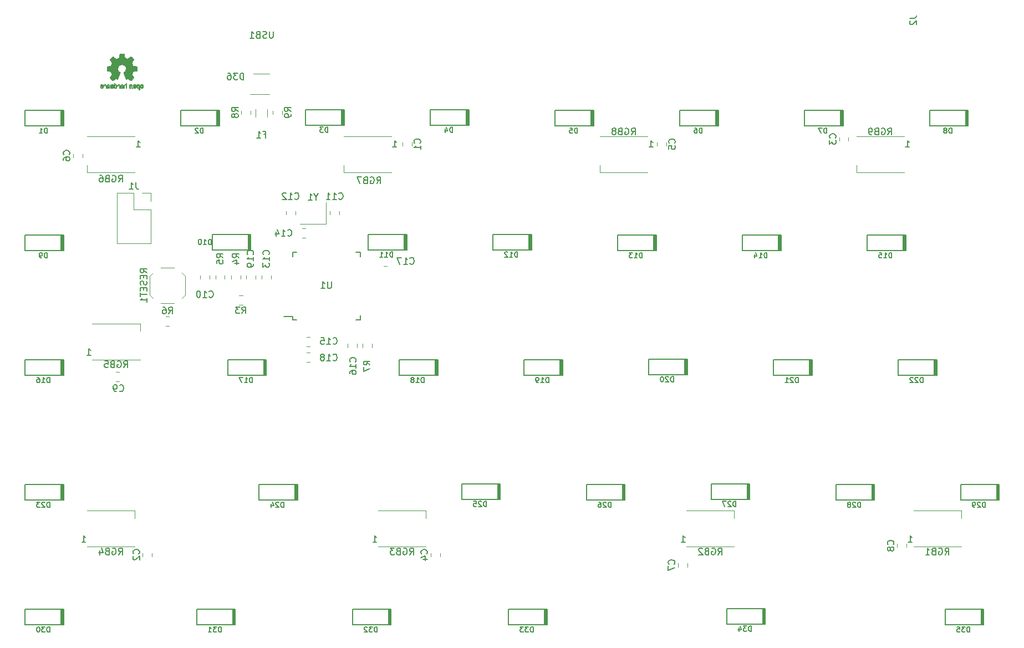
<source format=gbo>
G04 #@! TF.GenerationSoftware,KiCad,Pcbnew,(5.1.5)-3*
G04 #@! TF.CreationDate,2020-09-19T12:38:58+02:00*
G04 #@! TF.ProjectId,split65left,73706c69-7436-4356-9c65-66742e6b6963,rev?*
G04 #@! TF.SameCoordinates,Original*
G04 #@! TF.FileFunction,Legend,Bot*
G04 #@! TF.FilePolarity,Positive*
%FSLAX46Y46*%
G04 Gerber Fmt 4.6, Leading zero omitted, Abs format (unit mm)*
G04 Created by KiCad (PCBNEW (5.1.5)-3) date 2020-09-19 12:38:58*
%MOMM*%
%LPD*%
G04 APERTURE LIST*
%ADD10C,0.010000*%
%ADD11C,0.120000*%
%ADD12C,0.200000*%
%ADD13C,0.150000*%
G04 APERTURE END LIST*
D10*
G36*
X20597090Y-28230348D02*
G01*
X20518546Y-28230778D01*
X20461702Y-28231942D01*
X20422895Y-28234207D01*
X20398462Y-28237940D01*
X20384738Y-28243506D01*
X20378060Y-28251273D01*
X20374764Y-28261605D01*
X20374444Y-28262943D01*
X20369438Y-28287079D01*
X20360171Y-28334701D01*
X20347608Y-28400741D01*
X20332713Y-28480128D01*
X20316449Y-28567796D01*
X20315881Y-28570875D01*
X20299590Y-28656789D01*
X20284348Y-28732696D01*
X20271139Y-28794045D01*
X20260946Y-28836282D01*
X20254752Y-28854855D01*
X20254457Y-28855184D01*
X20236212Y-28864253D01*
X20198595Y-28879367D01*
X20149729Y-28897262D01*
X20149457Y-28897358D01*
X20087907Y-28920493D01*
X20015343Y-28949965D01*
X19946943Y-28979597D01*
X19943706Y-28981062D01*
X19832298Y-29031626D01*
X19585601Y-28863160D01*
X19509923Y-28811803D01*
X19441369Y-28765889D01*
X19383912Y-28728030D01*
X19341524Y-28700837D01*
X19318175Y-28686921D01*
X19315958Y-28685889D01*
X19298990Y-28690484D01*
X19267299Y-28712655D01*
X19219648Y-28753447D01*
X19154802Y-28813905D01*
X19088603Y-28878227D01*
X19024786Y-28941612D01*
X18967671Y-28999451D01*
X18920695Y-29048175D01*
X18887297Y-29084210D01*
X18870915Y-29103984D01*
X18870306Y-29105002D01*
X18868495Y-29118572D01*
X18875317Y-29140733D01*
X18892460Y-29174478D01*
X18921607Y-29222800D01*
X18964445Y-29288692D01*
X19021552Y-29373517D01*
X19072234Y-29448177D01*
X19117539Y-29515140D01*
X19154850Y-29570516D01*
X19181548Y-29610420D01*
X19195015Y-29630962D01*
X19195863Y-29632356D01*
X19194219Y-29652038D01*
X19181755Y-29690293D01*
X19160952Y-29739889D01*
X19153538Y-29755728D01*
X19121186Y-29826290D01*
X19086672Y-29906353D01*
X19058635Y-29975629D01*
X19038432Y-30027045D01*
X19022385Y-30066119D01*
X19013112Y-30086541D01*
X19011959Y-30088114D01*
X18994904Y-30090721D01*
X18954702Y-30097863D01*
X18896698Y-30108523D01*
X18826237Y-30121685D01*
X18748665Y-30136333D01*
X18669328Y-30151449D01*
X18593569Y-30166018D01*
X18526736Y-30179022D01*
X18474172Y-30189445D01*
X18441224Y-30196270D01*
X18433143Y-30198199D01*
X18424795Y-30202962D01*
X18418494Y-30213718D01*
X18413955Y-30234098D01*
X18410896Y-30267734D01*
X18409033Y-30318255D01*
X18408082Y-30389292D01*
X18407760Y-30484476D01*
X18407743Y-30523492D01*
X18407743Y-30840799D01*
X18483943Y-30855839D01*
X18526337Y-30863995D01*
X18589600Y-30875899D01*
X18666038Y-30890116D01*
X18747957Y-30905210D01*
X18770600Y-30909355D01*
X18846194Y-30924053D01*
X18912047Y-30938505D01*
X18962634Y-30951375D01*
X18992426Y-30961322D01*
X18997388Y-30964287D01*
X19009574Y-30985283D01*
X19027047Y-31025967D01*
X19046423Y-31078322D01*
X19050266Y-31089600D01*
X19075661Y-31159523D01*
X19107183Y-31238418D01*
X19138031Y-31309266D01*
X19138183Y-31309595D01*
X19189553Y-31420733D01*
X19020601Y-31669253D01*
X18851648Y-31917772D01*
X19068571Y-32135058D01*
X19134181Y-32199726D01*
X19194021Y-32256733D01*
X19244733Y-32303033D01*
X19282954Y-32335584D01*
X19305325Y-32351343D01*
X19308534Y-32352343D01*
X19327374Y-32344469D01*
X19365820Y-32322578D01*
X19419670Y-32289267D01*
X19484724Y-32247131D01*
X19555060Y-32199943D01*
X19626445Y-32151810D01*
X19690092Y-32109928D01*
X19741959Y-32076871D01*
X19778005Y-32055218D01*
X19794133Y-32047543D01*
X19813811Y-32054037D01*
X19851125Y-32071150D01*
X19898379Y-32095326D01*
X19903388Y-32098013D01*
X19967023Y-32129927D01*
X20010659Y-32145579D01*
X20037798Y-32145745D01*
X20051943Y-32131204D01*
X20052025Y-32131000D01*
X20059095Y-32113779D01*
X20075958Y-32072899D01*
X20101305Y-32011525D01*
X20133829Y-31932819D01*
X20172222Y-31839947D01*
X20215178Y-31736072D01*
X20256778Y-31635502D01*
X20302496Y-31524516D01*
X20344474Y-31421703D01*
X20381452Y-31330215D01*
X20412173Y-31253201D01*
X20435378Y-31193815D01*
X20449810Y-31155209D01*
X20454257Y-31140800D01*
X20443104Y-31124272D01*
X20413931Y-31097930D01*
X20375029Y-31068887D01*
X20264243Y-30977039D01*
X20177649Y-30871759D01*
X20116284Y-30755266D01*
X20081185Y-30629776D01*
X20073392Y-30497507D01*
X20079057Y-30436457D01*
X20109922Y-30309795D01*
X20163080Y-30197941D01*
X20235233Y-30102001D01*
X20323083Y-30023076D01*
X20423335Y-29962270D01*
X20532690Y-29920687D01*
X20647853Y-29899428D01*
X20765525Y-29899599D01*
X20882410Y-29922301D01*
X20995211Y-29968638D01*
X21100631Y-30039713D01*
X21144632Y-30079911D01*
X21229021Y-30183129D01*
X21287778Y-30295925D01*
X21321296Y-30415010D01*
X21329965Y-30537095D01*
X21314177Y-30658893D01*
X21274322Y-30777116D01*
X21210793Y-30888475D01*
X21123979Y-30989684D01*
X21026971Y-31068887D01*
X20986563Y-31099162D01*
X20958018Y-31125219D01*
X20947743Y-31140825D01*
X20953123Y-31157843D01*
X20968425Y-31198500D01*
X20992388Y-31259642D01*
X21023756Y-31338119D01*
X21061268Y-31430780D01*
X21103667Y-31534472D01*
X21145337Y-31635526D01*
X21191310Y-31746607D01*
X21233893Y-31849541D01*
X21271779Y-31941165D01*
X21303660Y-32018316D01*
X21328229Y-32077831D01*
X21344180Y-32116544D01*
X21350090Y-32131000D01*
X21364052Y-32145685D01*
X21391060Y-32145642D01*
X21434587Y-32130099D01*
X21498110Y-32098284D01*
X21498612Y-32098013D01*
X21546440Y-32073323D01*
X21585103Y-32055338D01*
X21606905Y-32047614D01*
X21607867Y-32047543D01*
X21624279Y-32055378D01*
X21660513Y-32077165D01*
X21712526Y-32110328D01*
X21776275Y-32152291D01*
X21846940Y-32199943D01*
X21918884Y-32248191D01*
X21983726Y-32290151D01*
X22037265Y-32323227D01*
X22075303Y-32344821D01*
X22093467Y-32352343D01*
X22110192Y-32342457D01*
X22143820Y-32314826D01*
X22190990Y-32272495D01*
X22248342Y-32218505D01*
X22312516Y-32155899D01*
X22333503Y-32134983D01*
X22550501Y-31917623D01*
X22385332Y-31675220D01*
X22335136Y-31600781D01*
X22291081Y-31533972D01*
X22255638Y-31478665D01*
X22231281Y-31438729D01*
X22220478Y-31418036D01*
X22220162Y-31416563D01*
X22225857Y-31397058D01*
X22241174Y-31357822D01*
X22263463Y-31305430D01*
X22279107Y-31270355D01*
X22308359Y-31203201D01*
X22335906Y-31135358D01*
X22357263Y-31078034D01*
X22363065Y-31060572D01*
X22379548Y-31013938D01*
X22395660Y-30977905D01*
X22404510Y-30964287D01*
X22424040Y-30955952D01*
X22466666Y-30944137D01*
X22526855Y-30930181D01*
X22599078Y-30915422D01*
X22631400Y-30909355D01*
X22713478Y-30894273D01*
X22792205Y-30879669D01*
X22859891Y-30866980D01*
X22908840Y-30857642D01*
X22918057Y-30855839D01*
X22994257Y-30840799D01*
X22994257Y-30523492D01*
X22994086Y-30419154D01*
X22993384Y-30340213D01*
X22991866Y-30283038D01*
X22989251Y-30243999D01*
X22985254Y-30219465D01*
X22979591Y-30205805D01*
X22971980Y-30199389D01*
X22968857Y-30198199D01*
X22950022Y-30193980D01*
X22908412Y-30185562D01*
X22849370Y-30173961D01*
X22778243Y-30160195D01*
X22700375Y-30145280D01*
X22621113Y-30130232D01*
X22545802Y-30116069D01*
X22479787Y-30103806D01*
X22428413Y-30094461D01*
X22397025Y-30089050D01*
X22390041Y-30088114D01*
X22383715Y-30075596D01*
X22369710Y-30042246D01*
X22350645Y-29994377D01*
X22343366Y-29975629D01*
X22314004Y-29903195D01*
X22279429Y-29823170D01*
X22248463Y-29755728D01*
X22225677Y-29704159D01*
X22210518Y-29661785D01*
X22205458Y-29635834D01*
X22206264Y-29632356D01*
X22216959Y-29615936D01*
X22241380Y-29579417D01*
X22276905Y-29526687D01*
X22320913Y-29461635D01*
X22370783Y-29388151D01*
X22380644Y-29373645D01*
X22438508Y-29287704D01*
X22481044Y-29222261D01*
X22509946Y-29174304D01*
X22526910Y-29140820D01*
X22533633Y-29118795D01*
X22531810Y-29105217D01*
X22531764Y-29105131D01*
X22517414Y-29087297D01*
X22485677Y-29052817D01*
X22439990Y-29005268D01*
X22383796Y-28948222D01*
X22320532Y-28885255D01*
X22313398Y-28878227D01*
X22233670Y-28801020D01*
X22172143Y-28744330D01*
X22127579Y-28707110D01*
X22098743Y-28688315D01*
X22086042Y-28685889D01*
X22067506Y-28696471D01*
X22029039Y-28720916D01*
X21974614Y-28756612D01*
X21908202Y-28800947D01*
X21833775Y-28851311D01*
X21816399Y-28863160D01*
X21569703Y-29031626D01*
X21458294Y-28981062D01*
X21390543Y-28951595D01*
X21317817Y-28921959D01*
X21255297Y-28898330D01*
X21252543Y-28897358D01*
X21203640Y-28879457D01*
X21165943Y-28864320D01*
X21147575Y-28855210D01*
X21147544Y-28855184D01*
X21141715Y-28838717D01*
X21131808Y-28798219D01*
X21118805Y-28738242D01*
X21103691Y-28663340D01*
X21087448Y-28578064D01*
X21086119Y-28570875D01*
X21069825Y-28483014D01*
X21054867Y-28403260D01*
X21042209Y-28336681D01*
X21032814Y-28288347D01*
X21027646Y-28263325D01*
X21027556Y-28262943D01*
X21024411Y-28252299D01*
X21018296Y-28244262D01*
X21005547Y-28238467D01*
X20982500Y-28234547D01*
X20945491Y-28232135D01*
X20890856Y-28230865D01*
X20814933Y-28230371D01*
X20714056Y-28230286D01*
X20701000Y-28230286D01*
X20597090Y-28230348D01*
G37*
X20597090Y-28230348D02*
X20518546Y-28230778D01*
X20461702Y-28231942D01*
X20422895Y-28234207D01*
X20398462Y-28237940D01*
X20384738Y-28243506D01*
X20378060Y-28251273D01*
X20374764Y-28261605D01*
X20374444Y-28262943D01*
X20369438Y-28287079D01*
X20360171Y-28334701D01*
X20347608Y-28400741D01*
X20332713Y-28480128D01*
X20316449Y-28567796D01*
X20315881Y-28570875D01*
X20299590Y-28656789D01*
X20284348Y-28732696D01*
X20271139Y-28794045D01*
X20260946Y-28836282D01*
X20254752Y-28854855D01*
X20254457Y-28855184D01*
X20236212Y-28864253D01*
X20198595Y-28879367D01*
X20149729Y-28897262D01*
X20149457Y-28897358D01*
X20087907Y-28920493D01*
X20015343Y-28949965D01*
X19946943Y-28979597D01*
X19943706Y-28981062D01*
X19832298Y-29031626D01*
X19585601Y-28863160D01*
X19509923Y-28811803D01*
X19441369Y-28765889D01*
X19383912Y-28728030D01*
X19341524Y-28700837D01*
X19318175Y-28686921D01*
X19315958Y-28685889D01*
X19298990Y-28690484D01*
X19267299Y-28712655D01*
X19219648Y-28753447D01*
X19154802Y-28813905D01*
X19088603Y-28878227D01*
X19024786Y-28941612D01*
X18967671Y-28999451D01*
X18920695Y-29048175D01*
X18887297Y-29084210D01*
X18870915Y-29103984D01*
X18870306Y-29105002D01*
X18868495Y-29118572D01*
X18875317Y-29140733D01*
X18892460Y-29174478D01*
X18921607Y-29222800D01*
X18964445Y-29288692D01*
X19021552Y-29373517D01*
X19072234Y-29448177D01*
X19117539Y-29515140D01*
X19154850Y-29570516D01*
X19181548Y-29610420D01*
X19195015Y-29630962D01*
X19195863Y-29632356D01*
X19194219Y-29652038D01*
X19181755Y-29690293D01*
X19160952Y-29739889D01*
X19153538Y-29755728D01*
X19121186Y-29826290D01*
X19086672Y-29906353D01*
X19058635Y-29975629D01*
X19038432Y-30027045D01*
X19022385Y-30066119D01*
X19013112Y-30086541D01*
X19011959Y-30088114D01*
X18994904Y-30090721D01*
X18954702Y-30097863D01*
X18896698Y-30108523D01*
X18826237Y-30121685D01*
X18748665Y-30136333D01*
X18669328Y-30151449D01*
X18593569Y-30166018D01*
X18526736Y-30179022D01*
X18474172Y-30189445D01*
X18441224Y-30196270D01*
X18433143Y-30198199D01*
X18424795Y-30202962D01*
X18418494Y-30213718D01*
X18413955Y-30234098D01*
X18410896Y-30267734D01*
X18409033Y-30318255D01*
X18408082Y-30389292D01*
X18407760Y-30484476D01*
X18407743Y-30523492D01*
X18407743Y-30840799D01*
X18483943Y-30855839D01*
X18526337Y-30863995D01*
X18589600Y-30875899D01*
X18666038Y-30890116D01*
X18747957Y-30905210D01*
X18770600Y-30909355D01*
X18846194Y-30924053D01*
X18912047Y-30938505D01*
X18962634Y-30951375D01*
X18992426Y-30961322D01*
X18997388Y-30964287D01*
X19009574Y-30985283D01*
X19027047Y-31025967D01*
X19046423Y-31078322D01*
X19050266Y-31089600D01*
X19075661Y-31159523D01*
X19107183Y-31238418D01*
X19138031Y-31309266D01*
X19138183Y-31309595D01*
X19189553Y-31420733D01*
X19020601Y-31669253D01*
X18851648Y-31917772D01*
X19068571Y-32135058D01*
X19134181Y-32199726D01*
X19194021Y-32256733D01*
X19244733Y-32303033D01*
X19282954Y-32335584D01*
X19305325Y-32351343D01*
X19308534Y-32352343D01*
X19327374Y-32344469D01*
X19365820Y-32322578D01*
X19419670Y-32289267D01*
X19484724Y-32247131D01*
X19555060Y-32199943D01*
X19626445Y-32151810D01*
X19690092Y-32109928D01*
X19741959Y-32076871D01*
X19778005Y-32055218D01*
X19794133Y-32047543D01*
X19813811Y-32054037D01*
X19851125Y-32071150D01*
X19898379Y-32095326D01*
X19903388Y-32098013D01*
X19967023Y-32129927D01*
X20010659Y-32145579D01*
X20037798Y-32145745D01*
X20051943Y-32131204D01*
X20052025Y-32131000D01*
X20059095Y-32113779D01*
X20075958Y-32072899D01*
X20101305Y-32011525D01*
X20133829Y-31932819D01*
X20172222Y-31839947D01*
X20215178Y-31736072D01*
X20256778Y-31635502D01*
X20302496Y-31524516D01*
X20344474Y-31421703D01*
X20381452Y-31330215D01*
X20412173Y-31253201D01*
X20435378Y-31193815D01*
X20449810Y-31155209D01*
X20454257Y-31140800D01*
X20443104Y-31124272D01*
X20413931Y-31097930D01*
X20375029Y-31068887D01*
X20264243Y-30977039D01*
X20177649Y-30871759D01*
X20116284Y-30755266D01*
X20081185Y-30629776D01*
X20073392Y-30497507D01*
X20079057Y-30436457D01*
X20109922Y-30309795D01*
X20163080Y-30197941D01*
X20235233Y-30102001D01*
X20323083Y-30023076D01*
X20423335Y-29962270D01*
X20532690Y-29920687D01*
X20647853Y-29899428D01*
X20765525Y-29899599D01*
X20882410Y-29922301D01*
X20995211Y-29968638D01*
X21100631Y-30039713D01*
X21144632Y-30079911D01*
X21229021Y-30183129D01*
X21287778Y-30295925D01*
X21321296Y-30415010D01*
X21329965Y-30537095D01*
X21314177Y-30658893D01*
X21274322Y-30777116D01*
X21210793Y-30888475D01*
X21123979Y-30989684D01*
X21026971Y-31068887D01*
X20986563Y-31099162D01*
X20958018Y-31125219D01*
X20947743Y-31140825D01*
X20953123Y-31157843D01*
X20968425Y-31198500D01*
X20992388Y-31259642D01*
X21023756Y-31338119D01*
X21061268Y-31430780D01*
X21103667Y-31534472D01*
X21145337Y-31635526D01*
X21191310Y-31746607D01*
X21233893Y-31849541D01*
X21271779Y-31941165D01*
X21303660Y-32018316D01*
X21328229Y-32077831D01*
X21344180Y-32116544D01*
X21350090Y-32131000D01*
X21364052Y-32145685D01*
X21391060Y-32145642D01*
X21434587Y-32130099D01*
X21498110Y-32098284D01*
X21498612Y-32098013D01*
X21546440Y-32073323D01*
X21585103Y-32055338D01*
X21606905Y-32047614D01*
X21607867Y-32047543D01*
X21624279Y-32055378D01*
X21660513Y-32077165D01*
X21712526Y-32110328D01*
X21776275Y-32152291D01*
X21846940Y-32199943D01*
X21918884Y-32248191D01*
X21983726Y-32290151D01*
X22037265Y-32323227D01*
X22075303Y-32344821D01*
X22093467Y-32352343D01*
X22110192Y-32342457D01*
X22143820Y-32314826D01*
X22190990Y-32272495D01*
X22248342Y-32218505D01*
X22312516Y-32155899D01*
X22333503Y-32134983D01*
X22550501Y-31917623D01*
X22385332Y-31675220D01*
X22335136Y-31600781D01*
X22291081Y-31533972D01*
X22255638Y-31478665D01*
X22231281Y-31438729D01*
X22220478Y-31418036D01*
X22220162Y-31416563D01*
X22225857Y-31397058D01*
X22241174Y-31357822D01*
X22263463Y-31305430D01*
X22279107Y-31270355D01*
X22308359Y-31203201D01*
X22335906Y-31135358D01*
X22357263Y-31078034D01*
X22363065Y-31060572D01*
X22379548Y-31013938D01*
X22395660Y-30977905D01*
X22404510Y-30964287D01*
X22424040Y-30955952D01*
X22466666Y-30944137D01*
X22526855Y-30930181D01*
X22599078Y-30915422D01*
X22631400Y-30909355D01*
X22713478Y-30894273D01*
X22792205Y-30879669D01*
X22859891Y-30866980D01*
X22908840Y-30857642D01*
X22918057Y-30855839D01*
X22994257Y-30840799D01*
X22994257Y-30523492D01*
X22994086Y-30419154D01*
X22993384Y-30340213D01*
X22991866Y-30283038D01*
X22989251Y-30243999D01*
X22985254Y-30219465D01*
X22979591Y-30205805D01*
X22971980Y-30199389D01*
X22968857Y-30198199D01*
X22950022Y-30193980D01*
X22908412Y-30185562D01*
X22849370Y-30173961D01*
X22778243Y-30160195D01*
X22700375Y-30145280D01*
X22621113Y-30130232D01*
X22545802Y-30116069D01*
X22479787Y-30103806D01*
X22428413Y-30094461D01*
X22397025Y-30089050D01*
X22390041Y-30088114D01*
X22383715Y-30075596D01*
X22369710Y-30042246D01*
X22350645Y-29994377D01*
X22343366Y-29975629D01*
X22314004Y-29903195D01*
X22279429Y-29823170D01*
X22248463Y-29755728D01*
X22225677Y-29704159D01*
X22210518Y-29661785D01*
X22205458Y-29635834D01*
X22206264Y-29632356D01*
X22216959Y-29615936D01*
X22241380Y-29579417D01*
X22276905Y-29526687D01*
X22320913Y-29461635D01*
X22370783Y-29388151D01*
X22380644Y-29373645D01*
X22438508Y-29287704D01*
X22481044Y-29222261D01*
X22509946Y-29174304D01*
X22526910Y-29140820D01*
X22533633Y-29118795D01*
X22531810Y-29105217D01*
X22531764Y-29105131D01*
X22517414Y-29087297D01*
X22485677Y-29052817D01*
X22439990Y-29005268D01*
X22383796Y-28948222D01*
X22320532Y-28885255D01*
X22313398Y-28878227D01*
X22233670Y-28801020D01*
X22172143Y-28744330D01*
X22127579Y-28707110D01*
X22098743Y-28688315D01*
X22086042Y-28685889D01*
X22067506Y-28696471D01*
X22029039Y-28720916D01*
X21974614Y-28756612D01*
X21908202Y-28800947D01*
X21833775Y-28851311D01*
X21816399Y-28863160D01*
X21569703Y-29031626D01*
X21458294Y-28981062D01*
X21390543Y-28951595D01*
X21317817Y-28921959D01*
X21255297Y-28898330D01*
X21252543Y-28897358D01*
X21203640Y-28879457D01*
X21165943Y-28864320D01*
X21147575Y-28855210D01*
X21147544Y-28855184D01*
X21141715Y-28838717D01*
X21131808Y-28798219D01*
X21118805Y-28738242D01*
X21103691Y-28663340D01*
X21087448Y-28578064D01*
X21086119Y-28570875D01*
X21069825Y-28483014D01*
X21054867Y-28403260D01*
X21042209Y-28336681D01*
X21032814Y-28288347D01*
X21027646Y-28263325D01*
X21027556Y-28262943D01*
X21024411Y-28252299D01*
X21018296Y-28244262D01*
X21005547Y-28238467D01*
X20982500Y-28234547D01*
X20945491Y-28232135D01*
X20890856Y-28230865D01*
X20814933Y-28230371D01*
X20714056Y-28230286D01*
X20701000Y-28230286D01*
X20597090Y-28230348D01*
G36*
X17547405Y-32954966D02*
G01*
X17489979Y-32992497D01*
X17462281Y-33026096D01*
X17440338Y-33087064D01*
X17438595Y-33135308D01*
X17442543Y-33199816D01*
X17591314Y-33264934D01*
X17663651Y-33298202D01*
X17710916Y-33324964D01*
X17735493Y-33348144D01*
X17739763Y-33370667D01*
X17726111Y-33395455D01*
X17711057Y-33411886D01*
X17667254Y-33438235D01*
X17619611Y-33440081D01*
X17575855Y-33419546D01*
X17543711Y-33378752D01*
X17537962Y-33364347D01*
X17510424Y-33319356D01*
X17478742Y-33300182D01*
X17435286Y-33283779D01*
X17435286Y-33345966D01*
X17439128Y-33388283D01*
X17454177Y-33423969D01*
X17485720Y-33464943D01*
X17490408Y-33470267D01*
X17525494Y-33506720D01*
X17555653Y-33526283D01*
X17593385Y-33535283D01*
X17624665Y-33538230D01*
X17680615Y-33538965D01*
X17720445Y-33529660D01*
X17745292Y-33515846D01*
X17784344Y-33485467D01*
X17811375Y-33452613D01*
X17828483Y-33411294D01*
X17837762Y-33355521D01*
X17841307Y-33279305D01*
X17841590Y-33240622D01*
X17840628Y-33194247D01*
X17752993Y-33194247D01*
X17751977Y-33219126D01*
X17749444Y-33223200D01*
X17732726Y-33217665D01*
X17696751Y-33203017D01*
X17648669Y-33182190D01*
X17638614Y-33177714D01*
X17577848Y-33146814D01*
X17544368Y-33119657D01*
X17537010Y-33094220D01*
X17554609Y-33068481D01*
X17569144Y-33057109D01*
X17621590Y-33034364D01*
X17670678Y-33038122D01*
X17711773Y-33065884D01*
X17740242Y-33115152D01*
X17749369Y-33154257D01*
X17752993Y-33194247D01*
X17840628Y-33194247D01*
X17839715Y-33150249D01*
X17832804Y-33083384D01*
X17819116Y-33034695D01*
X17796904Y-32998849D01*
X17764426Y-32970513D01*
X17750267Y-32961355D01*
X17685947Y-32937507D01*
X17615527Y-32936006D01*
X17547405Y-32954966D01*
G37*
X17547405Y-32954966D02*
X17489979Y-32992497D01*
X17462281Y-33026096D01*
X17440338Y-33087064D01*
X17438595Y-33135308D01*
X17442543Y-33199816D01*
X17591314Y-33264934D01*
X17663651Y-33298202D01*
X17710916Y-33324964D01*
X17735493Y-33348144D01*
X17739763Y-33370667D01*
X17726111Y-33395455D01*
X17711057Y-33411886D01*
X17667254Y-33438235D01*
X17619611Y-33440081D01*
X17575855Y-33419546D01*
X17543711Y-33378752D01*
X17537962Y-33364347D01*
X17510424Y-33319356D01*
X17478742Y-33300182D01*
X17435286Y-33283779D01*
X17435286Y-33345966D01*
X17439128Y-33388283D01*
X17454177Y-33423969D01*
X17485720Y-33464943D01*
X17490408Y-33470267D01*
X17525494Y-33506720D01*
X17555653Y-33526283D01*
X17593385Y-33535283D01*
X17624665Y-33538230D01*
X17680615Y-33538965D01*
X17720445Y-33529660D01*
X17745292Y-33515846D01*
X17784344Y-33485467D01*
X17811375Y-33452613D01*
X17828483Y-33411294D01*
X17837762Y-33355521D01*
X17841307Y-33279305D01*
X17841590Y-33240622D01*
X17840628Y-33194247D01*
X17752993Y-33194247D01*
X17751977Y-33219126D01*
X17749444Y-33223200D01*
X17732726Y-33217665D01*
X17696751Y-33203017D01*
X17648669Y-33182190D01*
X17638614Y-33177714D01*
X17577848Y-33146814D01*
X17544368Y-33119657D01*
X17537010Y-33094220D01*
X17554609Y-33068481D01*
X17569144Y-33057109D01*
X17621590Y-33034364D01*
X17670678Y-33038122D01*
X17711773Y-33065884D01*
X17740242Y-33115152D01*
X17749369Y-33154257D01*
X17752993Y-33194247D01*
X17840628Y-33194247D01*
X17839715Y-33150249D01*
X17832804Y-33083384D01*
X17819116Y-33034695D01*
X17796904Y-32998849D01*
X17764426Y-32970513D01*
X17750267Y-32961355D01*
X17685947Y-32937507D01*
X17615527Y-32936006D01*
X17547405Y-32954966D01*
G36*
X18048400Y-32946752D02*
G01*
X18031052Y-32954334D01*
X17989644Y-32987128D01*
X17954235Y-33034547D01*
X17932336Y-33085151D01*
X17928771Y-33110098D01*
X17940721Y-33144927D01*
X17966933Y-33163357D01*
X17995036Y-33174516D01*
X18007905Y-33176572D01*
X18014171Y-33161649D01*
X18026544Y-33129175D01*
X18031972Y-33114502D01*
X18062410Y-33063744D01*
X18106480Y-33038427D01*
X18162990Y-33039206D01*
X18167175Y-33040203D01*
X18197345Y-33054507D01*
X18219524Y-33082393D01*
X18234673Y-33127287D01*
X18243750Y-33192615D01*
X18247714Y-33281804D01*
X18248086Y-33329261D01*
X18248270Y-33404071D01*
X18249478Y-33455069D01*
X18252691Y-33487471D01*
X18258891Y-33506495D01*
X18269060Y-33517356D01*
X18284181Y-33525272D01*
X18285054Y-33525670D01*
X18314172Y-33537981D01*
X18328597Y-33542514D01*
X18330814Y-33528809D01*
X18332711Y-33490925D01*
X18334153Y-33433715D01*
X18335002Y-33362027D01*
X18335171Y-33309565D01*
X18334308Y-33208047D01*
X18330930Y-33131032D01*
X18323858Y-33074023D01*
X18311912Y-33032526D01*
X18293910Y-33002043D01*
X18268673Y-32978080D01*
X18243753Y-32961355D01*
X18183829Y-32939097D01*
X18114089Y-32934076D01*
X18048400Y-32946752D01*
G37*
X18048400Y-32946752D02*
X18031052Y-32954334D01*
X17989644Y-32987128D01*
X17954235Y-33034547D01*
X17932336Y-33085151D01*
X17928771Y-33110098D01*
X17940721Y-33144927D01*
X17966933Y-33163357D01*
X17995036Y-33174516D01*
X18007905Y-33176572D01*
X18014171Y-33161649D01*
X18026544Y-33129175D01*
X18031972Y-33114502D01*
X18062410Y-33063744D01*
X18106480Y-33038427D01*
X18162990Y-33039206D01*
X18167175Y-33040203D01*
X18197345Y-33054507D01*
X18219524Y-33082393D01*
X18234673Y-33127287D01*
X18243750Y-33192615D01*
X18247714Y-33281804D01*
X18248086Y-33329261D01*
X18248270Y-33404071D01*
X18249478Y-33455069D01*
X18252691Y-33487471D01*
X18258891Y-33506495D01*
X18269060Y-33517356D01*
X18284181Y-33525272D01*
X18285054Y-33525670D01*
X18314172Y-33537981D01*
X18328597Y-33542514D01*
X18330814Y-33528809D01*
X18332711Y-33490925D01*
X18334153Y-33433715D01*
X18335002Y-33362027D01*
X18335171Y-33309565D01*
X18334308Y-33208047D01*
X18330930Y-33131032D01*
X18323858Y-33074023D01*
X18311912Y-33032526D01*
X18293910Y-33002043D01*
X18268673Y-32978080D01*
X18243753Y-32961355D01*
X18183829Y-32939097D01*
X18114089Y-32934076D01*
X18048400Y-32946752D01*
G36*
X18556124Y-32944335D02*
G01*
X18514333Y-32963344D01*
X18481531Y-32986378D01*
X18457497Y-33012133D01*
X18440903Y-33045358D01*
X18430423Y-33090800D01*
X18424729Y-33153207D01*
X18422493Y-33237327D01*
X18422257Y-33292721D01*
X18422257Y-33508826D01*
X18459226Y-33525670D01*
X18488344Y-33537981D01*
X18502769Y-33542514D01*
X18505528Y-33529025D01*
X18507718Y-33492653D01*
X18509058Y-33439542D01*
X18509343Y-33397372D01*
X18510566Y-33336447D01*
X18513864Y-33288115D01*
X18518679Y-33258518D01*
X18522504Y-33252229D01*
X18548217Y-33258652D01*
X18588582Y-33275125D01*
X18635321Y-33297458D01*
X18680155Y-33321457D01*
X18714807Y-33342930D01*
X18730998Y-33357685D01*
X18731062Y-33357845D01*
X18729670Y-33385152D01*
X18717182Y-33411219D01*
X18695257Y-33432392D01*
X18663257Y-33439474D01*
X18635908Y-33438649D01*
X18597174Y-33438042D01*
X18576842Y-33447116D01*
X18564631Y-33471092D01*
X18563091Y-33475613D01*
X18557797Y-33509806D01*
X18571953Y-33530568D01*
X18608852Y-33540462D01*
X18648711Y-33542292D01*
X18720438Y-33528727D01*
X18757568Y-33509355D01*
X18803424Y-33463845D01*
X18827744Y-33407983D01*
X18829927Y-33348957D01*
X18809371Y-33293953D01*
X18778451Y-33259486D01*
X18747580Y-33240189D01*
X18699058Y-33215759D01*
X18642515Y-33190985D01*
X18633090Y-33187199D01*
X18570981Y-33159791D01*
X18535178Y-33135634D01*
X18523663Y-33111619D01*
X18534420Y-33084635D01*
X18552886Y-33063543D01*
X18596531Y-33037572D01*
X18644554Y-33035624D01*
X18688594Y-33055637D01*
X18720291Y-33095551D01*
X18724451Y-33105848D01*
X18748673Y-33143724D01*
X18784035Y-33171842D01*
X18828657Y-33194917D01*
X18828657Y-33129485D01*
X18826031Y-33089506D01*
X18814770Y-33057997D01*
X18789801Y-33024378D01*
X18765831Y-32998484D01*
X18728559Y-32961817D01*
X18699599Y-32942121D01*
X18668495Y-32934220D01*
X18633287Y-32932914D01*
X18556124Y-32944335D01*
G37*
X18556124Y-32944335D02*
X18514333Y-32963344D01*
X18481531Y-32986378D01*
X18457497Y-33012133D01*
X18440903Y-33045358D01*
X18430423Y-33090800D01*
X18424729Y-33153207D01*
X18422493Y-33237327D01*
X18422257Y-33292721D01*
X18422257Y-33508826D01*
X18459226Y-33525670D01*
X18488344Y-33537981D01*
X18502769Y-33542514D01*
X18505528Y-33529025D01*
X18507718Y-33492653D01*
X18509058Y-33439542D01*
X18509343Y-33397372D01*
X18510566Y-33336447D01*
X18513864Y-33288115D01*
X18518679Y-33258518D01*
X18522504Y-33252229D01*
X18548217Y-33258652D01*
X18588582Y-33275125D01*
X18635321Y-33297458D01*
X18680155Y-33321457D01*
X18714807Y-33342930D01*
X18730998Y-33357685D01*
X18731062Y-33357845D01*
X18729670Y-33385152D01*
X18717182Y-33411219D01*
X18695257Y-33432392D01*
X18663257Y-33439474D01*
X18635908Y-33438649D01*
X18597174Y-33438042D01*
X18576842Y-33447116D01*
X18564631Y-33471092D01*
X18563091Y-33475613D01*
X18557797Y-33509806D01*
X18571953Y-33530568D01*
X18608852Y-33540462D01*
X18648711Y-33542292D01*
X18720438Y-33528727D01*
X18757568Y-33509355D01*
X18803424Y-33463845D01*
X18827744Y-33407983D01*
X18829927Y-33348957D01*
X18809371Y-33293953D01*
X18778451Y-33259486D01*
X18747580Y-33240189D01*
X18699058Y-33215759D01*
X18642515Y-33190985D01*
X18633090Y-33187199D01*
X18570981Y-33159791D01*
X18535178Y-33135634D01*
X18523663Y-33111619D01*
X18534420Y-33084635D01*
X18552886Y-33063543D01*
X18596531Y-33037572D01*
X18644554Y-33035624D01*
X18688594Y-33055637D01*
X18720291Y-33095551D01*
X18724451Y-33105848D01*
X18748673Y-33143724D01*
X18784035Y-33171842D01*
X18828657Y-33194917D01*
X18828657Y-33129485D01*
X18826031Y-33089506D01*
X18814770Y-33057997D01*
X18789801Y-33024378D01*
X18765831Y-32998484D01*
X18728559Y-32961817D01*
X18699599Y-32942121D01*
X18668495Y-32934220D01*
X18633287Y-32932914D01*
X18556124Y-32944335D01*
G36*
X18921167Y-32946663D02*
G01*
X18918952Y-32984850D01*
X18917216Y-33042886D01*
X18916101Y-33116180D01*
X18915743Y-33193055D01*
X18915743Y-33453196D01*
X18961674Y-33499127D01*
X18993325Y-33527429D01*
X19021110Y-33538893D01*
X19059085Y-33538168D01*
X19074160Y-33536321D01*
X19121274Y-33530948D01*
X19160244Y-33527869D01*
X19169743Y-33527585D01*
X19201767Y-33529445D01*
X19247568Y-33534114D01*
X19265326Y-33536321D01*
X19308943Y-33539735D01*
X19338255Y-33532320D01*
X19367320Y-33509427D01*
X19377812Y-33499127D01*
X19423743Y-33453196D01*
X19423743Y-32966602D01*
X19386774Y-32949758D01*
X19354941Y-32937282D01*
X19336317Y-32932914D01*
X19331542Y-32946718D01*
X19327079Y-32985286D01*
X19323225Y-33044356D01*
X19320278Y-33119663D01*
X19318857Y-33183286D01*
X19314886Y-33433657D01*
X19280241Y-33438556D01*
X19248732Y-33435131D01*
X19233292Y-33424041D01*
X19228977Y-33403308D01*
X19225292Y-33359145D01*
X19222531Y-33297146D01*
X19220988Y-33222909D01*
X19220765Y-33184706D01*
X19220543Y-32964783D01*
X19174834Y-32948849D01*
X19142482Y-32938015D01*
X19124885Y-32932962D01*
X19124377Y-32932914D01*
X19122612Y-32946648D01*
X19120671Y-32984730D01*
X19118718Y-33042482D01*
X19116916Y-33115227D01*
X19115657Y-33183286D01*
X19111686Y-33433657D01*
X19024600Y-33433657D01*
X19020604Y-33205240D01*
X19016608Y-32976822D01*
X18974153Y-32954868D01*
X18942808Y-32939793D01*
X18924256Y-32932951D01*
X18923721Y-32932914D01*
X18921167Y-32946663D01*
G37*
X18921167Y-32946663D02*
X18918952Y-32984850D01*
X18917216Y-33042886D01*
X18916101Y-33116180D01*
X18915743Y-33193055D01*
X18915743Y-33453196D01*
X18961674Y-33499127D01*
X18993325Y-33527429D01*
X19021110Y-33538893D01*
X19059085Y-33538168D01*
X19074160Y-33536321D01*
X19121274Y-33530948D01*
X19160244Y-33527869D01*
X19169743Y-33527585D01*
X19201767Y-33529445D01*
X19247568Y-33534114D01*
X19265326Y-33536321D01*
X19308943Y-33539735D01*
X19338255Y-33532320D01*
X19367320Y-33509427D01*
X19377812Y-33499127D01*
X19423743Y-33453196D01*
X19423743Y-32966602D01*
X19386774Y-32949758D01*
X19354941Y-32937282D01*
X19336317Y-32932914D01*
X19331542Y-32946718D01*
X19327079Y-32985286D01*
X19323225Y-33044356D01*
X19320278Y-33119663D01*
X19318857Y-33183286D01*
X19314886Y-33433657D01*
X19280241Y-33438556D01*
X19248732Y-33435131D01*
X19233292Y-33424041D01*
X19228977Y-33403308D01*
X19225292Y-33359145D01*
X19222531Y-33297146D01*
X19220988Y-33222909D01*
X19220765Y-33184706D01*
X19220543Y-32964783D01*
X19174834Y-32948849D01*
X19142482Y-32938015D01*
X19124885Y-32932962D01*
X19124377Y-32932914D01*
X19122612Y-32946648D01*
X19120671Y-32984730D01*
X19118718Y-33042482D01*
X19116916Y-33115227D01*
X19115657Y-33183286D01*
X19111686Y-33433657D01*
X19024600Y-33433657D01*
X19020604Y-33205240D01*
X19016608Y-32976822D01*
X18974153Y-32954868D01*
X18942808Y-32939793D01*
X18924256Y-32932951D01*
X18923721Y-32932914D01*
X18921167Y-32946663D01*
G36*
X19510883Y-33053358D02*
G01*
X19511067Y-33161837D01*
X19511781Y-33245287D01*
X19513325Y-33307704D01*
X19515999Y-33353085D01*
X19520106Y-33385429D01*
X19525945Y-33408733D01*
X19533818Y-33426995D01*
X19539779Y-33437418D01*
X19589145Y-33493945D01*
X19651736Y-33529377D01*
X19720987Y-33542090D01*
X19790332Y-33530463D01*
X19831625Y-33509568D01*
X19874975Y-33473422D01*
X19904519Y-33429276D01*
X19922345Y-33371462D01*
X19930537Y-33294313D01*
X19931698Y-33237714D01*
X19931542Y-33233647D01*
X19830143Y-33233647D01*
X19829524Y-33298550D01*
X19826686Y-33341514D01*
X19820160Y-33369622D01*
X19808477Y-33389953D01*
X19794517Y-33405288D01*
X19747635Y-33434890D01*
X19697299Y-33437419D01*
X19649724Y-33412705D01*
X19646021Y-33409356D01*
X19630217Y-33391935D01*
X19620307Y-33371209D01*
X19614942Y-33340362D01*
X19612772Y-33292577D01*
X19612429Y-33239748D01*
X19613173Y-33173381D01*
X19616252Y-33129106D01*
X19622939Y-33100009D01*
X19634504Y-33079173D01*
X19643987Y-33068107D01*
X19688040Y-33040198D01*
X19738776Y-33036843D01*
X19787204Y-33058159D01*
X19796550Y-33066073D01*
X19812460Y-33083647D01*
X19822390Y-33104587D01*
X19827722Y-33135782D01*
X19829837Y-33184122D01*
X19830143Y-33233647D01*
X19931542Y-33233647D01*
X19928190Y-33146568D01*
X19916274Y-33078086D01*
X19893865Y-33026600D01*
X19858876Y-32986443D01*
X19831625Y-32965861D01*
X19782093Y-32943625D01*
X19724684Y-32933304D01*
X19671318Y-32936067D01*
X19641457Y-32947212D01*
X19629739Y-32950383D01*
X19621963Y-32938557D01*
X19616535Y-32906866D01*
X19612429Y-32858593D01*
X19607933Y-32804829D01*
X19601687Y-32772482D01*
X19590324Y-32753985D01*
X19570472Y-32741770D01*
X19558000Y-32736362D01*
X19510829Y-32716601D01*
X19510883Y-33053358D01*
G37*
X19510883Y-33053358D02*
X19511067Y-33161837D01*
X19511781Y-33245287D01*
X19513325Y-33307704D01*
X19515999Y-33353085D01*
X19520106Y-33385429D01*
X19525945Y-33408733D01*
X19533818Y-33426995D01*
X19539779Y-33437418D01*
X19589145Y-33493945D01*
X19651736Y-33529377D01*
X19720987Y-33542090D01*
X19790332Y-33530463D01*
X19831625Y-33509568D01*
X19874975Y-33473422D01*
X19904519Y-33429276D01*
X19922345Y-33371462D01*
X19930537Y-33294313D01*
X19931698Y-33237714D01*
X19931542Y-33233647D01*
X19830143Y-33233647D01*
X19829524Y-33298550D01*
X19826686Y-33341514D01*
X19820160Y-33369622D01*
X19808477Y-33389953D01*
X19794517Y-33405288D01*
X19747635Y-33434890D01*
X19697299Y-33437419D01*
X19649724Y-33412705D01*
X19646021Y-33409356D01*
X19630217Y-33391935D01*
X19620307Y-33371209D01*
X19614942Y-33340362D01*
X19612772Y-33292577D01*
X19612429Y-33239748D01*
X19613173Y-33173381D01*
X19616252Y-33129106D01*
X19622939Y-33100009D01*
X19634504Y-33079173D01*
X19643987Y-33068107D01*
X19688040Y-33040198D01*
X19738776Y-33036843D01*
X19787204Y-33058159D01*
X19796550Y-33066073D01*
X19812460Y-33083647D01*
X19822390Y-33104587D01*
X19827722Y-33135782D01*
X19829837Y-33184122D01*
X19830143Y-33233647D01*
X19931542Y-33233647D01*
X19928190Y-33146568D01*
X19916274Y-33078086D01*
X19893865Y-33026600D01*
X19858876Y-32986443D01*
X19831625Y-32965861D01*
X19782093Y-32943625D01*
X19724684Y-32933304D01*
X19671318Y-32936067D01*
X19641457Y-32947212D01*
X19629739Y-32950383D01*
X19621963Y-32938557D01*
X19616535Y-32906866D01*
X19612429Y-32858593D01*
X19607933Y-32804829D01*
X19601687Y-32772482D01*
X19590324Y-32753985D01*
X19570472Y-32741770D01*
X19558000Y-32736362D01*
X19510829Y-32716601D01*
X19510883Y-33053358D01*
G36*
X20171074Y-32937755D02*
G01*
X20105142Y-32962084D01*
X20051727Y-33005117D01*
X20030836Y-33035409D01*
X20008061Y-33090994D01*
X20008534Y-33131186D01*
X20032438Y-33158217D01*
X20041283Y-33162813D01*
X20079470Y-33177144D01*
X20098972Y-33173472D01*
X20105578Y-33149407D01*
X20105914Y-33136114D01*
X20118008Y-33087210D01*
X20149529Y-33052999D01*
X20193341Y-33036476D01*
X20242305Y-33040634D01*
X20282106Y-33062227D01*
X20295550Y-33074544D01*
X20305079Y-33089487D01*
X20311515Y-33112075D01*
X20315683Y-33147328D01*
X20318403Y-33200266D01*
X20320498Y-33275907D01*
X20321040Y-33299857D01*
X20323019Y-33381790D01*
X20325269Y-33439455D01*
X20328643Y-33477608D01*
X20333994Y-33501004D01*
X20342176Y-33514398D01*
X20354041Y-33522545D01*
X20361638Y-33526144D01*
X20393898Y-33538452D01*
X20412889Y-33542514D01*
X20419164Y-33528948D01*
X20422994Y-33487934D01*
X20424400Y-33418999D01*
X20423402Y-33321669D01*
X20423092Y-33306657D01*
X20420899Y-33217859D01*
X20418307Y-33153019D01*
X20414618Y-33107067D01*
X20409136Y-33074935D01*
X20401165Y-33051553D01*
X20390007Y-33031852D01*
X20384170Y-33023410D01*
X20350704Y-32986057D01*
X20313273Y-32957003D01*
X20308691Y-32954467D01*
X20241574Y-32934443D01*
X20171074Y-32937755D01*
G37*
X20171074Y-32937755D02*
X20105142Y-32962084D01*
X20051727Y-33005117D01*
X20030836Y-33035409D01*
X20008061Y-33090994D01*
X20008534Y-33131186D01*
X20032438Y-33158217D01*
X20041283Y-33162813D01*
X20079470Y-33177144D01*
X20098972Y-33173472D01*
X20105578Y-33149407D01*
X20105914Y-33136114D01*
X20118008Y-33087210D01*
X20149529Y-33052999D01*
X20193341Y-33036476D01*
X20242305Y-33040634D01*
X20282106Y-33062227D01*
X20295550Y-33074544D01*
X20305079Y-33089487D01*
X20311515Y-33112075D01*
X20315683Y-33147328D01*
X20318403Y-33200266D01*
X20320498Y-33275907D01*
X20321040Y-33299857D01*
X20323019Y-33381790D01*
X20325269Y-33439455D01*
X20328643Y-33477608D01*
X20333994Y-33501004D01*
X20342176Y-33514398D01*
X20354041Y-33522545D01*
X20361638Y-33526144D01*
X20393898Y-33538452D01*
X20412889Y-33542514D01*
X20419164Y-33528948D01*
X20422994Y-33487934D01*
X20424400Y-33418999D01*
X20423402Y-33321669D01*
X20423092Y-33306657D01*
X20420899Y-33217859D01*
X20418307Y-33153019D01*
X20414618Y-33107067D01*
X20409136Y-33074935D01*
X20401165Y-33051553D01*
X20390007Y-33031852D01*
X20384170Y-33023410D01*
X20350704Y-32986057D01*
X20313273Y-32957003D01*
X20308691Y-32954467D01*
X20241574Y-32934443D01*
X20171074Y-32937755D01*
G36*
X20661256Y-32938968D02*
G01*
X20604384Y-32960087D01*
X20603733Y-32960493D01*
X20568560Y-32986380D01*
X20542593Y-33016633D01*
X20524330Y-33056058D01*
X20512268Y-33109462D01*
X20504904Y-33181651D01*
X20500736Y-33277432D01*
X20500371Y-33291078D01*
X20495124Y-33496842D01*
X20539284Y-33519678D01*
X20571237Y-33535110D01*
X20590530Y-33542423D01*
X20591422Y-33542514D01*
X20594761Y-33529022D01*
X20597413Y-33492626D01*
X20599044Y-33439452D01*
X20599400Y-33396393D01*
X20599408Y-33326641D01*
X20602597Y-33282837D01*
X20613712Y-33261944D01*
X20637499Y-33260925D01*
X20678704Y-33276741D01*
X20740914Y-33305815D01*
X20786659Y-33329963D01*
X20810187Y-33350913D01*
X20817104Y-33373747D01*
X20817114Y-33374877D01*
X20805701Y-33414212D01*
X20771908Y-33435462D01*
X20720191Y-33438539D01*
X20682939Y-33438006D01*
X20663297Y-33448735D01*
X20651048Y-33474505D01*
X20643998Y-33507337D01*
X20654158Y-33525966D01*
X20657983Y-33528632D01*
X20693999Y-33539340D01*
X20744434Y-33540856D01*
X20796374Y-33533759D01*
X20833178Y-33520788D01*
X20884062Y-33477585D01*
X20912986Y-33417446D01*
X20918714Y-33370462D01*
X20914343Y-33328082D01*
X20898525Y-33293488D01*
X20867203Y-33262763D01*
X20816322Y-33231990D01*
X20741824Y-33197252D01*
X20737286Y-33195288D01*
X20670179Y-33164287D01*
X20628768Y-33138862D01*
X20611019Y-33116014D01*
X20614893Y-33092745D01*
X20638357Y-33066056D01*
X20645373Y-33059914D01*
X20692370Y-33036100D01*
X20741067Y-33037103D01*
X20783478Y-33060451D01*
X20811616Y-33103675D01*
X20814231Y-33112160D01*
X20839692Y-33153308D01*
X20871999Y-33173128D01*
X20918714Y-33192770D01*
X20918714Y-33141950D01*
X20904504Y-33068082D01*
X20862325Y-33000327D01*
X20840376Y-32977661D01*
X20790483Y-32948569D01*
X20727033Y-32935400D01*
X20661256Y-32938968D01*
G37*
X20661256Y-32938968D02*
X20604384Y-32960087D01*
X20603733Y-32960493D01*
X20568560Y-32986380D01*
X20542593Y-33016633D01*
X20524330Y-33056058D01*
X20512268Y-33109462D01*
X20504904Y-33181651D01*
X20500736Y-33277432D01*
X20500371Y-33291078D01*
X20495124Y-33496842D01*
X20539284Y-33519678D01*
X20571237Y-33535110D01*
X20590530Y-33542423D01*
X20591422Y-33542514D01*
X20594761Y-33529022D01*
X20597413Y-33492626D01*
X20599044Y-33439452D01*
X20599400Y-33396393D01*
X20599408Y-33326641D01*
X20602597Y-33282837D01*
X20613712Y-33261944D01*
X20637499Y-33260925D01*
X20678704Y-33276741D01*
X20740914Y-33305815D01*
X20786659Y-33329963D01*
X20810187Y-33350913D01*
X20817104Y-33373747D01*
X20817114Y-33374877D01*
X20805701Y-33414212D01*
X20771908Y-33435462D01*
X20720191Y-33438539D01*
X20682939Y-33438006D01*
X20663297Y-33448735D01*
X20651048Y-33474505D01*
X20643998Y-33507337D01*
X20654158Y-33525966D01*
X20657983Y-33528632D01*
X20693999Y-33539340D01*
X20744434Y-33540856D01*
X20796374Y-33533759D01*
X20833178Y-33520788D01*
X20884062Y-33477585D01*
X20912986Y-33417446D01*
X20918714Y-33370462D01*
X20914343Y-33328082D01*
X20898525Y-33293488D01*
X20867203Y-33262763D01*
X20816322Y-33231990D01*
X20741824Y-33197252D01*
X20737286Y-33195288D01*
X20670179Y-33164287D01*
X20628768Y-33138862D01*
X20611019Y-33116014D01*
X20614893Y-33092745D01*
X20638357Y-33066056D01*
X20645373Y-33059914D01*
X20692370Y-33036100D01*
X20741067Y-33037103D01*
X20783478Y-33060451D01*
X20811616Y-33103675D01*
X20814231Y-33112160D01*
X20839692Y-33153308D01*
X20871999Y-33173128D01*
X20918714Y-33192770D01*
X20918714Y-33141950D01*
X20904504Y-33068082D01*
X20862325Y-33000327D01*
X20840376Y-32977661D01*
X20790483Y-32948569D01*
X20727033Y-32935400D01*
X20661256Y-32938968D01*
G36*
X21325114Y-32839289D02*
G01*
X21320861Y-32898613D01*
X21315975Y-32933572D01*
X21309205Y-32948820D01*
X21299298Y-32949015D01*
X21296086Y-32947195D01*
X21253356Y-32934015D01*
X21197773Y-32934785D01*
X21141263Y-32948333D01*
X21105918Y-32965861D01*
X21069679Y-32993861D01*
X21043187Y-33025549D01*
X21025001Y-33065813D01*
X21013678Y-33119543D01*
X21007778Y-33191626D01*
X21005857Y-33286951D01*
X21005823Y-33305237D01*
X21005800Y-33510646D01*
X21051509Y-33526580D01*
X21083973Y-33537420D01*
X21101785Y-33542468D01*
X21102309Y-33542514D01*
X21104063Y-33528828D01*
X21105556Y-33491076D01*
X21106674Y-33434224D01*
X21107303Y-33363234D01*
X21107400Y-33320073D01*
X21107602Y-33234973D01*
X21108642Y-33173981D01*
X21111169Y-33132177D01*
X21115836Y-33104642D01*
X21123293Y-33086456D01*
X21134189Y-33072698D01*
X21140993Y-33066073D01*
X21187728Y-33039375D01*
X21238728Y-33037375D01*
X21284999Y-33059955D01*
X21293556Y-33068107D01*
X21306107Y-33083436D01*
X21314812Y-33101618D01*
X21320369Y-33127909D01*
X21323474Y-33167562D01*
X21324824Y-33225832D01*
X21325114Y-33306173D01*
X21325114Y-33510646D01*
X21370823Y-33526580D01*
X21403287Y-33537420D01*
X21421099Y-33542468D01*
X21421623Y-33542514D01*
X21422963Y-33528623D01*
X21424172Y-33489439D01*
X21425199Y-33428700D01*
X21425998Y-33350141D01*
X21426519Y-33257498D01*
X21426714Y-33154509D01*
X21426714Y-32757342D01*
X21379543Y-32737444D01*
X21332371Y-32717547D01*
X21325114Y-32839289D01*
G37*
X21325114Y-32839289D02*
X21320861Y-32898613D01*
X21315975Y-32933572D01*
X21309205Y-32948820D01*
X21299298Y-32949015D01*
X21296086Y-32947195D01*
X21253356Y-32934015D01*
X21197773Y-32934785D01*
X21141263Y-32948333D01*
X21105918Y-32965861D01*
X21069679Y-32993861D01*
X21043187Y-33025549D01*
X21025001Y-33065813D01*
X21013678Y-33119543D01*
X21007778Y-33191626D01*
X21005857Y-33286951D01*
X21005823Y-33305237D01*
X21005800Y-33510646D01*
X21051509Y-33526580D01*
X21083973Y-33537420D01*
X21101785Y-33542468D01*
X21102309Y-33542514D01*
X21104063Y-33528828D01*
X21105556Y-33491076D01*
X21106674Y-33434224D01*
X21107303Y-33363234D01*
X21107400Y-33320073D01*
X21107602Y-33234973D01*
X21108642Y-33173981D01*
X21111169Y-33132177D01*
X21115836Y-33104642D01*
X21123293Y-33086456D01*
X21134189Y-33072698D01*
X21140993Y-33066073D01*
X21187728Y-33039375D01*
X21238728Y-33037375D01*
X21284999Y-33059955D01*
X21293556Y-33068107D01*
X21306107Y-33083436D01*
X21314812Y-33101618D01*
X21320369Y-33127909D01*
X21323474Y-33167562D01*
X21324824Y-33225832D01*
X21325114Y-33306173D01*
X21325114Y-33510646D01*
X21370823Y-33526580D01*
X21403287Y-33537420D01*
X21421099Y-33542468D01*
X21421623Y-33542514D01*
X21422963Y-33528623D01*
X21424172Y-33489439D01*
X21425199Y-33428700D01*
X21425998Y-33350141D01*
X21426519Y-33257498D01*
X21426714Y-33154509D01*
X21426714Y-32757342D01*
X21379543Y-32737444D01*
X21332371Y-32717547D01*
X21325114Y-32839289D01*
G36*
X22532697Y-32919239D02*
G01*
X22475473Y-32957735D01*
X22431251Y-33013335D01*
X22404833Y-33084086D01*
X22399490Y-33136162D01*
X22400097Y-33157893D01*
X22405178Y-33174531D01*
X22419145Y-33189437D01*
X22446411Y-33205973D01*
X22491388Y-33227498D01*
X22558489Y-33257374D01*
X22558829Y-33257524D01*
X22620593Y-33285813D01*
X22671241Y-33310933D01*
X22705596Y-33330179D01*
X22718482Y-33340848D01*
X22718486Y-33340934D01*
X22707128Y-33364166D01*
X22680569Y-33389774D01*
X22650077Y-33408221D01*
X22634630Y-33411886D01*
X22592485Y-33399212D01*
X22556192Y-33367471D01*
X22538483Y-33332572D01*
X22521448Y-33306845D01*
X22488078Y-33277546D01*
X22448851Y-33252235D01*
X22414244Y-33238471D01*
X22407007Y-33237714D01*
X22398861Y-33250160D01*
X22398370Y-33281972D01*
X22404357Y-33324866D01*
X22415643Y-33370558D01*
X22431050Y-33410761D01*
X22431829Y-33412322D01*
X22478196Y-33477062D01*
X22538289Y-33521097D01*
X22606535Y-33542711D01*
X22677362Y-33540185D01*
X22745196Y-33511804D01*
X22748212Y-33509808D01*
X22801573Y-33461448D01*
X22836660Y-33398352D01*
X22856078Y-33315387D01*
X22858684Y-33292078D01*
X22863299Y-33182055D01*
X22857767Y-33130748D01*
X22718486Y-33130748D01*
X22716676Y-33162753D01*
X22706778Y-33172093D01*
X22682102Y-33165105D01*
X22643205Y-33148587D01*
X22599725Y-33127881D01*
X22598644Y-33127333D01*
X22561791Y-33107949D01*
X22547000Y-33095013D01*
X22550647Y-33081451D01*
X22566005Y-33063632D01*
X22605077Y-33037845D01*
X22647154Y-33035950D01*
X22684897Y-33054717D01*
X22710966Y-33090915D01*
X22718486Y-33130748D01*
X22857767Y-33130748D01*
X22853806Y-33094027D01*
X22829450Y-33024212D01*
X22795544Y-32975302D01*
X22734347Y-32925878D01*
X22666937Y-32901359D01*
X22598120Y-32899797D01*
X22532697Y-32919239D01*
G37*
X22532697Y-32919239D02*
X22475473Y-32957735D01*
X22431251Y-33013335D01*
X22404833Y-33084086D01*
X22399490Y-33136162D01*
X22400097Y-33157893D01*
X22405178Y-33174531D01*
X22419145Y-33189437D01*
X22446411Y-33205973D01*
X22491388Y-33227498D01*
X22558489Y-33257374D01*
X22558829Y-33257524D01*
X22620593Y-33285813D01*
X22671241Y-33310933D01*
X22705596Y-33330179D01*
X22718482Y-33340848D01*
X22718486Y-33340934D01*
X22707128Y-33364166D01*
X22680569Y-33389774D01*
X22650077Y-33408221D01*
X22634630Y-33411886D01*
X22592485Y-33399212D01*
X22556192Y-33367471D01*
X22538483Y-33332572D01*
X22521448Y-33306845D01*
X22488078Y-33277546D01*
X22448851Y-33252235D01*
X22414244Y-33238471D01*
X22407007Y-33237714D01*
X22398861Y-33250160D01*
X22398370Y-33281972D01*
X22404357Y-33324866D01*
X22415643Y-33370558D01*
X22431050Y-33410761D01*
X22431829Y-33412322D01*
X22478196Y-33477062D01*
X22538289Y-33521097D01*
X22606535Y-33542711D01*
X22677362Y-33540185D01*
X22745196Y-33511804D01*
X22748212Y-33509808D01*
X22801573Y-33461448D01*
X22836660Y-33398352D01*
X22856078Y-33315387D01*
X22858684Y-33292078D01*
X22863299Y-33182055D01*
X22857767Y-33130748D01*
X22718486Y-33130748D01*
X22716676Y-33162753D01*
X22706778Y-33172093D01*
X22682102Y-33165105D01*
X22643205Y-33148587D01*
X22599725Y-33127881D01*
X22598644Y-33127333D01*
X22561791Y-33107949D01*
X22547000Y-33095013D01*
X22550647Y-33081451D01*
X22566005Y-33063632D01*
X22605077Y-33037845D01*
X22647154Y-33035950D01*
X22684897Y-33054717D01*
X22710966Y-33090915D01*
X22718486Y-33130748D01*
X22857767Y-33130748D01*
X22853806Y-33094027D01*
X22829450Y-33024212D01*
X22795544Y-32975302D01*
X22734347Y-32925878D01*
X22666937Y-32901359D01*
X22598120Y-32899797D01*
X22532697Y-32919239D01*
G36*
X23659885Y-32909962D02*
G01*
X23591855Y-32945733D01*
X23541649Y-33003301D01*
X23523815Y-33040312D01*
X23509937Y-33095882D01*
X23502833Y-33166096D01*
X23502160Y-33242727D01*
X23507573Y-33317552D01*
X23518730Y-33382342D01*
X23535286Y-33428873D01*
X23540374Y-33436887D01*
X23600645Y-33496707D01*
X23672231Y-33532535D01*
X23749908Y-33543020D01*
X23828452Y-33526810D01*
X23850311Y-33517092D01*
X23892878Y-33487143D01*
X23930237Y-33447433D01*
X23933768Y-33442397D01*
X23948119Y-33418124D01*
X23957606Y-33392178D01*
X23963210Y-33358022D01*
X23965914Y-33309119D01*
X23966701Y-33238935D01*
X23966714Y-33223200D01*
X23966678Y-33218192D01*
X23821571Y-33218192D01*
X23820727Y-33284430D01*
X23817404Y-33328386D01*
X23810417Y-33356779D01*
X23798584Y-33376325D01*
X23792543Y-33382857D01*
X23757814Y-33407680D01*
X23724097Y-33406548D01*
X23690005Y-33385016D01*
X23669671Y-33362029D01*
X23657629Y-33328478D01*
X23650866Y-33275569D01*
X23650402Y-33269399D01*
X23649248Y-33173513D01*
X23661312Y-33102299D01*
X23686430Y-33056194D01*
X23724440Y-33035635D01*
X23738008Y-33034514D01*
X23773636Y-33040152D01*
X23798006Y-33059686D01*
X23812907Y-33097042D01*
X23820125Y-33156150D01*
X23821571Y-33218192D01*
X23966678Y-33218192D01*
X23966174Y-33148413D01*
X23963904Y-33096159D01*
X23958932Y-33059949D01*
X23950287Y-33033299D01*
X23936995Y-33009722D01*
X23934057Y-33005338D01*
X23884687Y-32946249D01*
X23830891Y-32911947D01*
X23765398Y-32898331D01*
X23743158Y-32897665D01*
X23659885Y-32909962D01*
G37*
X23659885Y-32909962D02*
X23591855Y-32945733D01*
X23541649Y-33003301D01*
X23523815Y-33040312D01*
X23509937Y-33095882D01*
X23502833Y-33166096D01*
X23502160Y-33242727D01*
X23507573Y-33317552D01*
X23518730Y-33382342D01*
X23535286Y-33428873D01*
X23540374Y-33436887D01*
X23600645Y-33496707D01*
X23672231Y-33532535D01*
X23749908Y-33543020D01*
X23828452Y-33526810D01*
X23850311Y-33517092D01*
X23892878Y-33487143D01*
X23930237Y-33447433D01*
X23933768Y-33442397D01*
X23948119Y-33418124D01*
X23957606Y-33392178D01*
X23963210Y-33358022D01*
X23965914Y-33309119D01*
X23966701Y-33238935D01*
X23966714Y-33223200D01*
X23966678Y-33218192D01*
X23821571Y-33218192D01*
X23820727Y-33284430D01*
X23817404Y-33328386D01*
X23810417Y-33356779D01*
X23798584Y-33376325D01*
X23792543Y-33382857D01*
X23757814Y-33407680D01*
X23724097Y-33406548D01*
X23690005Y-33385016D01*
X23669671Y-33362029D01*
X23657629Y-33328478D01*
X23650866Y-33275569D01*
X23650402Y-33269399D01*
X23649248Y-33173513D01*
X23661312Y-33102299D01*
X23686430Y-33056194D01*
X23724440Y-33035635D01*
X23738008Y-33034514D01*
X23773636Y-33040152D01*
X23798006Y-33059686D01*
X23812907Y-33097042D01*
X23820125Y-33156150D01*
X23821571Y-33218192D01*
X23966678Y-33218192D01*
X23966174Y-33148413D01*
X23963904Y-33096159D01*
X23958932Y-33059949D01*
X23950287Y-33033299D01*
X23936995Y-33009722D01*
X23934057Y-33005338D01*
X23884687Y-32946249D01*
X23830891Y-32911947D01*
X23765398Y-32898331D01*
X23743158Y-32897665D01*
X23659885Y-32909962D01*
G36*
X21984907Y-32915780D02*
G01*
X21938328Y-32942723D01*
X21905943Y-32969466D01*
X21882258Y-32997484D01*
X21865941Y-33031748D01*
X21855661Y-33077227D01*
X21850086Y-33138892D01*
X21847884Y-33221711D01*
X21847629Y-33281246D01*
X21847629Y-33500391D01*
X21909314Y-33528044D01*
X21971000Y-33555697D01*
X21978257Y-33315670D01*
X21981256Y-33226028D01*
X21984402Y-33160962D01*
X21988299Y-33116026D01*
X21993553Y-33086770D01*
X22000769Y-33068748D01*
X22010550Y-33057511D01*
X22013688Y-33055079D01*
X22061239Y-33036083D01*
X22109303Y-33043600D01*
X22137914Y-33063543D01*
X22149553Y-33077675D01*
X22157609Y-33096220D01*
X22162729Y-33124334D01*
X22165559Y-33167173D01*
X22166744Y-33229895D01*
X22166943Y-33295261D01*
X22166982Y-33377268D01*
X22168386Y-33435316D01*
X22173086Y-33474465D01*
X22183013Y-33499780D01*
X22200097Y-33516323D01*
X22226268Y-33529156D01*
X22261225Y-33542491D01*
X22299404Y-33557007D01*
X22294859Y-33299389D01*
X22293029Y-33206519D01*
X22290888Y-33137889D01*
X22287819Y-33088711D01*
X22283206Y-33054198D01*
X22276432Y-33029562D01*
X22266881Y-33010016D01*
X22255366Y-32992770D01*
X22199810Y-32937680D01*
X22132020Y-32905822D01*
X22058287Y-32898191D01*
X21984907Y-32915780D01*
G37*
X21984907Y-32915780D02*
X21938328Y-32942723D01*
X21905943Y-32969466D01*
X21882258Y-32997484D01*
X21865941Y-33031748D01*
X21855661Y-33077227D01*
X21850086Y-33138892D01*
X21847884Y-33221711D01*
X21847629Y-33281246D01*
X21847629Y-33500391D01*
X21909314Y-33528044D01*
X21971000Y-33555697D01*
X21978257Y-33315670D01*
X21981256Y-33226028D01*
X21984402Y-33160962D01*
X21988299Y-33116026D01*
X21993553Y-33086770D01*
X22000769Y-33068748D01*
X22010550Y-33057511D01*
X22013688Y-33055079D01*
X22061239Y-33036083D01*
X22109303Y-33043600D01*
X22137914Y-33063543D01*
X22149553Y-33077675D01*
X22157609Y-33096220D01*
X22162729Y-33124334D01*
X22165559Y-33167173D01*
X22166744Y-33229895D01*
X22166943Y-33295261D01*
X22166982Y-33377268D01*
X22168386Y-33435316D01*
X22173086Y-33474465D01*
X22183013Y-33499780D01*
X22200097Y-33516323D01*
X22226268Y-33529156D01*
X22261225Y-33542491D01*
X22299404Y-33557007D01*
X22294859Y-33299389D01*
X22293029Y-33206519D01*
X22290888Y-33137889D01*
X22287819Y-33088711D01*
X22283206Y-33054198D01*
X22276432Y-33029562D01*
X22266881Y-33010016D01*
X22255366Y-32992770D01*
X22199810Y-32937680D01*
X22132020Y-32905822D01*
X22058287Y-32898191D01*
X21984907Y-32915780D01*
G36*
X23101256Y-32907918D02*
G01*
X23045799Y-32935568D01*
X22996852Y-32986480D01*
X22983371Y-33005338D01*
X22968686Y-33030015D01*
X22959158Y-33056816D01*
X22953707Y-33092587D01*
X22951253Y-33144169D01*
X22950714Y-33212267D01*
X22953148Y-33305588D01*
X22961606Y-33375657D01*
X22977826Y-33427931D01*
X23003546Y-33467869D01*
X23040503Y-33500929D01*
X23043218Y-33502886D01*
X23079640Y-33522908D01*
X23123498Y-33532815D01*
X23179276Y-33535257D01*
X23269952Y-33535257D01*
X23269990Y-33623283D01*
X23270834Y-33672308D01*
X23275976Y-33701065D01*
X23289413Y-33718311D01*
X23315142Y-33732808D01*
X23321321Y-33735769D01*
X23350236Y-33749648D01*
X23372624Y-33758414D01*
X23389271Y-33759171D01*
X23400964Y-33749023D01*
X23408490Y-33725073D01*
X23412634Y-33684426D01*
X23414185Y-33624186D01*
X23413929Y-33541455D01*
X23412651Y-33433339D01*
X23412252Y-33401000D01*
X23410815Y-33289524D01*
X23409528Y-33216603D01*
X23270029Y-33216603D01*
X23269245Y-33278499D01*
X23265760Y-33318997D01*
X23257876Y-33345708D01*
X23243895Y-33366244D01*
X23234403Y-33376260D01*
X23195596Y-33405567D01*
X23161237Y-33407952D01*
X23125784Y-33383750D01*
X23124886Y-33382857D01*
X23110461Y-33364153D01*
X23101687Y-33338732D01*
X23097261Y-33299584D01*
X23095882Y-33239697D01*
X23095857Y-33226430D01*
X23099188Y-33143901D01*
X23110031Y-33086691D01*
X23129660Y-33051766D01*
X23159350Y-33036094D01*
X23176509Y-33034514D01*
X23217234Y-33041926D01*
X23245168Y-33066330D01*
X23261983Y-33110980D01*
X23269350Y-33179130D01*
X23270029Y-33216603D01*
X23409528Y-33216603D01*
X23409292Y-33203245D01*
X23407323Y-33138333D01*
X23404550Y-33090958D01*
X23400612Y-33057290D01*
X23395151Y-33033498D01*
X23387808Y-33015753D01*
X23378223Y-33000224D01*
X23374113Y-32994381D01*
X23319595Y-32939185D01*
X23250664Y-32907890D01*
X23170928Y-32899165D01*
X23101256Y-32907918D01*
G37*
X23101256Y-32907918D02*
X23045799Y-32935568D01*
X22996852Y-32986480D01*
X22983371Y-33005338D01*
X22968686Y-33030015D01*
X22959158Y-33056816D01*
X22953707Y-33092587D01*
X22951253Y-33144169D01*
X22950714Y-33212267D01*
X22953148Y-33305588D01*
X22961606Y-33375657D01*
X22977826Y-33427931D01*
X23003546Y-33467869D01*
X23040503Y-33500929D01*
X23043218Y-33502886D01*
X23079640Y-33522908D01*
X23123498Y-33532815D01*
X23179276Y-33535257D01*
X23269952Y-33535257D01*
X23269990Y-33623283D01*
X23270834Y-33672308D01*
X23275976Y-33701065D01*
X23289413Y-33718311D01*
X23315142Y-33732808D01*
X23321321Y-33735769D01*
X23350236Y-33749648D01*
X23372624Y-33758414D01*
X23389271Y-33759171D01*
X23400964Y-33749023D01*
X23408490Y-33725073D01*
X23412634Y-33684426D01*
X23414185Y-33624186D01*
X23413929Y-33541455D01*
X23412651Y-33433339D01*
X23412252Y-33401000D01*
X23410815Y-33289524D01*
X23409528Y-33216603D01*
X23270029Y-33216603D01*
X23269245Y-33278499D01*
X23265760Y-33318997D01*
X23257876Y-33345708D01*
X23243895Y-33366244D01*
X23234403Y-33376260D01*
X23195596Y-33405567D01*
X23161237Y-33407952D01*
X23125784Y-33383750D01*
X23124886Y-33382857D01*
X23110461Y-33364153D01*
X23101687Y-33338732D01*
X23097261Y-33299584D01*
X23095882Y-33239697D01*
X23095857Y-33226430D01*
X23099188Y-33143901D01*
X23110031Y-33086691D01*
X23129660Y-33051766D01*
X23159350Y-33036094D01*
X23176509Y-33034514D01*
X23217234Y-33041926D01*
X23245168Y-33066330D01*
X23261983Y-33110980D01*
X23269350Y-33179130D01*
X23270029Y-33216603D01*
X23409528Y-33216603D01*
X23409292Y-33203245D01*
X23407323Y-33138333D01*
X23404550Y-33090958D01*
X23400612Y-33057290D01*
X23395151Y-33033498D01*
X23387808Y-33015753D01*
X23378223Y-33000224D01*
X23374113Y-32994381D01*
X23319595Y-32939185D01*
X23250664Y-32907890D01*
X23170928Y-32899165D01*
X23101256Y-32907918D01*
D11*
X34111000Y-62095748D02*
X34111000Y-62618252D01*
X32691000Y-62095748D02*
X32691000Y-62618252D01*
X19804748Y-76887000D02*
X20327252Y-76887000D01*
X19804748Y-78307000D02*
X20327252Y-78307000D01*
X140537000Y-103116748D02*
X140537000Y-103639252D01*
X139117000Y-103116748D02*
X139117000Y-103639252D01*
X107072500Y-106101248D02*
X107072500Y-106623752D01*
X105652500Y-106101248D02*
X105652500Y-106623752D01*
X14680000Y-43553748D02*
X14680000Y-44076252D01*
X13260000Y-43553748D02*
X13260000Y-44076252D01*
X103897500Y-41807498D02*
X103897500Y-42330002D01*
X102477500Y-41807498D02*
X102477500Y-42330002D01*
X69290000Y-104513748D02*
X69290000Y-105036252D01*
X67870000Y-104513748D02*
X67870000Y-105036252D01*
X131678750Y-41013748D02*
X131678750Y-41536252D01*
X130258750Y-41013748D02*
X130258750Y-41536252D01*
X25316250Y-104513748D02*
X25316250Y-105036252D01*
X23896250Y-104513748D02*
X23896250Y-105036252D01*
X65003750Y-41807498D02*
X65003750Y-42330002D01*
X63583750Y-41807498D02*
X63583750Y-42330002D01*
D12*
X5931250Y-115500000D02*
X11831250Y-115500000D01*
X5931250Y-113100000D02*
X5931250Y-115500000D01*
X11831250Y-113100000D02*
X5931250Y-113100000D01*
X11531250Y-115500000D02*
X11531250Y-113100000D01*
X11431250Y-115500000D02*
X11431250Y-113100000D01*
X11631250Y-115500000D02*
X11631250Y-113100000D01*
X11731250Y-115500000D02*
X11731250Y-113100000D01*
X11831250Y-115500000D02*
X11831250Y-113100000D01*
X5931250Y-96450000D02*
X11831250Y-96450000D01*
X5931250Y-94050000D02*
X5931250Y-96450000D01*
X11831250Y-94050000D02*
X5931250Y-94050000D01*
X11531250Y-96450000D02*
X11531250Y-94050000D01*
X11431250Y-96450000D02*
X11431250Y-94050000D01*
X11631250Y-96450000D02*
X11631250Y-94050000D01*
X11731250Y-96450000D02*
X11731250Y-94050000D01*
X11831250Y-96450000D02*
X11831250Y-94050000D01*
X5931250Y-77400000D02*
X11831250Y-77400000D01*
X5931250Y-75000000D02*
X5931250Y-77400000D01*
X11831250Y-75000000D02*
X5931250Y-75000000D01*
X11531250Y-77400000D02*
X11531250Y-75000000D01*
X11431250Y-77400000D02*
X11431250Y-75000000D01*
X11631250Y-77400000D02*
X11631250Y-75000000D01*
X11731250Y-77400000D02*
X11731250Y-75000000D01*
X11831250Y-77400000D02*
X11831250Y-75000000D01*
X5931250Y-58350000D02*
X11831250Y-58350000D01*
X5931250Y-55950000D02*
X5931250Y-58350000D01*
X11831250Y-55950000D02*
X5931250Y-55950000D01*
X11531250Y-58350000D02*
X11531250Y-55950000D01*
X11431250Y-58350000D02*
X11431250Y-55950000D01*
X11631250Y-58350000D02*
X11631250Y-55950000D01*
X11731250Y-58350000D02*
X11731250Y-55950000D01*
X11831250Y-58350000D02*
X11831250Y-55950000D01*
X5931250Y-39300000D02*
X11831250Y-39300000D01*
X5931250Y-36900000D02*
X5931250Y-39300000D01*
X11831250Y-36900000D02*
X5931250Y-36900000D01*
X11531250Y-39300000D02*
X11531250Y-36900000D01*
X11431250Y-39300000D02*
X11431250Y-36900000D01*
X11631250Y-39300000D02*
X11631250Y-36900000D01*
X11731250Y-39300000D02*
X11731250Y-36900000D01*
X11831250Y-39300000D02*
X11831250Y-36900000D01*
D11*
X43509000Y-62095748D02*
X43509000Y-62618252D01*
X42089000Y-62095748D02*
X42089000Y-62618252D01*
X140175000Y-40906250D02*
X132875000Y-40906250D01*
X140175000Y-46406250D02*
X132875000Y-46406250D01*
X132875000Y-46406250D02*
X132875000Y-45256250D01*
X101016666Y-40906250D02*
X93716666Y-40906250D01*
X101016666Y-46406250D02*
X93716666Y-46406250D01*
X93716666Y-46406250D02*
X93716666Y-45256250D01*
X61858333Y-40906250D02*
X54558333Y-40906250D01*
X61858333Y-46406250D02*
X54558333Y-46406250D01*
X54558333Y-46406250D02*
X54558333Y-45256250D01*
X22700000Y-40906250D02*
X15400000Y-40906250D01*
X22700000Y-46406250D02*
X15400000Y-46406250D01*
X15400000Y-46406250D02*
X15400000Y-45256250D01*
X16193750Y-74981250D02*
X23493750Y-74981250D01*
X16193750Y-69481250D02*
X23493750Y-69481250D01*
X23493750Y-69481250D02*
X23493750Y-70631250D01*
X15400000Y-103556250D02*
X22700000Y-103556250D01*
X15400000Y-98056250D02*
X22700000Y-98056250D01*
X22700000Y-98056250D02*
X22700000Y-99206250D01*
X59850000Y-103556250D02*
X67150000Y-103556250D01*
X59850000Y-98056250D02*
X67150000Y-98056250D01*
X67150000Y-98056250D02*
X67150000Y-99206250D01*
X106945832Y-103556250D02*
X114245832Y-103556250D01*
X106945832Y-98056250D02*
X114245832Y-98056250D01*
X114245832Y-98056250D02*
X114245832Y-99206250D01*
X141606250Y-103556250D02*
X148906250Y-103556250D01*
X141606250Y-98056250D02*
X148906250Y-98056250D01*
X148906250Y-98056250D02*
X148906250Y-99206250D01*
X43237000Y-34443000D02*
X40287000Y-34443000D01*
X40837000Y-31343000D02*
X43237000Y-31343000D01*
X25142500Y-49470000D02*
X23812500Y-49470000D01*
X25142500Y-50800000D02*
X25142500Y-49470000D01*
X22542500Y-49470000D02*
X19942500Y-49470000D01*
X22542500Y-52070000D02*
X22542500Y-49470000D01*
X25142500Y-52070000D02*
X22542500Y-52070000D01*
X19942500Y-49470000D02*
X19942500Y-57210000D01*
X25142500Y-52070000D02*
X25142500Y-57210000D01*
X25142500Y-57210000D02*
X19942500Y-57210000D01*
X51911000Y-54228000D02*
X47911000Y-54228000D01*
X51911000Y-50928000D02*
X51911000Y-54228000D01*
X38632498Y-65171250D02*
X39155002Y-65171250D01*
X38632498Y-66591250D02*
X39155002Y-66591250D01*
X57456000Y-73095752D02*
X57456000Y-72573248D01*
X58876000Y-73095752D02*
X58876000Y-72573248D01*
X37390000Y-62618252D02*
X37390000Y-62095748D01*
X38810000Y-62618252D02*
X38810000Y-62095748D01*
X27947252Y-69798000D02*
X27424748Y-69798000D01*
X27947252Y-68378000D02*
X27424748Y-68378000D01*
X35008750Y-62618252D02*
X35008750Y-62095748D01*
X36428750Y-62618252D02*
X36428750Y-62095748D01*
X43740000Y-37472252D02*
X43740000Y-36949748D01*
X45160000Y-37472252D02*
X45160000Y-36949748D01*
X38914000Y-37472252D02*
X38914000Y-36949748D01*
X40334000Y-37472252D02*
X40334000Y-36949748D01*
X41096000Y-62095748D02*
X41096000Y-62618252D01*
X39676000Y-62095748D02*
X39676000Y-62618252D01*
X48951248Y-73902500D02*
X49473752Y-73902500D01*
X48951248Y-75322500D02*
X49473752Y-75322500D01*
X47192000Y-52316748D02*
X47192000Y-52839252D01*
X45772000Y-52316748D02*
X45772000Y-52839252D01*
X60698748Y-59234000D02*
X61221252Y-59234000D01*
X60698748Y-60654000D02*
X61221252Y-60654000D01*
X52503000Y-52839252D02*
X52503000Y-52316748D01*
X53923000Y-52839252D02*
X53923000Y-52316748D01*
X56653500Y-72573248D02*
X56653500Y-73095752D01*
X55233500Y-72573248D02*
X55233500Y-73095752D01*
X48951248Y-71521250D02*
X49473752Y-71521250D01*
X48951248Y-72941250D02*
X49473752Y-72941250D01*
X48775252Y-56336000D02*
X48252748Y-56336000D01*
X48775252Y-54916000D02*
X48252748Y-54916000D01*
X41127000Y-37940064D02*
X41127000Y-36735936D01*
X42947000Y-37940064D02*
X42947000Y-36735936D01*
D12*
X144056250Y-39300000D02*
X149956250Y-39300000D01*
X144056250Y-36900000D02*
X144056250Y-39300000D01*
X149956250Y-36900000D02*
X144056250Y-36900000D01*
X149656250Y-39300000D02*
X149656250Y-36900000D01*
X149556250Y-39300000D02*
X149556250Y-36900000D01*
X149756250Y-39300000D02*
X149756250Y-36900000D01*
X149856250Y-39300000D02*
X149856250Y-36900000D01*
X149956250Y-39300000D02*
X149956250Y-36900000D01*
X148806250Y-96450000D02*
X154706250Y-96450000D01*
X148806250Y-94050000D02*
X148806250Y-96450000D01*
X154706250Y-94050000D02*
X148806250Y-94050000D01*
X154406250Y-96450000D02*
X154406250Y-94050000D01*
X154306250Y-96450000D02*
X154306250Y-94050000D01*
X154506250Y-96450000D02*
X154506250Y-94050000D01*
X154606250Y-96450000D02*
X154606250Y-94050000D01*
X154706250Y-96450000D02*
X154706250Y-94050000D01*
X139281250Y-77400000D02*
X145181250Y-77400000D01*
X139281250Y-75000000D02*
X139281250Y-77400000D01*
X145181250Y-75000000D02*
X139281250Y-75000000D01*
X144881250Y-77400000D02*
X144881250Y-75000000D01*
X144781250Y-77400000D02*
X144781250Y-75000000D01*
X144981250Y-77400000D02*
X144981250Y-75000000D01*
X145081250Y-77400000D02*
X145081250Y-75000000D01*
X145181250Y-77400000D02*
X145181250Y-75000000D01*
X134518750Y-58350000D02*
X140418750Y-58350000D01*
X134518750Y-55950000D02*
X134518750Y-58350000D01*
X140418750Y-55950000D02*
X134518750Y-55950000D01*
X140118750Y-58350000D02*
X140118750Y-55950000D01*
X140018750Y-58350000D02*
X140018750Y-55950000D01*
X140218750Y-58350000D02*
X140218750Y-55950000D01*
X140318750Y-58350000D02*
X140318750Y-55950000D01*
X140418750Y-58350000D02*
X140418750Y-55950000D01*
X124981250Y-39300000D02*
X130881250Y-39300000D01*
X124981250Y-36900000D02*
X124981250Y-39300000D01*
X130881250Y-36900000D02*
X124981250Y-36900000D01*
X130581250Y-39300000D02*
X130581250Y-36900000D01*
X130481250Y-39300000D02*
X130481250Y-36900000D01*
X130681250Y-39300000D02*
X130681250Y-36900000D01*
X130781250Y-39300000D02*
X130781250Y-36900000D01*
X130881250Y-39300000D02*
X130881250Y-36900000D01*
X146425000Y-115500000D02*
X152325000Y-115500000D01*
X146425000Y-113100000D02*
X146425000Y-115500000D01*
X152325000Y-113100000D02*
X146425000Y-113100000D01*
X152025000Y-115500000D02*
X152025000Y-113100000D01*
X151925000Y-115500000D02*
X151925000Y-113100000D01*
X152125000Y-115500000D02*
X152125000Y-113100000D01*
X152225000Y-115500000D02*
X152225000Y-113100000D01*
X152325000Y-115500000D02*
X152325000Y-113100000D01*
X129756250Y-96450000D02*
X135656250Y-96450000D01*
X129756250Y-94050000D02*
X129756250Y-96450000D01*
X135656250Y-94050000D02*
X129756250Y-94050000D01*
X135356250Y-96450000D02*
X135356250Y-94050000D01*
X135256250Y-96450000D02*
X135256250Y-94050000D01*
X135456250Y-96450000D02*
X135456250Y-94050000D01*
X135556250Y-96450000D02*
X135556250Y-94050000D01*
X135656250Y-96450000D02*
X135656250Y-94050000D01*
X120231250Y-77400000D02*
X126131250Y-77400000D01*
X120231250Y-75000000D02*
X120231250Y-77400000D01*
X126131250Y-75000000D02*
X120231250Y-75000000D01*
X125831250Y-77400000D02*
X125831250Y-75000000D01*
X125731250Y-77400000D02*
X125731250Y-75000000D01*
X125931250Y-77400000D02*
X125931250Y-75000000D01*
X126031250Y-77400000D02*
X126031250Y-75000000D01*
X126131250Y-77400000D02*
X126131250Y-75000000D01*
X115468750Y-58350000D02*
X121368750Y-58350000D01*
X115468750Y-55950000D02*
X115468750Y-58350000D01*
X121368750Y-55950000D02*
X115468750Y-55950000D01*
X121068750Y-58350000D02*
X121068750Y-55950000D01*
X120968750Y-58350000D02*
X120968750Y-55950000D01*
X121168750Y-58350000D02*
X121168750Y-55950000D01*
X121268750Y-58350000D02*
X121268750Y-55950000D01*
X121368750Y-58350000D02*
X121368750Y-55950000D01*
X105943750Y-39300000D02*
X111843750Y-39300000D01*
X105943750Y-36900000D02*
X105943750Y-39300000D01*
X111843750Y-36900000D02*
X105943750Y-36900000D01*
X111543750Y-39300000D02*
X111543750Y-36900000D01*
X111443750Y-39300000D02*
X111443750Y-36900000D01*
X111643750Y-39300000D02*
X111643750Y-36900000D01*
X111743750Y-39300000D02*
X111743750Y-36900000D01*
X111843750Y-39300000D02*
X111843750Y-36900000D01*
X113087500Y-115373000D02*
X118987500Y-115373000D01*
X113087500Y-112973000D02*
X113087500Y-115373000D01*
X118987500Y-112973000D02*
X113087500Y-112973000D01*
X118687500Y-115373000D02*
X118687500Y-112973000D01*
X118587500Y-115373000D02*
X118587500Y-112973000D01*
X118787500Y-115373000D02*
X118787500Y-112973000D01*
X118887500Y-115373000D02*
X118887500Y-112973000D01*
X118987500Y-115373000D02*
X118987500Y-112973000D01*
X110706250Y-96323000D02*
X116606250Y-96323000D01*
X110706250Y-93923000D02*
X110706250Y-96323000D01*
X116606250Y-93923000D02*
X110706250Y-93923000D01*
X116306250Y-96323000D02*
X116306250Y-93923000D01*
X116206250Y-96323000D02*
X116206250Y-93923000D01*
X116406250Y-96323000D02*
X116406250Y-93923000D01*
X116506250Y-96323000D02*
X116506250Y-93923000D01*
X116606250Y-96323000D02*
X116606250Y-93923000D01*
X101181250Y-77273000D02*
X107081250Y-77273000D01*
X101181250Y-74873000D02*
X101181250Y-77273000D01*
X107081250Y-74873000D02*
X101181250Y-74873000D01*
X106781250Y-77273000D02*
X106781250Y-74873000D01*
X106681250Y-77273000D02*
X106681250Y-74873000D01*
X106881250Y-77273000D02*
X106881250Y-74873000D01*
X106981250Y-77273000D02*
X106981250Y-74873000D01*
X107081250Y-77273000D02*
X107081250Y-74873000D01*
X96418750Y-58350000D02*
X102318750Y-58350000D01*
X96418750Y-55950000D02*
X96418750Y-58350000D01*
X102318750Y-55950000D02*
X96418750Y-55950000D01*
X102018750Y-58350000D02*
X102018750Y-55950000D01*
X101918750Y-58350000D02*
X101918750Y-55950000D01*
X102118750Y-58350000D02*
X102118750Y-55950000D01*
X102218750Y-58350000D02*
X102218750Y-55950000D01*
X102318750Y-58350000D02*
X102318750Y-55950000D01*
X86893750Y-39300000D02*
X92793750Y-39300000D01*
X86893750Y-36900000D02*
X86893750Y-39300000D01*
X92793750Y-36900000D02*
X86893750Y-36900000D01*
X92493750Y-39300000D02*
X92493750Y-36900000D01*
X92393750Y-39300000D02*
X92393750Y-36900000D01*
X92593750Y-39300000D02*
X92593750Y-36900000D01*
X92693750Y-39300000D02*
X92693750Y-36900000D01*
X92793750Y-39300000D02*
X92793750Y-36900000D01*
X79750000Y-115500000D02*
X85650000Y-115500000D01*
X79750000Y-113100000D02*
X79750000Y-115500000D01*
X85650000Y-113100000D02*
X79750000Y-113100000D01*
X85350000Y-115500000D02*
X85350000Y-113100000D01*
X85250000Y-115500000D02*
X85250000Y-113100000D01*
X85450000Y-115500000D02*
X85450000Y-113100000D01*
X85550000Y-115500000D02*
X85550000Y-113100000D01*
X85650000Y-115500000D02*
X85650000Y-113100000D01*
X91656250Y-96450000D02*
X97556250Y-96450000D01*
X91656250Y-94050000D02*
X91656250Y-96450000D01*
X97556250Y-94050000D02*
X91656250Y-94050000D01*
X97256250Y-96450000D02*
X97256250Y-94050000D01*
X97156250Y-96450000D02*
X97156250Y-94050000D01*
X97356250Y-96450000D02*
X97356250Y-94050000D01*
X97456250Y-96450000D02*
X97456250Y-94050000D01*
X97556250Y-96450000D02*
X97556250Y-94050000D01*
X82131250Y-77400000D02*
X88031250Y-77400000D01*
X82131250Y-75000000D02*
X82131250Y-77400000D01*
X88031250Y-75000000D02*
X82131250Y-75000000D01*
X87731250Y-77400000D02*
X87731250Y-75000000D01*
X87631250Y-77400000D02*
X87631250Y-75000000D01*
X87831250Y-77400000D02*
X87831250Y-75000000D01*
X87931250Y-77400000D02*
X87931250Y-75000000D01*
X88031250Y-77400000D02*
X88031250Y-75000000D01*
X77368750Y-58223000D02*
X83268750Y-58223000D01*
X77368750Y-55823000D02*
X77368750Y-58223000D01*
X83268750Y-55823000D02*
X77368750Y-55823000D01*
X82968750Y-58223000D02*
X82968750Y-55823000D01*
X82868750Y-58223000D02*
X82868750Y-55823000D01*
X83068750Y-58223000D02*
X83068750Y-55823000D01*
X83168750Y-58223000D02*
X83168750Y-55823000D01*
X83268750Y-58223000D02*
X83268750Y-55823000D01*
X67843750Y-39173000D02*
X73743750Y-39173000D01*
X67843750Y-36773000D02*
X67843750Y-39173000D01*
X73743750Y-36773000D02*
X67843750Y-36773000D01*
X73443750Y-39173000D02*
X73443750Y-36773000D01*
X73343750Y-39173000D02*
X73343750Y-36773000D01*
X73543750Y-39173000D02*
X73543750Y-36773000D01*
X73643750Y-39173000D02*
X73643750Y-36773000D01*
X73743750Y-39173000D02*
X73743750Y-36773000D01*
X55937500Y-115500000D02*
X61837500Y-115500000D01*
X55937500Y-113100000D02*
X55937500Y-115500000D01*
X61837500Y-113100000D02*
X55937500Y-113100000D01*
X61537500Y-115500000D02*
X61537500Y-113100000D01*
X61437500Y-115500000D02*
X61437500Y-113100000D01*
X61637500Y-115500000D02*
X61637500Y-113100000D01*
X61737500Y-115500000D02*
X61737500Y-113100000D01*
X61837500Y-115500000D02*
X61837500Y-113100000D01*
X72606250Y-96323000D02*
X78506250Y-96323000D01*
X72606250Y-93923000D02*
X72606250Y-96323000D01*
X78506250Y-93923000D02*
X72606250Y-93923000D01*
X78206250Y-96323000D02*
X78206250Y-93923000D01*
X78106250Y-96323000D02*
X78106250Y-93923000D01*
X78306250Y-96323000D02*
X78306250Y-93923000D01*
X78406250Y-96323000D02*
X78406250Y-93923000D01*
X78506250Y-96323000D02*
X78506250Y-93923000D01*
X63081250Y-77400000D02*
X68981250Y-77400000D01*
X63081250Y-75000000D02*
X63081250Y-77400000D01*
X68981250Y-75000000D02*
X63081250Y-75000000D01*
X68681250Y-77400000D02*
X68681250Y-75000000D01*
X68581250Y-77400000D02*
X68581250Y-75000000D01*
X68781250Y-77400000D02*
X68781250Y-75000000D01*
X68881250Y-77400000D02*
X68881250Y-75000000D01*
X68981250Y-77400000D02*
X68981250Y-75000000D01*
X58318750Y-58223000D02*
X64218750Y-58223000D01*
X58318750Y-55823000D02*
X58318750Y-58223000D01*
X64218750Y-55823000D02*
X58318750Y-55823000D01*
X63918750Y-58223000D02*
X63918750Y-55823000D01*
X63818750Y-58223000D02*
X63818750Y-55823000D01*
X64018750Y-58223000D02*
X64018750Y-55823000D01*
X64118750Y-58223000D02*
X64118750Y-55823000D01*
X64218750Y-58223000D02*
X64218750Y-55823000D01*
X48793750Y-39173000D02*
X54693750Y-39173000D01*
X48793750Y-36773000D02*
X48793750Y-39173000D01*
X54693750Y-36773000D02*
X48793750Y-36773000D01*
X54393750Y-39173000D02*
X54393750Y-36773000D01*
X54293750Y-39173000D02*
X54293750Y-36773000D01*
X54493750Y-39173000D02*
X54493750Y-36773000D01*
X54593750Y-39173000D02*
X54593750Y-36773000D01*
X54693750Y-39173000D02*
X54693750Y-36773000D01*
X32125000Y-115500000D02*
X38025000Y-115500000D01*
X32125000Y-113100000D02*
X32125000Y-115500000D01*
X38025000Y-113100000D02*
X32125000Y-113100000D01*
X37725000Y-115500000D02*
X37725000Y-113100000D01*
X37625000Y-115500000D02*
X37625000Y-113100000D01*
X37825000Y-115500000D02*
X37825000Y-113100000D01*
X37925000Y-115500000D02*
X37925000Y-113100000D01*
X38025000Y-115500000D02*
X38025000Y-113100000D01*
X41650000Y-96450000D02*
X47550000Y-96450000D01*
X41650000Y-94050000D02*
X41650000Y-96450000D01*
X47550000Y-94050000D02*
X41650000Y-94050000D01*
X47250000Y-96450000D02*
X47250000Y-94050000D01*
X47150000Y-96450000D02*
X47150000Y-94050000D01*
X47350000Y-96450000D02*
X47350000Y-94050000D01*
X47450000Y-96450000D02*
X47450000Y-94050000D01*
X47550000Y-96450000D02*
X47550000Y-94050000D01*
X36887500Y-77400000D02*
X42787500Y-77400000D01*
X36887500Y-75000000D02*
X36887500Y-77400000D01*
X42787500Y-75000000D02*
X36887500Y-75000000D01*
X42487500Y-77400000D02*
X42487500Y-75000000D01*
X42387500Y-77400000D02*
X42387500Y-75000000D01*
X42587500Y-77400000D02*
X42587500Y-75000000D01*
X42687500Y-77400000D02*
X42687500Y-75000000D01*
X42787500Y-77400000D02*
X42787500Y-75000000D01*
X34506250Y-58223000D02*
X40406250Y-58223000D01*
X34506250Y-55823000D02*
X34506250Y-58223000D01*
X40406250Y-55823000D02*
X34506250Y-55823000D01*
X40106250Y-58223000D02*
X40106250Y-55823000D01*
X40006250Y-58223000D02*
X40006250Y-55823000D01*
X40206250Y-58223000D02*
X40206250Y-55823000D01*
X40306250Y-58223000D02*
X40306250Y-55823000D01*
X40406250Y-58223000D02*
X40406250Y-55823000D01*
X29743750Y-39300000D02*
X35643750Y-39300000D01*
X29743750Y-36900000D02*
X29743750Y-39300000D01*
X35643750Y-36900000D02*
X29743750Y-36900000D01*
X35343750Y-39300000D02*
X35343750Y-36900000D01*
X35243750Y-39300000D02*
X35243750Y-36900000D01*
X35443750Y-39300000D02*
X35443750Y-36900000D01*
X35543750Y-39300000D02*
X35543750Y-36900000D01*
X35643750Y-39300000D02*
X35643750Y-36900000D01*
D13*
X46768000Y-68929000D02*
X46768000Y-68354000D01*
X57118000Y-68929000D02*
X57118000Y-68254000D01*
X57118000Y-58579000D02*
X57118000Y-59254000D01*
X46768000Y-58579000D02*
X46768000Y-59254000D01*
X46768000Y-68929000D02*
X47443000Y-68929000D01*
X46768000Y-58579000D02*
X47443000Y-58579000D01*
X57118000Y-58579000D02*
X56443000Y-58579000D01*
X57118000Y-68929000D02*
X56443000Y-68929000D01*
X46768000Y-68354000D02*
X45493000Y-68354000D01*
D11*
X30406000Y-65077000D02*
X29916000Y-65567000D01*
X30406000Y-62177000D02*
X30406000Y-65077000D01*
X30406000Y-62177000D02*
X29916000Y-61687000D01*
X24966000Y-62177000D02*
X24966000Y-65077000D01*
X24966000Y-62177000D02*
X25456000Y-61687000D01*
X28726000Y-66347000D02*
X26646000Y-66347000D01*
X24966000Y-65077000D02*
X25456000Y-65567000D01*
X28726000Y-60907000D02*
X26646000Y-60907000D01*
D13*
X34043857Y-65381142D02*
X34091476Y-65428761D01*
X34234333Y-65476380D01*
X34329571Y-65476380D01*
X34472428Y-65428761D01*
X34567666Y-65333523D01*
X34615285Y-65238285D01*
X34662904Y-65047809D01*
X34662904Y-64904952D01*
X34615285Y-64714476D01*
X34567666Y-64619238D01*
X34472428Y-64524000D01*
X34329571Y-64476380D01*
X34234333Y-64476380D01*
X34091476Y-64524000D01*
X34043857Y-64571619D01*
X33091476Y-65476380D02*
X33662904Y-65476380D01*
X33377190Y-65476380D02*
X33377190Y-64476380D01*
X33472428Y-64619238D01*
X33567666Y-64714476D01*
X33662904Y-64762095D01*
X32472428Y-64476380D02*
X32377190Y-64476380D01*
X32281952Y-64524000D01*
X32234333Y-64571619D01*
X32186714Y-64666857D01*
X32139095Y-64857333D01*
X32139095Y-65095428D01*
X32186714Y-65285904D01*
X32234333Y-65381142D01*
X32281952Y-65428761D01*
X32377190Y-65476380D01*
X32472428Y-65476380D01*
X32567666Y-65428761D01*
X32615285Y-65381142D01*
X32662904Y-65285904D01*
X32710523Y-65095428D01*
X32710523Y-64857333D01*
X32662904Y-64666857D01*
X32615285Y-64571619D01*
X32567666Y-64524000D01*
X32472428Y-64476380D01*
X20359666Y-79732142D02*
X20407285Y-79779761D01*
X20550142Y-79827380D01*
X20645380Y-79827380D01*
X20788238Y-79779761D01*
X20883476Y-79684523D01*
X20931095Y-79589285D01*
X20978714Y-79398809D01*
X20978714Y-79255952D01*
X20931095Y-79065476D01*
X20883476Y-78970238D01*
X20788238Y-78875000D01*
X20645380Y-78827380D01*
X20550142Y-78827380D01*
X20407285Y-78875000D01*
X20359666Y-78922619D01*
X19883476Y-79827380D02*
X19693000Y-79827380D01*
X19597761Y-79779761D01*
X19550142Y-79732142D01*
X19454904Y-79589285D01*
X19407285Y-79398809D01*
X19407285Y-79017857D01*
X19454904Y-78922619D01*
X19502523Y-78875000D01*
X19597761Y-78827380D01*
X19788238Y-78827380D01*
X19883476Y-78875000D01*
X19931095Y-78922619D01*
X19978714Y-79017857D01*
X19978714Y-79255952D01*
X19931095Y-79351190D01*
X19883476Y-79398809D01*
X19788238Y-79446428D01*
X19597761Y-79446428D01*
X19502523Y-79398809D01*
X19454904Y-79351190D01*
X19407285Y-79255952D01*
X138534142Y-103211333D02*
X138581761Y-103163714D01*
X138629380Y-103020857D01*
X138629380Y-102925619D01*
X138581761Y-102782761D01*
X138486523Y-102687523D01*
X138391285Y-102639904D01*
X138200809Y-102592285D01*
X138057952Y-102592285D01*
X137867476Y-102639904D01*
X137772238Y-102687523D01*
X137677000Y-102782761D01*
X137629380Y-102925619D01*
X137629380Y-103020857D01*
X137677000Y-103163714D01*
X137724619Y-103211333D01*
X138057952Y-103782761D02*
X138010333Y-103687523D01*
X137962714Y-103639904D01*
X137867476Y-103592285D01*
X137819857Y-103592285D01*
X137724619Y-103639904D01*
X137677000Y-103687523D01*
X137629380Y-103782761D01*
X137629380Y-103973238D01*
X137677000Y-104068476D01*
X137724619Y-104116095D01*
X137819857Y-104163714D01*
X137867476Y-104163714D01*
X137962714Y-104116095D01*
X138010333Y-104068476D01*
X138057952Y-103973238D01*
X138057952Y-103782761D01*
X138105571Y-103687523D01*
X138153190Y-103639904D01*
X138248428Y-103592285D01*
X138438904Y-103592285D01*
X138534142Y-103639904D01*
X138581761Y-103687523D01*
X138629380Y-103782761D01*
X138629380Y-103973238D01*
X138581761Y-104068476D01*
X138534142Y-104116095D01*
X138438904Y-104163714D01*
X138248428Y-104163714D01*
X138153190Y-104116095D01*
X138105571Y-104068476D01*
X138057952Y-103973238D01*
X105069642Y-106195833D02*
X105117261Y-106148214D01*
X105164880Y-106005357D01*
X105164880Y-105910119D01*
X105117261Y-105767261D01*
X105022023Y-105672023D01*
X104926785Y-105624404D01*
X104736309Y-105576785D01*
X104593452Y-105576785D01*
X104402976Y-105624404D01*
X104307738Y-105672023D01*
X104212500Y-105767261D01*
X104164880Y-105910119D01*
X104164880Y-106005357D01*
X104212500Y-106148214D01*
X104260119Y-106195833D01*
X104164880Y-106529166D02*
X104164880Y-107195833D01*
X105164880Y-106767261D01*
X12677142Y-43648333D02*
X12724761Y-43600714D01*
X12772380Y-43457857D01*
X12772380Y-43362619D01*
X12724761Y-43219761D01*
X12629523Y-43124523D01*
X12534285Y-43076904D01*
X12343809Y-43029285D01*
X12200952Y-43029285D01*
X12010476Y-43076904D01*
X11915238Y-43124523D01*
X11820000Y-43219761D01*
X11772380Y-43362619D01*
X11772380Y-43457857D01*
X11820000Y-43600714D01*
X11867619Y-43648333D01*
X11772380Y-44505476D02*
X11772380Y-44315000D01*
X11820000Y-44219761D01*
X11867619Y-44172142D01*
X12010476Y-44076904D01*
X12200952Y-44029285D01*
X12581904Y-44029285D01*
X12677142Y-44076904D01*
X12724761Y-44124523D01*
X12772380Y-44219761D01*
X12772380Y-44410238D01*
X12724761Y-44505476D01*
X12677142Y-44553095D01*
X12581904Y-44600714D01*
X12343809Y-44600714D01*
X12248571Y-44553095D01*
X12200952Y-44505476D01*
X12153333Y-44410238D01*
X12153333Y-44219761D01*
X12200952Y-44124523D01*
X12248571Y-44076904D01*
X12343809Y-44029285D01*
X105132142Y-41902083D02*
X105179761Y-41854464D01*
X105227380Y-41711607D01*
X105227380Y-41616369D01*
X105179761Y-41473511D01*
X105084523Y-41378273D01*
X104989285Y-41330654D01*
X104798809Y-41283035D01*
X104655952Y-41283035D01*
X104465476Y-41330654D01*
X104370238Y-41378273D01*
X104275000Y-41473511D01*
X104227380Y-41616369D01*
X104227380Y-41711607D01*
X104275000Y-41854464D01*
X104322619Y-41902083D01*
X104227380Y-42806845D02*
X104227380Y-42330654D01*
X104703571Y-42283035D01*
X104655952Y-42330654D01*
X104608333Y-42425892D01*
X104608333Y-42663988D01*
X104655952Y-42759226D01*
X104703571Y-42806845D01*
X104798809Y-42854464D01*
X105036904Y-42854464D01*
X105132142Y-42806845D01*
X105179761Y-42759226D01*
X105227380Y-42663988D01*
X105227380Y-42425892D01*
X105179761Y-42330654D01*
X105132142Y-42283035D01*
X67287142Y-104608333D02*
X67334761Y-104560714D01*
X67382380Y-104417857D01*
X67382380Y-104322619D01*
X67334761Y-104179761D01*
X67239523Y-104084523D01*
X67144285Y-104036904D01*
X66953809Y-103989285D01*
X66810952Y-103989285D01*
X66620476Y-104036904D01*
X66525238Y-104084523D01*
X66430000Y-104179761D01*
X66382380Y-104322619D01*
X66382380Y-104417857D01*
X66430000Y-104560714D01*
X66477619Y-104608333D01*
X66715714Y-105465476D02*
X67382380Y-105465476D01*
X66334761Y-105227380D02*
X67049047Y-104989285D01*
X67049047Y-105608333D01*
X129675892Y-41108333D02*
X129723511Y-41060714D01*
X129771130Y-40917857D01*
X129771130Y-40822619D01*
X129723511Y-40679761D01*
X129628273Y-40584523D01*
X129533035Y-40536904D01*
X129342559Y-40489285D01*
X129199702Y-40489285D01*
X129009226Y-40536904D01*
X128913988Y-40584523D01*
X128818750Y-40679761D01*
X128771130Y-40822619D01*
X128771130Y-40917857D01*
X128818750Y-41060714D01*
X128866369Y-41108333D01*
X128771130Y-41441666D02*
X128771130Y-42060714D01*
X129152083Y-41727380D01*
X129152083Y-41870238D01*
X129199702Y-41965476D01*
X129247321Y-42013095D01*
X129342559Y-42060714D01*
X129580654Y-42060714D01*
X129675892Y-42013095D01*
X129723511Y-41965476D01*
X129771130Y-41870238D01*
X129771130Y-41584523D01*
X129723511Y-41489285D01*
X129675892Y-41441666D01*
X23313392Y-104608333D02*
X23361011Y-104560714D01*
X23408630Y-104417857D01*
X23408630Y-104322619D01*
X23361011Y-104179761D01*
X23265773Y-104084523D01*
X23170535Y-104036904D01*
X22980059Y-103989285D01*
X22837202Y-103989285D01*
X22646726Y-104036904D01*
X22551488Y-104084523D01*
X22456250Y-104179761D01*
X22408630Y-104322619D01*
X22408630Y-104417857D01*
X22456250Y-104560714D01*
X22503869Y-104608333D01*
X22503869Y-104989285D02*
X22456250Y-105036904D01*
X22408630Y-105132142D01*
X22408630Y-105370238D01*
X22456250Y-105465476D01*
X22503869Y-105513095D01*
X22599107Y-105560714D01*
X22694345Y-105560714D01*
X22837202Y-105513095D01*
X23408630Y-104941666D01*
X23408630Y-105560714D01*
X66238392Y-41902083D02*
X66286011Y-41854464D01*
X66333630Y-41711607D01*
X66333630Y-41616369D01*
X66286011Y-41473511D01*
X66190773Y-41378273D01*
X66095535Y-41330654D01*
X65905059Y-41283035D01*
X65762202Y-41283035D01*
X65571726Y-41330654D01*
X65476488Y-41378273D01*
X65381250Y-41473511D01*
X65333630Y-41616369D01*
X65333630Y-41711607D01*
X65381250Y-41854464D01*
X65428869Y-41902083D01*
X66333630Y-42854464D02*
X66333630Y-42283035D01*
X66333630Y-42568750D02*
X65333630Y-42568750D01*
X65476488Y-42473511D01*
X65571726Y-42378273D01*
X65619345Y-42283035D01*
X141021130Y-22804166D02*
X141735416Y-22804166D01*
X141878273Y-22756547D01*
X141973511Y-22661309D01*
X142021130Y-22518452D01*
X142021130Y-22423214D01*
X141116369Y-23232738D02*
X141068750Y-23280357D01*
X141021130Y-23375595D01*
X141021130Y-23613690D01*
X141068750Y-23708928D01*
X141116369Y-23756547D01*
X141211607Y-23804166D01*
X141306845Y-23804166D01*
X141449702Y-23756547D01*
X142021130Y-23185119D01*
X142021130Y-23804166D01*
X9702678Y-116586904D02*
X9702678Y-115786904D01*
X9512202Y-115786904D01*
X9397916Y-115825000D01*
X9321726Y-115901190D01*
X9283630Y-115977380D01*
X9245535Y-116129761D01*
X9245535Y-116244047D01*
X9283630Y-116396428D01*
X9321726Y-116472619D01*
X9397916Y-116548809D01*
X9512202Y-116586904D01*
X9702678Y-116586904D01*
X8978869Y-115786904D02*
X8483630Y-115786904D01*
X8750297Y-116091666D01*
X8636011Y-116091666D01*
X8559821Y-116129761D01*
X8521726Y-116167857D01*
X8483630Y-116244047D01*
X8483630Y-116434523D01*
X8521726Y-116510714D01*
X8559821Y-116548809D01*
X8636011Y-116586904D01*
X8864583Y-116586904D01*
X8940773Y-116548809D01*
X8978869Y-116510714D01*
X7988392Y-115786904D02*
X7912202Y-115786904D01*
X7836011Y-115825000D01*
X7797916Y-115863095D01*
X7759821Y-115939285D01*
X7721726Y-116091666D01*
X7721726Y-116282142D01*
X7759821Y-116434523D01*
X7797916Y-116510714D01*
X7836011Y-116548809D01*
X7912202Y-116586904D01*
X7988392Y-116586904D01*
X8064583Y-116548809D01*
X8102678Y-116510714D01*
X8140773Y-116434523D01*
X8178869Y-116282142D01*
X8178869Y-116091666D01*
X8140773Y-115939285D01*
X8102678Y-115863095D01*
X8064583Y-115825000D01*
X7988392Y-115786904D01*
X9702678Y-97536904D02*
X9702678Y-96736904D01*
X9512202Y-96736904D01*
X9397916Y-96775000D01*
X9321726Y-96851190D01*
X9283630Y-96927380D01*
X9245535Y-97079761D01*
X9245535Y-97194047D01*
X9283630Y-97346428D01*
X9321726Y-97422619D01*
X9397916Y-97498809D01*
X9512202Y-97536904D01*
X9702678Y-97536904D01*
X8940773Y-96813095D02*
X8902678Y-96775000D01*
X8826488Y-96736904D01*
X8636011Y-96736904D01*
X8559821Y-96775000D01*
X8521726Y-96813095D01*
X8483630Y-96889285D01*
X8483630Y-96965476D01*
X8521726Y-97079761D01*
X8978869Y-97536904D01*
X8483630Y-97536904D01*
X8216964Y-96736904D02*
X7721726Y-96736904D01*
X7988392Y-97041666D01*
X7874107Y-97041666D01*
X7797916Y-97079761D01*
X7759821Y-97117857D01*
X7721726Y-97194047D01*
X7721726Y-97384523D01*
X7759821Y-97460714D01*
X7797916Y-97498809D01*
X7874107Y-97536904D01*
X8102678Y-97536904D01*
X8178869Y-97498809D01*
X8216964Y-97460714D01*
X9702678Y-78486904D02*
X9702678Y-77686904D01*
X9512202Y-77686904D01*
X9397916Y-77725000D01*
X9321726Y-77801190D01*
X9283630Y-77877380D01*
X9245535Y-78029761D01*
X9245535Y-78144047D01*
X9283630Y-78296428D01*
X9321726Y-78372619D01*
X9397916Y-78448809D01*
X9512202Y-78486904D01*
X9702678Y-78486904D01*
X8483630Y-78486904D02*
X8940773Y-78486904D01*
X8712202Y-78486904D02*
X8712202Y-77686904D01*
X8788392Y-77801190D01*
X8864583Y-77877380D01*
X8940773Y-77915476D01*
X7797916Y-77686904D02*
X7950297Y-77686904D01*
X8026488Y-77725000D01*
X8064583Y-77763095D01*
X8140773Y-77877380D01*
X8178869Y-78029761D01*
X8178869Y-78334523D01*
X8140773Y-78410714D01*
X8102678Y-78448809D01*
X8026488Y-78486904D01*
X7874107Y-78486904D01*
X7797916Y-78448809D01*
X7759821Y-78410714D01*
X7721726Y-78334523D01*
X7721726Y-78144047D01*
X7759821Y-78067857D01*
X7797916Y-78029761D01*
X7874107Y-77991666D01*
X8026488Y-77991666D01*
X8102678Y-78029761D01*
X8140773Y-78067857D01*
X8178869Y-78144047D01*
X9321726Y-59436904D02*
X9321726Y-58636904D01*
X9131250Y-58636904D01*
X9016964Y-58675000D01*
X8940773Y-58751190D01*
X8902678Y-58827380D01*
X8864583Y-58979761D01*
X8864583Y-59094047D01*
X8902678Y-59246428D01*
X8940773Y-59322619D01*
X9016964Y-59398809D01*
X9131250Y-59436904D01*
X9321726Y-59436904D01*
X8483630Y-59436904D02*
X8331250Y-59436904D01*
X8255059Y-59398809D01*
X8216964Y-59360714D01*
X8140773Y-59246428D01*
X8102678Y-59094047D01*
X8102678Y-58789285D01*
X8140773Y-58713095D01*
X8178869Y-58675000D01*
X8255059Y-58636904D01*
X8407440Y-58636904D01*
X8483630Y-58675000D01*
X8521726Y-58713095D01*
X8559821Y-58789285D01*
X8559821Y-58979761D01*
X8521726Y-59055952D01*
X8483630Y-59094047D01*
X8407440Y-59132142D01*
X8255059Y-59132142D01*
X8178869Y-59094047D01*
X8140773Y-59055952D01*
X8102678Y-58979761D01*
X9321726Y-40386904D02*
X9321726Y-39586904D01*
X9131250Y-39586904D01*
X9016964Y-39625000D01*
X8940773Y-39701190D01*
X8902678Y-39777380D01*
X8864583Y-39929761D01*
X8864583Y-40044047D01*
X8902678Y-40196428D01*
X8940773Y-40272619D01*
X9016964Y-40348809D01*
X9131250Y-40386904D01*
X9321726Y-40386904D01*
X8102678Y-40386904D02*
X8559821Y-40386904D01*
X8331250Y-40386904D02*
X8331250Y-39586904D01*
X8407440Y-39701190D01*
X8483630Y-39777380D01*
X8559821Y-39815476D01*
X43156142Y-58920142D02*
X43203761Y-58872523D01*
X43251380Y-58729666D01*
X43251380Y-58634428D01*
X43203761Y-58491571D01*
X43108523Y-58396333D01*
X43013285Y-58348714D01*
X42822809Y-58301095D01*
X42679952Y-58301095D01*
X42489476Y-58348714D01*
X42394238Y-58396333D01*
X42299000Y-58491571D01*
X42251380Y-58634428D01*
X42251380Y-58729666D01*
X42299000Y-58872523D01*
X42346619Y-58920142D01*
X43251380Y-59872523D02*
X43251380Y-59301095D01*
X43251380Y-59586809D02*
X42251380Y-59586809D01*
X42394238Y-59491571D01*
X42489476Y-59396333D01*
X42537095Y-59301095D01*
X42251380Y-60205857D02*
X42251380Y-60824904D01*
X42632333Y-60491571D01*
X42632333Y-60634428D01*
X42679952Y-60729666D01*
X42727571Y-60777285D01*
X42822809Y-60824904D01*
X43060904Y-60824904D01*
X43156142Y-60777285D01*
X43203761Y-60729666D01*
X43251380Y-60634428D01*
X43251380Y-60348714D01*
X43203761Y-60253476D01*
X43156142Y-60205857D01*
X137691666Y-40608630D02*
X138025000Y-40132440D01*
X138263095Y-40608630D02*
X138263095Y-39608630D01*
X137882142Y-39608630D01*
X137786904Y-39656250D01*
X137739285Y-39703869D01*
X137691666Y-39799107D01*
X137691666Y-39941964D01*
X137739285Y-40037202D01*
X137786904Y-40084821D01*
X137882142Y-40132440D01*
X138263095Y-40132440D01*
X136739285Y-39656250D02*
X136834523Y-39608630D01*
X136977380Y-39608630D01*
X137120238Y-39656250D01*
X137215476Y-39751488D01*
X137263095Y-39846726D01*
X137310714Y-40037202D01*
X137310714Y-40180059D01*
X137263095Y-40370535D01*
X137215476Y-40465773D01*
X137120238Y-40561011D01*
X136977380Y-40608630D01*
X136882142Y-40608630D01*
X136739285Y-40561011D01*
X136691666Y-40513392D01*
X136691666Y-40180059D01*
X136882142Y-40180059D01*
X135929761Y-40084821D02*
X135786904Y-40132440D01*
X135739285Y-40180059D01*
X135691666Y-40275297D01*
X135691666Y-40418154D01*
X135739285Y-40513392D01*
X135786904Y-40561011D01*
X135882142Y-40608630D01*
X136263095Y-40608630D01*
X136263095Y-39608630D01*
X135929761Y-39608630D01*
X135834523Y-39656250D01*
X135786904Y-39703869D01*
X135739285Y-39799107D01*
X135739285Y-39894345D01*
X135786904Y-39989583D01*
X135834523Y-40037202D01*
X135929761Y-40084821D01*
X136263095Y-40084821D01*
X135215476Y-40608630D02*
X135025000Y-40608630D01*
X134929761Y-40561011D01*
X134882142Y-40513392D01*
X134786904Y-40370535D01*
X134739285Y-40180059D01*
X134739285Y-39799107D01*
X134786904Y-39703869D01*
X134834523Y-39656250D01*
X134929761Y-39608630D01*
X135120238Y-39608630D01*
X135215476Y-39656250D01*
X135263095Y-39703869D01*
X135310714Y-39799107D01*
X135310714Y-40037202D01*
X135263095Y-40132440D01*
X135215476Y-40180059D01*
X135120238Y-40227678D01*
X134929761Y-40227678D01*
X134834523Y-40180059D01*
X134786904Y-40132440D01*
X134739285Y-40037202D01*
X140389285Y-42508630D02*
X140960714Y-42508630D01*
X140675000Y-42508630D02*
X140675000Y-41508630D01*
X140770238Y-41651488D01*
X140865476Y-41746726D01*
X140960714Y-41794345D01*
X98533332Y-40608630D02*
X98866666Y-40132440D01*
X99104761Y-40608630D02*
X99104761Y-39608630D01*
X98723808Y-39608630D01*
X98628570Y-39656250D01*
X98580951Y-39703869D01*
X98533332Y-39799107D01*
X98533332Y-39941964D01*
X98580951Y-40037202D01*
X98628570Y-40084821D01*
X98723808Y-40132440D01*
X99104761Y-40132440D01*
X97580951Y-39656250D02*
X97676189Y-39608630D01*
X97819046Y-39608630D01*
X97961904Y-39656250D01*
X98057142Y-39751488D01*
X98104761Y-39846726D01*
X98152380Y-40037202D01*
X98152380Y-40180059D01*
X98104761Y-40370535D01*
X98057142Y-40465773D01*
X97961904Y-40561011D01*
X97819046Y-40608630D01*
X97723808Y-40608630D01*
X97580951Y-40561011D01*
X97533332Y-40513392D01*
X97533332Y-40180059D01*
X97723808Y-40180059D01*
X96771427Y-40084821D02*
X96628570Y-40132440D01*
X96580951Y-40180059D01*
X96533332Y-40275297D01*
X96533332Y-40418154D01*
X96580951Y-40513392D01*
X96628570Y-40561011D01*
X96723808Y-40608630D01*
X97104761Y-40608630D01*
X97104761Y-39608630D01*
X96771427Y-39608630D01*
X96676189Y-39656250D01*
X96628570Y-39703869D01*
X96580951Y-39799107D01*
X96580951Y-39894345D01*
X96628570Y-39989583D01*
X96676189Y-40037202D01*
X96771427Y-40084821D01*
X97104761Y-40084821D01*
X95961904Y-40037202D02*
X96057142Y-39989583D01*
X96104761Y-39941964D01*
X96152380Y-39846726D01*
X96152380Y-39799107D01*
X96104761Y-39703869D01*
X96057142Y-39656250D01*
X95961904Y-39608630D01*
X95771427Y-39608630D01*
X95676189Y-39656250D01*
X95628570Y-39703869D01*
X95580951Y-39799107D01*
X95580951Y-39846726D01*
X95628570Y-39941964D01*
X95676189Y-39989583D01*
X95771427Y-40037202D01*
X95961904Y-40037202D01*
X96057142Y-40084821D01*
X96104761Y-40132440D01*
X96152380Y-40227678D01*
X96152380Y-40418154D01*
X96104761Y-40513392D01*
X96057142Y-40561011D01*
X95961904Y-40608630D01*
X95771427Y-40608630D01*
X95676189Y-40561011D01*
X95628570Y-40513392D01*
X95580951Y-40418154D01*
X95580951Y-40227678D01*
X95628570Y-40132440D01*
X95676189Y-40084821D01*
X95771427Y-40037202D01*
X101230951Y-42508630D02*
X101802380Y-42508630D01*
X101516666Y-42508630D02*
X101516666Y-41508630D01*
X101611904Y-41651488D01*
X101707142Y-41746726D01*
X101802380Y-41794345D01*
X59639583Y-48077380D02*
X59972917Y-47601190D01*
X60211012Y-48077380D02*
X60211012Y-47077380D01*
X59830059Y-47077380D01*
X59734821Y-47125000D01*
X59687202Y-47172619D01*
X59639583Y-47267857D01*
X59639583Y-47410714D01*
X59687202Y-47505952D01*
X59734821Y-47553571D01*
X59830059Y-47601190D01*
X60211012Y-47601190D01*
X58687202Y-47125000D02*
X58782440Y-47077380D01*
X58925297Y-47077380D01*
X59068155Y-47125000D01*
X59163393Y-47220238D01*
X59211012Y-47315476D01*
X59258631Y-47505952D01*
X59258631Y-47648809D01*
X59211012Y-47839285D01*
X59163393Y-47934523D01*
X59068155Y-48029761D01*
X58925297Y-48077380D01*
X58830059Y-48077380D01*
X58687202Y-48029761D01*
X58639583Y-47982142D01*
X58639583Y-47648809D01*
X58830059Y-47648809D01*
X57877678Y-47553571D02*
X57734821Y-47601190D01*
X57687202Y-47648809D01*
X57639583Y-47744047D01*
X57639583Y-47886904D01*
X57687202Y-47982142D01*
X57734821Y-48029761D01*
X57830059Y-48077380D01*
X58211012Y-48077380D01*
X58211012Y-47077380D01*
X57877678Y-47077380D01*
X57782440Y-47125000D01*
X57734821Y-47172619D01*
X57687202Y-47267857D01*
X57687202Y-47363095D01*
X57734821Y-47458333D01*
X57782440Y-47505952D01*
X57877678Y-47553571D01*
X58211012Y-47553571D01*
X57306250Y-47077380D02*
X56639583Y-47077380D01*
X57068155Y-48077380D01*
X62072618Y-42508630D02*
X62644047Y-42508630D01*
X62358333Y-42508630D02*
X62358333Y-41508630D01*
X62453571Y-41651488D01*
X62548809Y-41746726D01*
X62644047Y-41794345D01*
X20216666Y-47823380D02*
X20550000Y-47347190D01*
X20788095Y-47823380D02*
X20788095Y-46823380D01*
X20407142Y-46823380D01*
X20311904Y-46871000D01*
X20264285Y-46918619D01*
X20216666Y-47013857D01*
X20216666Y-47156714D01*
X20264285Y-47251952D01*
X20311904Y-47299571D01*
X20407142Y-47347190D01*
X20788095Y-47347190D01*
X19264285Y-46871000D02*
X19359523Y-46823380D01*
X19502380Y-46823380D01*
X19645238Y-46871000D01*
X19740476Y-46966238D01*
X19788095Y-47061476D01*
X19835714Y-47251952D01*
X19835714Y-47394809D01*
X19788095Y-47585285D01*
X19740476Y-47680523D01*
X19645238Y-47775761D01*
X19502380Y-47823380D01*
X19407142Y-47823380D01*
X19264285Y-47775761D01*
X19216666Y-47728142D01*
X19216666Y-47394809D01*
X19407142Y-47394809D01*
X18454761Y-47299571D02*
X18311904Y-47347190D01*
X18264285Y-47394809D01*
X18216666Y-47490047D01*
X18216666Y-47632904D01*
X18264285Y-47728142D01*
X18311904Y-47775761D01*
X18407142Y-47823380D01*
X18788095Y-47823380D01*
X18788095Y-46823380D01*
X18454761Y-46823380D01*
X18359523Y-46871000D01*
X18311904Y-46918619D01*
X18264285Y-47013857D01*
X18264285Y-47109095D01*
X18311904Y-47204333D01*
X18359523Y-47251952D01*
X18454761Y-47299571D01*
X18788095Y-47299571D01*
X17359523Y-46823380D02*
X17550000Y-46823380D01*
X17645238Y-46871000D01*
X17692857Y-46918619D01*
X17788095Y-47061476D01*
X17835714Y-47251952D01*
X17835714Y-47632904D01*
X17788095Y-47728142D01*
X17740476Y-47775761D01*
X17645238Y-47823380D01*
X17454761Y-47823380D01*
X17359523Y-47775761D01*
X17311904Y-47728142D01*
X17264285Y-47632904D01*
X17264285Y-47394809D01*
X17311904Y-47299571D01*
X17359523Y-47251952D01*
X17454761Y-47204333D01*
X17645238Y-47204333D01*
X17740476Y-47251952D01*
X17788095Y-47299571D01*
X17835714Y-47394809D01*
X22914285Y-42508630D02*
X23485714Y-42508630D01*
X23200000Y-42508630D02*
X23200000Y-41508630D01*
X23295238Y-41651488D01*
X23390476Y-41746726D01*
X23485714Y-41794345D01*
X21010416Y-76183630D02*
X21343750Y-75707440D01*
X21581845Y-76183630D02*
X21581845Y-75183630D01*
X21200892Y-75183630D01*
X21105654Y-75231250D01*
X21058035Y-75278869D01*
X21010416Y-75374107D01*
X21010416Y-75516964D01*
X21058035Y-75612202D01*
X21105654Y-75659821D01*
X21200892Y-75707440D01*
X21581845Y-75707440D01*
X20058035Y-75231250D02*
X20153273Y-75183630D01*
X20296130Y-75183630D01*
X20438988Y-75231250D01*
X20534226Y-75326488D01*
X20581845Y-75421726D01*
X20629464Y-75612202D01*
X20629464Y-75755059D01*
X20581845Y-75945535D01*
X20534226Y-76040773D01*
X20438988Y-76136011D01*
X20296130Y-76183630D01*
X20200892Y-76183630D01*
X20058035Y-76136011D01*
X20010416Y-76088392D01*
X20010416Y-75755059D01*
X20200892Y-75755059D01*
X19248511Y-75659821D02*
X19105654Y-75707440D01*
X19058035Y-75755059D01*
X19010416Y-75850297D01*
X19010416Y-75993154D01*
X19058035Y-76088392D01*
X19105654Y-76136011D01*
X19200892Y-76183630D01*
X19581845Y-76183630D01*
X19581845Y-75183630D01*
X19248511Y-75183630D01*
X19153273Y-75231250D01*
X19105654Y-75278869D01*
X19058035Y-75374107D01*
X19058035Y-75469345D01*
X19105654Y-75564583D01*
X19153273Y-75612202D01*
X19248511Y-75659821D01*
X19581845Y-75659821D01*
X18105654Y-75183630D02*
X18581845Y-75183630D01*
X18629464Y-75659821D01*
X18581845Y-75612202D01*
X18486607Y-75564583D01*
X18248511Y-75564583D01*
X18153273Y-75612202D01*
X18105654Y-75659821D01*
X18058035Y-75755059D01*
X18058035Y-75993154D01*
X18105654Y-76088392D01*
X18153273Y-76136011D01*
X18248511Y-76183630D01*
X18486607Y-76183630D01*
X18581845Y-76136011D01*
X18629464Y-76088392D01*
X15408035Y-74283630D02*
X15979464Y-74283630D01*
X15693750Y-74283630D02*
X15693750Y-73283630D01*
X15788988Y-73426488D01*
X15884226Y-73521726D01*
X15979464Y-73569345D01*
X20216666Y-104758630D02*
X20550000Y-104282440D01*
X20788095Y-104758630D02*
X20788095Y-103758630D01*
X20407142Y-103758630D01*
X20311904Y-103806250D01*
X20264285Y-103853869D01*
X20216666Y-103949107D01*
X20216666Y-104091964D01*
X20264285Y-104187202D01*
X20311904Y-104234821D01*
X20407142Y-104282440D01*
X20788095Y-104282440D01*
X19264285Y-103806250D02*
X19359523Y-103758630D01*
X19502380Y-103758630D01*
X19645238Y-103806250D01*
X19740476Y-103901488D01*
X19788095Y-103996726D01*
X19835714Y-104187202D01*
X19835714Y-104330059D01*
X19788095Y-104520535D01*
X19740476Y-104615773D01*
X19645238Y-104711011D01*
X19502380Y-104758630D01*
X19407142Y-104758630D01*
X19264285Y-104711011D01*
X19216666Y-104663392D01*
X19216666Y-104330059D01*
X19407142Y-104330059D01*
X18454761Y-104234821D02*
X18311904Y-104282440D01*
X18264285Y-104330059D01*
X18216666Y-104425297D01*
X18216666Y-104568154D01*
X18264285Y-104663392D01*
X18311904Y-104711011D01*
X18407142Y-104758630D01*
X18788095Y-104758630D01*
X18788095Y-103758630D01*
X18454761Y-103758630D01*
X18359523Y-103806250D01*
X18311904Y-103853869D01*
X18264285Y-103949107D01*
X18264285Y-104044345D01*
X18311904Y-104139583D01*
X18359523Y-104187202D01*
X18454761Y-104234821D01*
X18788095Y-104234821D01*
X17359523Y-104091964D02*
X17359523Y-104758630D01*
X17597619Y-103711011D02*
X17835714Y-104425297D01*
X17216666Y-104425297D01*
X14614285Y-102858630D02*
X15185714Y-102858630D01*
X14900000Y-102858630D02*
X14900000Y-101858630D01*
X14995238Y-102001488D01*
X15090476Y-102096726D01*
X15185714Y-102144345D01*
X64666666Y-104758630D02*
X65000000Y-104282440D01*
X65238095Y-104758630D02*
X65238095Y-103758630D01*
X64857142Y-103758630D01*
X64761904Y-103806250D01*
X64714285Y-103853869D01*
X64666666Y-103949107D01*
X64666666Y-104091964D01*
X64714285Y-104187202D01*
X64761904Y-104234821D01*
X64857142Y-104282440D01*
X65238095Y-104282440D01*
X63714285Y-103806250D02*
X63809523Y-103758630D01*
X63952380Y-103758630D01*
X64095238Y-103806250D01*
X64190476Y-103901488D01*
X64238095Y-103996726D01*
X64285714Y-104187202D01*
X64285714Y-104330059D01*
X64238095Y-104520535D01*
X64190476Y-104615773D01*
X64095238Y-104711011D01*
X63952380Y-104758630D01*
X63857142Y-104758630D01*
X63714285Y-104711011D01*
X63666666Y-104663392D01*
X63666666Y-104330059D01*
X63857142Y-104330059D01*
X62904761Y-104234821D02*
X62761904Y-104282440D01*
X62714285Y-104330059D01*
X62666666Y-104425297D01*
X62666666Y-104568154D01*
X62714285Y-104663392D01*
X62761904Y-104711011D01*
X62857142Y-104758630D01*
X63238095Y-104758630D01*
X63238095Y-103758630D01*
X62904761Y-103758630D01*
X62809523Y-103806250D01*
X62761904Y-103853869D01*
X62714285Y-103949107D01*
X62714285Y-104044345D01*
X62761904Y-104139583D01*
X62809523Y-104187202D01*
X62904761Y-104234821D01*
X63238095Y-104234821D01*
X62333333Y-103758630D02*
X61714285Y-103758630D01*
X62047619Y-104139583D01*
X61904761Y-104139583D01*
X61809523Y-104187202D01*
X61761904Y-104234821D01*
X61714285Y-104330059D01*
X61714285Y-104568154D01*
X61761904Y-104663392D01*
X61809523Y-104711011D01*
X61904761Y-104758630D01*
X62190476Y-104758630D01*
X62285714Y-104711011D01*
X62333333Y-104663392D01*
X59064285Y-102858630D02*
X59635714Y-102858630D01*
X59350000Y-102858630D02*
X59350000Y-101858630D01*
X59445238Y-102001488D01*
X59540476Y-102096726D01*
X59635714Y-102144345D01*
X111762498Y-104758630D02*
X112095832Y-104282440D01*
X112333927Y-104758630D02*
X112333927Y-103758630D01*
X111952974Y-103758630D01*
X111857736Y-103806250D01*
X111810117Y-103853869D01*
X111762498Y-103949107D01*
X111762498Y-104091964D01*
X111810117Y-104187202D01*
X111857736Y-104234821D01*
X111952974Y-104282440D01*
X112333927Y-104282440D01*
X110810117Y-103806250D02*
X110905355Y-103758630D01*
X111048212Y-103758630D01*
X111191070Y-103806250D01*
X111286308Y-103901488D01*
X111333927Y-103996726D01*
X111381546Y-104187202D01*
X111381546Y-104330059D01*
X111333927Y-104520535D01*
X111286308Y-104615773D01*
X111191070Y-104711011D01*
X111048212Y-104758630D01*
X110952974Y-104758630D01*
X110810117Y-104711011D01*
X110762498Y-104663392D01*
X110762498Y-104330059D01*
X110952974Y-104330059D01*
X110000593Y-104234821D02*
X109857736Y-104282440D01*
X109810117Y-104330059D01*
X109762498Y-104425297D01*
X109762498Y-104568154D01*
X109810117Y-104663392D01*
X109857736Y-104711011D01*
X109952974Y-104758630D01*
X110333927Y-104758630D01*
X110333927Y-103758630D01*
X110000593Y-103758630D01*
X109905355Y-103806250D01*
X109857736Y-103853869D01*
X109810117Y-103949107D01*
X109810117Y-104044345D01*
X109857736Y-104139583D01*
X109905355Y-104187202D01*
X110000593Y-104234821D01*
X110333927Y-104234821D01*
X109381546Y-103853869D02*
X109333927Y-103806250D01*
X109238689Y-103758630D01*
X109000593Y-103758630D01*
X108905355Y-103806250D01*
X108857736Y-103853869D01*
X108810117Y-103949107D01*
X108810117Y-104044345D01*
X108857736Y-104187202D01*
X109429165Y-104758630D01*
X108810117Y-104758630D01*
X106160117Y-102858630D02*
X106731546Y-102858630D01*
X106445832Y-102858630D02*
X106445832Y-101858630D01*
X106541070Y-102001488D01*
X106636308Y-102096726D01*
X106731546Y-102144345D01*
X146422916Y-104758630D02*
X146756250Y-104282440D01*
X146994345Y-104758630D02*
X146994345Y-103758630D01*
X146613392Y-103758630D01*
X146518154Y-103806250D01*
X146470535Y-103853869D01*
X146422916Y-103949107D01*
X146422916Y-104091964D01*
X146470535Y-104187202D01*
X146518154Y-104234821D01*
X146613392Y-104282440D01*
X146994345Y-104282440D01*
X145470535Y-103806250D02*
X145565773Y-103758630D01*
X145708630Y-103758630D01*
X145851488Y-103806250D01*
X145946726Y-103901488D01*
X145994345Y-103996726D01*
X146041964Y-104187202D01*
X146041964Y-104330059D01*
X145994345Y-104520535D01*
X145946726Y-104615773D01*
X145851488Y-104711011D01*
X145708630Y-104758630D01*
X145613392Y-104758630D01*
X145470535Y-104711011D01*
X145422916Y-104663392D01*
X145422916Y-104330059D01*
X145613392Y-104330059D01*
X144661011Y-104234821D02*
X144518154Y-104282440D01*
X144470535Y-104330059D01*
X144422916Y-104425297D01*
X144422916Y-104568154D01*
X144470535Y-104663392D01*
X144518154Y-104711011D01*
X144613392Y-104758630D01*
X144994345Y-104758630D01*
X144994345Y-103758630D01*
X144661011Y-103758630D01*
X144565773Y-103806250D01*
X144518154Y-103853869D01*
X144470535Y-103949107D01*
X144470535Y-104044345D01*
X144518154Y-104139583D01*
X144565773Y-104187202D01*
X144661011Y-104234821D01*
X144994345Y-104234821D01*
X143470535Y-104758630D02*
X144041964Y-104758630D01*
X143756250Y-104758630D02*
X143756250Y-103758630D01*
X143851488Y-103901488D01*
X143946726Y-103996726D01*
X144041964Y-104044345D01*
X140820535Y-102858630D02*
X141391964Y-102858630D01*
X141106250Y-102858630D02*
X141106250Y-101858630D01*
X141201488Y-102001488D01*
X141296726Y-102096726D01*
X141391964Y-102144345D01*
X39314285Y-32202380D02*
X39314285Y-31202380D01*
X39076190Y-31202380D01*
X38933333Y-31250000D01*
X38838095Y-31345238D01*
X38790476Y-31440476D01*
X38742857Y-31630952D01*
X38742857Y-31773809D01*
X38790476Y-31964285D01*
X38838095Y-32059523D01*
X38933333Y-32154761D01*
X39076190Y-32202380D01*
X39314285Y-32202380D01*
X38409523Y-31202380D02*
X37790476Y-31202380D01*
X38123809Y-31583333D01*
X37980952Y-31583333D01*
X37885714Y-31630952D01*
X37838095Y-31678571D01*
X37790476Y-31773809D01*
X37790476Y-32011904D01*
X37838095Y-32107142D01*
X37885714Y-32154761D01*
X37980952Y-32202380D01*
X38266666Y-32202380D01*
X38361904Y-32154761D01*
X38409523Y-32107142D01*
X36933333Y-31202380D02*
X37123809Y-31202380D01*
X37219047Y-31250000D01*
X37266666Y-31297619D01*
X37361904Y-31440476D01*
X37409523Y-31630952D01*
X37409523Y-32011904D01*
X37361904Y-32107142D01*
X37314285Y-32154761D01*
X37219047Y-32202380D01*
X37028571Y-32202380D01*
X36933333Y-32154761D01*
X36885714Y-32107142D01*
X36838095Y-32011904D01*
X36838095Y-31773809D01*
X36885714Y-31678571D01*
X36933333Y-31630952D01*
X37028571Y-31583333D01*
X37219047Y-31583333D01*
X37314285Y-31630952D01*
X37361904Y-31678571D01*
X37409523Y-31773809D01*
X22875833Y-47922380D02*
X22875833Y-48636666D01*
X22923452Y-48779523D01*
X23018690Y-48874761D01*
X23161547Y-48922380D01*
X23256785Y-48922380D01*
X21875833Y-48922380D02*
X22447261Y-48922380D01*
X22161547Y-48922380D02*
X22161547Y-47922380D01*
X22256785Y-48065238D01*
X22352023Y-48160476D01*
X22447261Y-48208095D01*
X50387190Y-50104190D02*
X50387190Y-50580380D01*
X50720523Y-49580380D02*
X50387190Y-50104190D01*
X50053857Y-49580380D01*
X49196714Y-50580380D02*
X49768142Y-50580380D01*
X49482428Y-50580380D02*
X49482428Y-49580380D01*
X49577666Y-49723238D01*
X49672904Y-49818476D01*
X49768142Y-49866095D01*
X39060416Y-67921130D02*
X39393750Y-67444940D01*
X39631845Y-67921130D02*
X39631845Y-66921130D01*
X39250892Y-66921130D01*
X39155654Y-66968750D01*
X39108035Y-67016369D01*
X39060416Y-67111607D01*
X39060416Y-67254464D01*
X39108035Y-67349702D01*
X39155654Y-67397321D01*
X39250892Y-67444940D01*
X39631845Y-67444940D01*
X38727083Y-66921130D02*
X38108035Y-66921130D01*
X38441369Y-67302083D01*
X38298511Y-67302083D01*
X38203273Y-67349702D01*
X38155654Y-67397321D01*
X38108035Y-67492559D01*
X38108035Y-67730654D01*
X38155654Y-67825892D01*
X38203273Y-67873511D01*
X38298511Y-67921130D01*
X38584226Y-67921130D01*
X38679464Y-67873511D01*
X38727083Y-67825892D01*
X58618380Y-75779333D02*
X58142190Y-75446000D01*
X58618380Y-75207904D02*
X57618380Y-75207904D01*
X57618380Y-75588857D01*
X57666000Y-75684095D01*
X57713619Y-75731714D01*
X57808857Y-75779333D01*
X57951714Y-75779333D01*
X58046952Y-75731714D01*
X58094571Y-75684095D01*
X58142190Y-75588857D01*
X58142190Y-75207904D01*
X57618380Y-76112666D02*
X57618380Y-76779333D01*
X58618380Y-76350761D01*
X38615880Y-59396333D02*
X38139690Y-59063000D01*
X38615880Y-58824904D02*
X37615880Y-58824904D01*
X37615880Y-59205857D01*
X37663500Y-59301095D01*
X37711119Y-59348714D01*
X37806357Y-59396333D01*
X37949214Y-59396333D01*
X38044452Y-59348714D01*
X38092071Y-59301095D01*
X38139690Y-59205857D01*
X38139690Y-58824904D01*
X37949214Y-60253476D02*
X38615880Y-60253476D01*
X37568261Y-60015380D02*
X38282547Y-59777285D01*
X38282547Y-60396333D01*
X27852666Y-67952880D02*
X28186000Y-67476690D01*
X28424095Y-67952880D02*
X28424095Y-66952880D01*
X28043142Y-66952880D01*
X27947904Y-67000500D01*
X27900285Y-67048119D01*
X27852666Y-67143357D01*
X27852666Y-67286214D01*
X27900285Y-67381452D01*
X27947904Y-67429071D01*
X28043142Y-67476690D01*
X28424095Y-67476690D01*
X26995523Y-66952880D02*
X27186000Y-66952880D01*
X27281238Y-67000500D01*
X27328857Y-67048119D01*
X27424095Y-67190976D01*
X27471714Y-67381452D01*
X27471714Y-67762404D01*
X27424095Y-67857642D01*
X27376476Y-67905261D01*
X27281238Y-67952880D01*
X27090761Y-67952880D01*
X26995523Y-67905261D01*
X26947904Y-67857642D01*
X26900285Y-67762404D01*
X26900285Y-67524309D01*
X26947904Y-67429071D01*
X26995523Y-67381452D01*
X27090761Y-67333833D01*
X27281238Y-67333833D01*
X27376476Y-67381452D01*
X27424095Y-67429071D01*
X27471714Y-67524309D01*
X36171130Y-59396333D02*
X35694940Y-59063000D01*
X36171130Y-58824904D02*
X35171130Y-58824904D01*
X35171130Y-59205857D01*
X35218750Y-59301095D01*
X35266369Y-59348714D01*
X35361607Y-59396333D01*
X35504464Y-59396333D01*
X35599702Y-59348714D01*
X35647321Y-59301095D01*
X35694940Y-59205857D01*
X35694940Y-58824904D01*
X35171130Y-60301095D02*
X35171130Y-59824904D01*
X35647321Y-59777285D01*
X35599702Y-59824904D01*
X35552083Y-59920142D01*
X35552083Y-60158238D01*
X35599702Y-60253476D01*
X35647321Y-60301095D01*
X35742559Y-60348714D01*
X35980654Y-60348714D01*
X36075892Y-60301095D01*
X36123511Y-60253476D01*
X36171130Y-60158238D01*
X36171130Y-59920142D01*
X36123511Y-59824904D01*
X36075892Y-59777285D01*
X46552380Y-37044333D02*
X46076190Y-36711000D01*
X46552380Y-36472904D02*
X45552380Y-36472904D01*
X45552380Y-36853857D01*
X45600000Y-36949095D01*
X45647619Y-36996714D01*
X45742857Y-37044333D01*
X45885714Y-37044333D01*
X45980952Y-36996714D01*
X46028571Y-36949095D01*
X46076190Y-36853857D01*
X46076190Y-36472904D01*
X46552380Y-37520523D02*
X46552380Y-37711000D01*
X46504761Y-37806238D01*
X46457142Y-37853857D01*
X46314285Y-37949095D01*
X46123809Y-37996714D01*
X45742857Y-37996714D01*
X45647619Y-37949095D01*
X45600000Y-37901476D01*
X45552380Y-37806238D01*
X45552380Y-37615761D01*
X45600000Y-37520523D01*
X45647619Y-37472904D01*
X45742857Y-37425285D01*
X45980952Y-37425285D01*
X46076190Y-37472904D01*
X46123809Y-37520523D01*
X46171428Y-37615761D01*
X46171428Y-37806238D01*
X46123809Y-37901476D01*
X46076190Y-37949095D01*
X45980952Y-37996714D01*
X38488880Y-37044333D02*
X38012690Y-36711000D01*
X38488880Y-36472904D02*
X37488880Y-36472904D01*
X37488880Y-36853857D01*
X37536500Y-36949095D01*
X37584119Y-36996714D01*
X37679357Y-37044333D01*
X37822214Y-37044333D01*
X37917452Y-36996714D01*
X37965071Y-36949095D01*
X38012690Y-36853857D01*
X38012690Y-36472904D01*
X37917452Y-37615761D02*
X37869833Y-37520523D01*
X37822214Y-37472904D01*
X37726976Y-37425285D01*
X37679357Y-37425285D01*
X37584119Y-37472904D01*
X37536500Y-37520523D01*
X37488880Y-37615761D01*
X37488880Y-37806238D01*
X37536500Y-37901476D01*
X37584119Y-37949095D01*
X37679357Y-37996714D01*
X37726976Y-37996714D01*
X37822214Y-37949095D01*
X37869833Y-37901476D01*
X37917452Y-37806238D01*
X37917452Y-37615761D01*
X37965071Y-37520523D01*
X38012690Y-37472904D01*
X38107928Y-37425285D01*
X38298404Y-37425285D01*
X38393642Y-37472904D01*
X38441261Y-37520523D01*
X38488880Y-37615761D01*
X38488880Y-37806238D01*
X38441261Y-37901476D01*
X38393642Y-37949095D01*
X38298404Y-37996714D01*
X38107928Y-37996714D01*
X38012690Y-37949095D01*
X37965071Y-37901476D01*
X37917452Y-37806238D01*
X40743142Y-58920142D02*
X40790761Y-58872523D01*
X40838380Y-58729666D01*
X40838380Y-58634428D01*
X40790761Y-58491571D01*
X40695523Y-58396333D01*
X40600285Y-58348714D01*
X40409809Y-58301095D01*
X40266952Y-58301095D01*
X40076476Y-58348714D01*
X39981238Y-58396333D01*
X39886000Y-58491571D01*
X39838380Y-58634428D01*
X39838380Y-58729666D01*
X39886000Y-58872523D01*
X39933619Y-58920142D01*
X40838380Y-59872523D02*
X40838380Y-59301095D01*
X40838380Y-59586809D02*
X39838380Y-59586809D01*
X39981238Y-59491571D01*
X40076476Y-59396333D01*
X40124095Y-59301095D01*
X40838380Y-60348714D02*
X40838380Y-60539190D01*
X40790761Y-60634428D01*
X40743142Y-60682047D01*
X40600285Y-60777285D01*
X40409809Y-60824904D01*
X40028857Y-60824904D01*
X39933619Y-60777285D01*
X39886000Y-60729666D01*
X39838380Y-60634428D01*
X39838380Y-60443952D01*
X39886000Y-60348714D01*
X39933619Y-60301095D01*
X40028857Y-60253476D01*
X40266952Y-60253476D01*
X40362190Y-60301095D01*
X40409809Y-60348714D01*
X40457428Y-60443952D01*
X40457428Y-60634428D01*
X40409809Y-60729666D01*
X40362190Y-60777285D01*
X40266952Y-60824904D01*
X52966857Y-75033142D02*
X53014476Y-75080761D01*
X53157333Y-75128380D01*
X53252571Y-75128380D01*
X53395428Y-75080761D01*
X53490666Y-74985523D01*
X53538285Y-74890285D01*
X53585904Y-74699809D01*
X53585904Y-74556952D01*
X53538285Y-74366476D01*
X53490666Y-74271238D01*
X53395428Y-74176000D01*
X53252571Y-74128380D01*
X53157333Y-74128380D01*
X53014476Y-74176000D01*
X52966857Y-74223619D01*
X52014476Y-75128380D02*
X52585904Y-75128380D01*
X52300190Y-75128380D02*
X52300190Y-74128380D01*
X52395428Y-74271238D01*
X52490666Y-74366476D01*
X52585904Y-74414095D01*
X51443047Y-74556952D02*
X51538285Y-74509333D01*
X51585904Y-74461714D01*
X51633523Y-74366476D01*
X51633523Y-74318857D01*
X51585904Y-74223619D01*
X51538285Y-74176000D01*
X51443047Y-74128380D01*
X51252571Y-74128380D01*
X51157333Y-74176000D01*
X51109714Y-74223619D01*
X51062095Y-74318857D01*
X51062095Y-74366476D01*
X51109714Y-74461714D01*
X51157333Y-74509333D01*
X51252571Y-74556952D01*
X51443047Y-74556952D01*
X51538285Y-74604571D01*
X51585904Y-74652190D01*
X51633523Y-74747428D01*
X51633523Y-74937904D01*
X51585904Y-75033142D01*
X51538285Y-75080761D01*
X51443047Y-75128380D01*
X51252571Y-75128380D01*
X51157333Y-75080761D01*
X51109714Y-75033142D01*
X51062095Y-74937904D01*
X51062095Y-74747428D01*
X51109714Y-74652190D01*
X51157333Y-74604571D01*
X51252571Y-74556952D01*
X47124857Y-50395142D02*
X47172476Y-50442761D01*
X47315333Y-50490380D01*
X47410571Y-50490380D01*
X47553428Y-50442761D01*
X47648666Y-50347523D01*
X47696285Y-50252285D01*
X47743904Y-50061809D01*
X47743904Y-49918952D01*
X47696285Y-49728476D01*
X47648666Y-49633238D01*
X47553428Y-49538000D01*
X47410571Y-49490380D01*
X47315333Y-49490380D01*
X47172476Y-49538000D01*
X47124857Y-49585619D01*
X46172476Y-50490380D02*
X46743904Y-50490380D01*
X46458190Y-50490380D02*
X46458190Y-49490380D01*
X46553428Y-49633238D01*
X46648666Y-49728476D01*
X46743904Y-49776095D01*
X45791523Y-49585619D02*
X45743904Y-49538000D01*
X45648666Y-49490380D01*
X45410571Y-49490380D01*
X45315333Y-49538000D01*
X45267714Y-49585619D01*
X45220095Y-49680857D01*
X45220095Y-49776095D01*
X45267714Y-49918952D01*
X45839142Y-50490380D01*
X45220095Y-50490380D01*
X64714357Y-60301142D02*
X64761976Y-60348761D01*
X64904833Y-60396380D01*
X65000071Y-60396380D01*
X65142928Y-60348761D01*
X65238166Y-60253523D01*
X65285785Y-60158285D01*
X65333404Y-59967809D01*
X65333404Y-59824952D01*
X65285785Y-59634476D01*
X65238166Y-59539238D01*
X65142928Y-59444000D01*
X65000071Y-59396380D01*
X64904833Y-59396380D01*
X64761976Y-59444000D01*
X64714357Y-59491619D01*
X63761976Y-60396380D02*
X64333404Y-60396380D01*
X64047690Y-60396380D02*
X64047690Y-59396380D01*
X64142928Y-59539238D01*
X64238166Y-59634476D01*
X64333404Y-59682095D01*
X63428642Y-59396380D02*
X62761976Y-59396380D01*
X63190547Y-60396380D01*
X53855857Y-50395142D02*
X53903476Y-50442761D01*
X54046333Y-50490380D01*
X54141571Y-50490380D01*
X54284428Y-50442761D01*
X54379666Y-50347523D01*
X54427285Y-50252285D01*
X54474904Y-50061809D01*
X54474904Y-49918952D01*
X54427285Y-49728476D01*
X54379666Y-49633238D01*
X54284428Y-49538000D01*
X54141571Y-49490380D01*
X54046333Y-49490380D01*
X53903476Y-49538000D01*
X53855857Y-49585619D01*
X52903476Y-50490380D02*
X53474904Y-50490380D01*
X53189190Y-50490380D02*
X53189190Y-49490380D01*
X53284428Y-49633238D01*
X53379666Y-49728476D01*
X53474904Y-49776095D01*
X51951095Y-50490380D02*
X52522523Y-50490380D01*
X52236809Y-50490380D02*
X52236809Y-49490380D01*
X52332047Y-49633238D01*
X52427285Y-49728476D01*
X52522523Y-49776095D01*
X56395892Y-75303142D02*
X56443511Y-75255523D01*
X56491130Y-75112666D01*
X56491130Y-75017428D01*
X56443511Y-74874571D01*
X56348273Y-74779333D01*
X56253035Y-74731714D01*
X56062559Y-74684095D01*
X55919702Y-74684095D01*
X55729226Y-74731714D01*
X55633988Y-74779333D01*
X55538750Y-74874571D01*
X55491130Y-75017428D01*
X55491130Y-75112666D01*
X55538750Y-75255523D01*
X55586369Y-75303142D01*
X56491130Y-76255523D02*
X56491130Y-75684095D01*
X56491130Y-75969809D02*
X55491130Y-75969809D01*
X55633988Y-75874571D01*
X55729226Y-75779333D01*
X55776845Y-75684095D01*
X55491130Y-77112666D02*
X55491130Y-76922190D01*
X55538750Y-76826952D01*
X55586369Y-76779333D01*
X55729226Y-76684095D01*
X55919702Y-76636476D01*
X56300654Y-76636476D01*
X56395892Y-76684095D01*
X56443511Y-76731714D01*
X56491130Y-76826952D01*
X56491130Y-77017428D01*
X56443511Y-77112666D01*
X56395892Y-77160285D01*
X56300654Y-77207904D01*
X56062559Y-77207904D01*
X55967321Y-77160285D01*
X55919702Y-77112666D01*
X55872083Y-77017428D01*
X55872083Y-76826952D01*
X55919702Y-76731714D01*
X55967321Y-76684095D01*
X56062559Y-76636476D01*
X52966857Y-72524892D02*
X53014476Y-72572511D01*
X53157333Y-72620130D01*
X53252571Y-72620130D01*
X53395428Y-72572511D01*
X53490666Y-72477273D01*
X53538285Y-72382035D01*
X53585904Y-72191559D01*
X53585904Y-72048702D01*
X53538285Y-71858226D01*
X53490666Y-71762988D01*
X53395428Y-71667750D01*
X53252571Y-71620130D01*
X53157333Y-71620130D01*
X53014476Y-71667750D01*
X52966857Y-71715369D01*
X52014476Y-72620130D02*
X52585904Y-72620130D01*
X52300190Y-72620130D02*
X52300190Y-71620130D01*
X52395428Y-71762988D01*
X52490666Y-71858226D01*
X52585904Y-71905845D01*
X51109714Y-71620130D02*
X51585904Y-71620130D01*
X51633523Y-72096321D01*
X51585904Y-72048702D01*
X51490666Y-72001083D01*
X51252571Y-72001083D01*
X51157333Y-72048702D01*
X51109714Y-72096321D01*
X51062095Y-72191559D01*
X51062095Y-72429654D01*
X51109714Y-72524892D01*
X51157333Y-72572511D01*
X51252571Y-72620130D01*
X51490666Y-72620130D01*
X51585904Y-72572511D01*
X51633523Y-72524892D01*
X46045357Y-56014892D02*
X46092976Y-56062511D01*
X46235833Y-56110130D01*
X46331071Y-56110130D01*
X46473928Y-56062511D01*
X46569166Y-55967273D01*
X46616785Y-55872035D01*
X46664404Y-55681559D01*
X46664404Y-55538702D01*
X46616785Y-55348226D01*
X46569166Y-55252988D01*
X46473928Y-55157750D01*
X46331071Y-55110130D01*
X46235833Y-55110130D01*
X46092976Y-55157750D01*
X46045357Y-55205369D01*
X45092976Y-56110130D02*
X45664404Y-56110130D01*
X45378690Y-56110130D02*
X45378690Y-55110130D01*
X45473928Y-55252988D01*
X45569166Y-55348226D01*
X45664404Y-55395845D01*
X44235833Y-55443464D02*
X44235833Y-56110130D01*
X44473928Y-55062511D02*
X44712023Y-55776797D01*
X44092976Y-55776797D01*
X42370333Y-40568571D02*
X42703666Y-40568571D01*
X42703666Y-41092380D02*
X42703666Y-40092380D01*
X42227476Y-40092380D01*
X41322714Y-41092380D02*
X41894142Y-41092380D01*
X41608428Y-41092380D02*
X41608428Y-40092380D01*
X41703666Y-40235238D01*
X41798904Y-40330476D01*
X41894142Y-40378095D01*
X147446726Y-40386904D02*
X147446726Y-39586904D01*
X147256250Y-39586904D01*
X147141964Y-39625000D01*
X147065773Y-39701190D01*
X147027678Y-39777380D01*
X146989583Y-39929761D01*
X146989583Y-40044047D01*
X147027678Y-40196428D01*
X147065773Y-40272619D01*
X147141964Y-40348809D01*
X147256250Y-40386904D01*
X147446726Y-40386904D01*
X146532440Y-39929761D02*
X146608630Y-39891666D01*
X146646726Y-39853571D01*
X146684821Y-39777380D01*
X146684821Y-39739285D01*
X146646726Y-39663095D01*
X146608630Y-39625000D01*
X146532440Y-39586904D01*
X146380059Y-39586904D01*
X146303869Y-39625000D01*
X146265773Y-39663095D01*
X146227678Y-39739285D01*
X146227678Y-39777380D01*
X146265773Y-39853571D01*
X146303869Y-39891666D01*
X146380059Y-39929761D01*
X146532440Y-39929761D01*
X146608630Y-39967857D01*
X146646726Y-40005952D01*
X146684821Y-40082142D01*
X146684821Y-40234523D01*
X146646726Y-40310714D01*
X146608630Y-40348809D01*
X146532440Y-40386904D01*
X146380059Y-40386904D01*
X146303869Y-40348809D01*
X146265773Y-40310714D01*
X146227678Y-40234523D01*
X146227678Y-40082142D01*
X146265773Y-40005952D01*
X146303869Y-39967857D01*
X146380059Y-39929761D01*
X152577678Y-97536904D02*
X152577678Y-96736904D01*
X152387202Y-96736904D01*
X152272916Y-96775000D01*
X152196726Y-96851190D01*
X152158630Y-96927380D01*
X152120535Y-97079761D01*
X152120535Y-97194047D01*
X152158630Y-97346428D01*
X152196726Y-97422619D01*
X152272916Y-97498809D01*
X152387202Y-97536904D01*
X152577678Y-97536904D01*
X151815773Y-96813095D02*
X151777678Y-96775000D01*
X151701488Y-96736904D01*
X151511011Y-96736904D01*
X151434821Y-96775000D01*
X151396726Y-96813095D01*
X151358630Y-96889285D01*
X151358630Y-96965476D01*
X151396726Y-97079761D01*
X151853869Y-97536904D01*
X151358630Y-97536904D01*
X150977678Y-97536904D02*
X150825297Y-97536904D01*
X150749107Y-97498809D01*
X150711011Y-97460714D01*
X150634821Y-97346428D01*
X150596726Y-97194047D01*
X150596726Y-96889285D01*
X150634821Y-96813095D01*
X150672916Y-96775000D01*
X150749107Y-96736904D01*
X150901488Y-96736904D01*
X150977678Y-96775000D01*
X151015773Y-96813095D01*
X151053869Y-96889285D01*
X151053869Y-97079761D01*
X151015773Y-97155952D01*
X150977678Y-97194047D01*
X150901488Y-97232142D01*
X150749107Y-97232142D01*
X150672916Y-97194047D01*
X150634821Y-97155952D01*
X150596726Y-97079761D01*
X143052678Y-78486904D02*
X143052678Y-77686904D01*
X142862202Y-77686904D01*
X142747916Y-77725000D01*
X142671726Y-77801190D01*
X142633630Y-77877380D01*
X142595535Y-78029761D01*
X142595535Y-78144047D01*
X142633630Y-78296428D01*
X142671726Y-78372619D01*
X142747916Y-78448809D01*
X142862202Y-78486904D01*
X143052678Y-78486904D01*
X142290773Y-77763095D02*
X142252678Y-77725000D01*
X142176488Y-77686904D01*
X141986011Y-77686904D01*
X141909821Y-77725000D01*
X141871726Y-77763095D01*
X141833630Y-77839285D01*
X141833630Y-77915476D01*
X141871726Y-78029761D01*
X142328869Y-78486904D01*
X141833630Y-78486904D01*
X141528869Y-77763095D02*
X141490773Y-77725000D01*
X141414583Y-77686904D01*
X141224107Y-77686904D01*
X141147916Y-77725000D01*
X141109821Y-77763095D01*
X141071726Y-77839285D01*
X141071726Y-77915476D01*
X141109821Y-78029761D01*
X141566964Y-78486904D01*
X141071726Y-78486904D01*
X138290178Y-59436904D02*
X138290178Y-58636904D01*
X138099702Y-58636904D01*
X137985416Y-58675000D01*
X137909226Y-58751190D01*
X137871130Y-58827380D01*
X137833035Y-58979761D01*
X137833035Y-59094047D01*
X137871130Y-59246428D01*
X137909226Y-59322619D01*
X137985416Y-59398809D01*
X138099702Y-59436904D01*
X138290178Y-59436904D01*
X137071130Y-59436904D02*
X137528273Y-59436904D01*
X137299702Y-59436904D02*
X137299702Y-58636904D01*
X137375892Y-58751190D01*
X137452083Y-58827380D01*
X137528273Y-58865476D01*
X136347321Y-58636904D02*
X136728273Y-58636904D01*
X136766369Y-59017857D01*
X136728273Y-58979761D01*
X136652083Y-58941666D01*
X136461607Y-58941666D01*
X136385416Y-58979761D01*
X136347321Y-59017857D01*
X136309226Y-59094047D01*
X136309226Y-59284523D01*
X136347321Y-59360714D01*
X136385416Y-59398809D01*
X136461607Y-59436904D01*
X136652083Y-59436904D01*
X136728273Y-59398809D01*
X136766369Y-59360714D01*
X128371726Y-40386904D02*
X128371726Y-39586904D01*
X128181250Y-39586904D01*
X128066964Y-39625000D01*
X127990773Y-39701190D01*
X127952678Y-39777380D01*
X127914583Y-39929761D01*
X127914583Y-40044047D01*
X127952678Y-40196428D01*
X127990773Y-40272619D01*
X128066964Y-40348809D01*
X128181250Y-40386904D01*
X128371726Y-40386904D01*
X127647916Y-39586904D02*
X127114583Y-39586904D01*
X127457440Y-40386904D01*
X150196428Y-116586904D02*
X150196428Y-115786904D01*
X150005952Y-115786904D01*
X149891666Y-115825000D01*
X149815476Y-115901190D01*
X149777380Y-115977380D01*
X149739285Y-116129761D01*
X149739285Y-116244047D01*
X149777380Y-116396428D01*
X149815476Y-116472619D01*
X149891666Y-116548809D01*
X150005952Y-116586904D01*
X150196428Y-116586904D01*
X149472619Y-115786904D02*
X148977380Y-115786904D01*
X149244047Y-116091666D01*
X149129761Y-116091666D01*
X149053571Y-116129761D01*
X149015476Y-116167857D01*
X148977380Y-116244047D01*
X148977380Y-116434523D01*
X149015476Y-116510714D01*
X149053571Y-116548809D01*
X149129761Y-116586904D01*
X149358333Y-116586904D01*
X149434523Y-116548809D01*
X149472619Y-116510714D01*
X148253571Y-115786904D02*
X148634523Y-115786904D01*
X148672619Y-116167857D01*
X148634523Y-116129761D01*
X148558333Y-116091666D01*
X148367857Y-116091666D01*
X148291666Y-116129761D01*
X148253571Y-116167857D01*
X148215476Y-116244047D01*
X148215476Y-116434523D01*
X148253571Y-116510714D01*
X148291666Y-116548809D01*
X148367857Y-116586904D01*
X148558333Y-116586904D01*
X148634523Y-116548809D01*
X148672619Y-116510714D01*
X133527678Y-97536904D02*
X133527678Y-96736904D01*
X133337202Y-96736904D01*
X133222916Y-96775000D01*
X133146726Y-96851190D01*
X133108630Y-96927380D01*
X133070535Y-97079761D01*
X133070535Y-97194047D01*
X133108630Y-97346428D01*
X133146726Y-97422619D01*
X133222916Y-97498809D01*
X133337202Y-97536904D01*
X133527678Y-97536904D01*
X132765773Y-96813095D02*
X132727678Y-96775000D01*
X132651488Y-96736904D01*
X132461011Y-96736904D01*
X132384821Y-96775000D01*
X132346726Y-96813095D01*
X132308630Y-96889285D01*
X132308630Y-96965476D01*
X132346726Y-97079761D01*
X132803869Y-97536904D01*
X132308630Y-97536904D01*
X131851488Y-97079761D02*
X131927678Y-97041666D01*
X131965773Y-97003571D01*
X132003869Y-96927380D01*
X132003869Y-96889285D01*
X131965773Y-96813095D01*
X131927678Y-96775000D01*
X131851488Y-96736904D01*
X131699107Y-96736904D01*
X131622916Y-96775000D01*
X131584821Y-96813095D01*
X131546726Y-96889285D01*
X131546726Y-96927380D01*
X131584821Y-97003571D01*
X131622916Y-97041666D01*
X131699107Y-97079761D01*
X131851488Y-97079761D01*
X131927678Y-97117857D01*
X131965773Y-97155952D01*
X132003869Y-97232142D01*
X132003869Y-97384523D01*
X131965773Y-97460714D01*
X131927678Y-97498809D01*
X131851488Y-97536904D01*
X131699107Y-97536904D01*
X131622916Y-97498809D01*
X131584821Y-97460714D01*
X131546726Y-97384523D01*
X131546726Y-97232142D01*
X131584821Y-97155952D01*
X131622916Y-97117857D01*
X131699107Y-97079761D01*
X124002678Y-78486904D02*
X124002678Y-77686904D01*
X123812202Y-77686904D01*
X123697916Y-77725000D01*
X123621726Y-77801190D01*
X123583630Y-77877380D01*
X123545535Y-78029761D01*
X123545535Y-78144047D01*
X123583630Y-78296428D01*
X123621726Y-78372619D01*
X123697916Y-78448809D01*
X123812202Y-78486904D01*
X124002678Y-78486904D01*
X123240773Y-77763095D02*
X123202678Y-77725000D01*
X123126488Y-77686904D01*
X122936011Y-77686904D01*
X122859821Y-77725000D01*
X122821726Y-77763095D01*
X122783630Y-77839285D01*
X122783630Y-77915476D01*
X122821726Y-78029761D01*
X123278869Y-78486904D01*
X122783630Y-78486904D01*
X122021726Y-78486904D02*
X122478869Y-78486904D01*
X122250297Y-78486904D02*
X122250297Y-77686904D01*
X122326488Y-77801190D01*
X122402678Y-77877380D01*
X122478869Y-77915476D01*
X119240178Y-59436904D02*
X119240178Y-58636904D01*
X119049702Y-58636904D01*
X118935416Y-58675000D01*
X118859226Y-58751190D01*
X118821130Y-58827380D01*
X118783035Y-58979761D01*
X118783035Y-59094047D01*
X118821130Y-59246428D01*
X118859226Y-59322619D01*
X118935416Y-59398809D01*
X119049702Y-59436904D01*
X119240178Y-59436904D01*
X118021130Y-59436904D02*
X118478273Y-59436904D01*
X118249702Y-59436904D02*
X118249702Y-58636904D01*
X118325892Y-58751190D01*
X118402083Y-58827380D01*
X118478273Y-58865476D01*
X117335416Y-58903571D02*
X117335416Y-59436904D01*
X117525892Y-58598809D02*
X117716369Y-59170238D01*
X117221130Y-59170238D01*
X109334226Y-40386904D02*
X109334226Y-39586904D01*
X109143750Y-39586904D01*
X109029464Y-39625000D01*
X108953273Y-39701190D01*
X108915178Y-39777380D01*
X108877083Y-39929761D01*
X108877083Y-40044047D01*
X108915178Y-40196428D01*
X108953273Y-40272619D01*
X109029464Y-40348809D01*
X109143750Y-40386904D01*
X109334226Y-40386904D01*
X108191369Y-39586904D02*
X108343750Y-39586904D01*
X108419940Y-39625000D01*
X108458035Y-39663095D01*
X108534226Y-39777380D01*
X108572321Y-39929761D01*
X108572321Y-40234523D01*
X108534226Y-40310714D01*
X108496130Y-40348809D01*
X108419940Y-40386904D01*
X108267559Y-40386904D01*
X108191369Y-40348809D01*
X108153273Y-40310714D01*
X108115178Y-40234523D01*
X108115178Y-40044047D01*
X108153273Y-39967857D01*
X108191369Y-39929761D01*
X108267559Y-39891666D01*
X108419940Y-39891666D01*
X108496130Y-39929761D01*
X108534226Y-39967857D01*
X108572321Y-40044047D01*
X116858928Y-116459904D02*
X116858928Y-115659904D01*
X116668452Y-115659904D01*
X116554166Y-115698000D01*
X116477976Y-115774190D01*
X116439880Y-115850380D01*
X116401785Y-116002761D01*
X116401785Y-116117047D01*
X116439880Y-116269428D01*
X116477976Y-116345619D01*
X116554166Y-116421809D01*
X116668452Y-116459904D01*
X116858928Y-116459904D01*
X116135119Y-115659904D02*
X115639880Y-115659904D01*
X115906547Y-115964666D01*
X115792261Y-115964666D01*
X115716071Y-116002761D01*
X115677976Y-116040857D01*
X115639880Y-116117047D01*
X115639880Y-116307523D01*
X115677976Y-116383714D01*
X115716071Y-116421809D01*
X115792261Y-116459904D01*
X116020833Y-116459904D01*
X116097023Y-116421809D01*
X116135119Y-116383714D01*
X114954166Y-115926571D02*
X114954166Y-116459904D01*
X115144642Y-115621809D02*
X115335119Y-116193238D01*
X114839880Y-116193238D01*
X114477678Y-97409904D02*
X114477678Y-96609904D01*
X114287202Y-96609904D01*
X114172916Y-96648000D01*
X114096726Y-96724190D01*
X114058630Y-96800380D01*
X114020535Y-96952761D01*
X114020535Y-97067047D01*
X114058630Y-97219428D01*
X114096726Y-97295619D01*
X114172916Y-97371809D01*
X114287202Y-97409904D01*
X114477678Y-97409904D01*
X113715773Y-96686095D02*
X113677678Y-96648000D01*
X113601488Y-96609904D01*
X113411011Y-96609904D01*
X113334821Y-96648000D01*
X113296726Y-96686095D01*
X113258630Y-96762285D01*
X113258630Y-96838476D01*
X113296726Y-96952761D01*
X113753869Y-97409904D01*
X113258630Y-97409904D01*
X112991964Y-96609904D02*
X112458630Y-96609904D01*
X112801488Y-97409904D01*
X104952678Y-78359904D02*
X104952678Y-77559904D01*
X104762202Y-77559904D01*
X104647916Y-77598000D01*
X104571726Y-77674190D01*
X104533630Y-77750380D01*
X104495535Y-77902761D01*
X104495535Y-78017047D01*
X104533630Y-78169428D01*
X104571726Y-78245619D01*
X104647916Y-78321809D01*
X104762202Y-78359904D01*
X104952678Y-78359904D01*
X104190773Y-77636095D02*
X104152678Y-77598000D01*
X104076488Y-77559904D01*
X103886011Y-77559904D01*
X103809821Y-77598000D01*
X103771726Y-77636095D01*
X103733630Y-77712285D01*
X103733630Y-77788476D01*
X103771726Y-77902761D01*
X104228869Y-78359904D01*
X103733630Y-78359904D01*
X103238392Y-77559904D02*
X103162202Y-77559904D01*
X103086011Y-77598000D01*
X103047916Y-77636095D01*
X103009821Y-77712285D01*
X102971726Y-77864666D01*
X102971726Y-78055142D01*
X103009821Y-78207523D01*
X103047916Y-78283714D01*
X103086011Y-78321809D01*
X103162202Y-78359904D01*
X103238392Y-78359904D01*
X103314583Y-78321809D01*
X103352678Y-78283714D01*
X103390773Y-78207523D01*
X103428869Y-78055142D01*
X103428869Y-77864666D01*
X103390773Y-77712285D01*
X103352678Y-77636095D01*
X103314583Y-77598000D01*
X103238392Y-77559904D01*
X100190178Y-59436904D02*
X100190178Y-58636904D01*
X99999702Y-58636904D01*
X99885416Y-58675000D01*
X99809226Y-58751190D01*
X99771130Y-58827380D01*
X99733035Y-58979761D01*
X99733035Y-59094047D01*
X99771130Y-59246428D01*
X99809226Y-59322619D01*
X99885416Y-59398809D01*
X99999702Y-59436904D01*
X100190178Y-59436904D01*
X98971130Y-59436904D02*
X99428273Y-59436904D01*
X99199702Y-59436904D02*
X99199702Y-58636904D01*
X99275892Y-58751190D01*
X99352083Y-58827380D01*
X99428273Y-58865476D01*
X98704464Y-58636904D02*
X98209226Y-58636904D01*
X98475892Y-58941666D01*
X98361607Y-58941666D01*
X98285416Y-58979761D01*
X98247321Y-59017857D01*
X98209226Y-59094047D01*
X98209226Y-59284523D01*
X98247321Y-59360714D01*
X98285416Y-59398809D01*
X98361607Y-59436904D01*
X98590178Y-59436904D01*
X98666369Y-59398809D01*
X98704464Y-59360714D01*
X90284226Y-40386904D02*
X90284226Y-39586904D01*
X90093750Y-39586904D01*
X89979464Y-39625000D01*
X89903273Y-39701190D01*
X89865178Y-39777380D01*
X89827083Y-39929761D01*
X89827083Y-40044047D01*
X89865178Y-40196428D01*
X89903273Y-40272619D01*
X89979464Y-40348809D01*
X90093750Y-40386904D01*
X90284226Y-40386904D01*
X89103273Y-39586904D02*
X89484226Y-39586904D01*
X89522321Y-39967857D01*
X89484226Y-39929761D01*
X89408035Y-39891666D01*
X89217559Y-39891666D01*
X89141369Y-39929761D01*
X89103273Y-39967857D01*
X89065178Y-40044047D01*
X89065178Y-40234523D01*
X89103273Y-40310714D01*
X89141369Y-40348809D01*
X89217559Y-40386904D01*
X89408035Y-40386904D01*
X89484226Y-40348809D01*
X89522321Y-40310714D01*
X83521428Y-116586904D02*
X83521428Y-115786904D01*
X83330952Y-115786904D01*
X83216666Y-115825000D01*
X83140476Y-115901190D01*
X83102380Y-115977380D01*
X83064285Y-116129761D01*
X83064285Y-116244047D01*
X83102380Y-116396428D01*
X83140476Y-116472619D01*
X83216666Y-116548809D01*
X83330952Y-116586904D01*
X83521428Y-116586904D01*
X82797619Y-115786904D02*
X82302380Y-115786904D01*
X82569047Y-116091666D01*
X82454761Y-116091666D01*
X82378571Y-116129761D01*
X82340476Y-116167857D01*
X82302380Y-116244047D01*
X82302380Y-116434523D01*
X82340476Y-116510714D01*
X82378571Y-116548809D01*
X82454761Y-116586904D01*
X82683333Y-116586904D01*
X82759523Y-116548809D01*
X82797619Y-116510714D01*
X82035714Y-115786904D02*
X81540476Y-115786904D01*
X81807142Y-116091666D01*
X81692857Y-116091666D01*
X81616666Y-116129761D01*
X81578571Y-116167857D01*
X81540476Y-116244047D01*
X81540476Y-116434523D01*
X81578571Y-116510714D01*
X81616666Y-116548809D01*
X81692857Y-116586904D01*
X81921428Y-116586904D01*
X81997619Y-116548809D01*
X82035714Y-116510714D01*
X95427678Y-97536904D02*
X95427678Y-96736904D01*
X95237202Y-96736904D01*
X95122916Y-96775000D01*
X95046726Y-96851190D01*
X95008630Y-96927380D01*
X94970535Y-97079761D01*
X94970535Y-97194047D01*
X95008630Y-97346428D01*
X95046726Y-97422619D01*
X95122916Y-97498809D01*
X95237202Y-97536904D01*
X95427678Y-97536904D01*
X94665773Y-96813095D02*
X94627678Y-96775000D01*
X94551488Y-96736904D01*
X94361011Y-96736904D01*
X94284821Y-96775000D01*
X94246726Y-96813095D01*
X94208630Y-96889285D01*
X94208630Y-96965476D01*
X94246726Y-97079761D01*
X94703869Y-97536904D01*
X94208630Y-97536904D01*
X93522916Y-96736904D02*
X93675297Y-96736904D01*
X93751488Y-96775000D01*
X93789583Y-96813095D01*
X93865773Y-96927380D01*
X93903869Y-97079761D01*
X93903869Y-97384523D01*
X93865773Y-97460714D01*
X93827678Y-97498809D01*
X93751488Y-97536904D01*
X93599107Y-97536904D01*
X93522916Y-97498809D01*
X93484821Y-97460714D01*
X93446726Y-97384523D01*
X93446726Y-97194047D01*
X93484821Y-97117857D01*
X93522916Y-97079761D01*
X93599107Y-97041666D01*
X93751488Y-97041666D01*
X93827678Y-97079761D01*
X93865773Y-97117857D01*
X93903869Y-97194047D01*
X85902678Y-78486904D02*
X85902678Y-77686904D01*
X85712202Y-77686904D01*
X85597916Y-77725000D01*
X85521726Y-77801190D01*
X85483630Y-77877380D01*
X85445535Y-78029761D01*
X85445535Y-78144047D01*
X85483630Y-78296428D01*
X85521726Y-78372619D01*
X85597916Y-78448809D01*
X85712202Y-78486904D01*
X85902678Y-78486904D01*
X84683630Y-78486904D02*
X85140773Y-78486904D01*
X84912202Y-78486904D02*
X84912202Y-77686904D01*
X84988392Y-77801190D01*
X85064583Y-77877380D01*
X85140773Y-77915476D01*
X84302678Y-78486904D02*
X84150297Y-78486904D01*
X84074107Y-78448809D01*
X84036011Y-78410714D01*
X83959821Y-78296428D01*
X83921726Y-78144047D01*
X83921726Y-77839285D01*
X83959821Y-77763095D01*
X83997916Y-77725000D01*
X84074107Y-77686904D01*
X84226488Y-77686904D01*
X84302678Y-77725000D01*
X84340773Y-77763095D01*
X84378869Y-77839285D01*
X84378869Y-78029761D01*
X84340773Y-78105952D01*
X84302678Y-78144047D01*
X84226488Y-78182142D01*
X84074107Y-78182142D01*
X83997916Y-78144047D01*
X83959821Y-78105952D01*
X83921726Y-78029761D01*
X81140178Y-59309904D02*
X81140178Y-58509904D01*
X80949702Y-58509904D01*
X80835416Y-58548000D01*
X80759226Y-58624190D01*
X80721130Y-58700380D01*
X80683035Y-58852761D01*
X80683035Y-58967047D01*
X80721130Y-59119428D01*
X80759226Y-59195619D01*
X80835416Y-59271809D01*
X80949702Y-59309904D01*
X81140178Y-59309904D01*
X79921130Y-59309904D02*
X80378273Y-59309904D01*
X80149702Y-59309904D02*
X80149702Y-58509904D01*
X80225892Y-58624190D01*
X80302083Y-58700380D01*
X80378273Y-58738476D01*
X79616369Y-58586095D02*
X79578273Y-58548000D01*
X79502083Y-58509904D01*
X79311607Y-58509904D01*
X79235416Y-58548000D01*
X79197321Y-58586095D01*
X79159226Y-58662285D01*
X79159226Y-58738476D01*
X79197321Y-58852761D01*
X79654464Y-59309904D01*
X79159226Y-59309904D01*
X71234226Y-40259904D02*
X71234226Y-39459904D01*
X71043750Y-39459904D01*
X70929464Y-39498000D01*
X70853273Y-39574190D01*
X70815178Y-39650380D01*
X70777083Y-39802761D01*
X70777083Y-39917047D01*
X70815178Y-40069428D01*
X70853273Y-40145619D01*
X70929464Y-40221809D01*
X71043750Y-40259904D01*
X71234226Y-40259904D01*
X70091369Y-39726571D02*
X70091369Y-40259904D01*
X70281845Y-39421809D02*
X70472321Y-39993238D01*
X69977083Y-39993238D01*
X59708928Y-116586904D02*
X59708928Y-115786904D01*
X59518452Y-115786904D01*
X59404166Y-115825000D01*
X59327976Y-115901190D01*
X59289880Y-115977380D01*
X59251785Y-116129761D01*
X59251785Y-116244047D01*
X59289880Y-116396428D01*
X59327976Y-116472619D01*
X59404166Y-116548809D01*
X59518452Y-116586904D01*
X59708928Y-116586904D01*
X58985119Y-115786904D02*
X58489880Y-115786904D01*
X58756547Y-116091666D01*
X58642261Y-116091666D01*
X58566071Y-116129761D01*
X58527976Y-116167857D01*
X58489880Y-116244047D01*
X58489880Y-116434523D01*
X58527976Y-116510714D01*
X58566071Y-116548809D01*
X58642261Y-116586904D01*
X58870833Y-116586904D01*
X58947023Y-116548809D01*
X58985119Y-116510714D01*
X58185119Y-115863095D02*
X58147023Y-115825000D01*
X58070833Y-115786904D01*
X57880357Y-115786904D01*
X57804166Y-115825000D01*
X57766071Y-115863095D01*
X57727976Y-115939285D01*
X57727976Y-116015476D01*
X57766071Y-116129761D01*
X58223214Y-116586904D01*
X57727976Y-116586904D01*
X76377678Y-97409904D02*
X76377678Y-96609904D01*
X76187202Y-96609904D01*
X76072916Y-96648000D01*
X75996726Y-96724190D01*
X75958630Y-96800380D01*
X75920535Y-96952761D01*
X75920535Y-97067047D01*
X75958630Y-97219428D01*
X75996726Y-97295619D01*
X76072916Y-97371809D01*
X76187202Y-97409904D01*
X76377678Y-97409904D01*
X75615773Y-96686095D02*
X75577678Y-96648000D01*
X75501488Y-96609904D01*
X75311011Y-96609904D01*
X75234821Y-96648000D01*
X75196726Y-96686095D01*
X75158630Y-96762285D01*
X75158630Y-96838476D01*
X75196726Y-96952761D01*
X75653869Y-97409904D01*
X75158630Y-97409904D01*
X74434821Y-96609904D02*
X74815773Y-96609904D01*
X74853869Y-96990857D01*
X74815773Y-96952761D01*
X74739583Y-96914666D01*
X74549107Y-96914666D01*
X74472916Y-96952761D01*
X74434821Y-96990857D01*
X74396726Y-97067047D01*
X74396726Y-97257523D01*
X74434821Y-97333714D01*
X74472916Y-97371809D01*
X74549107Y-97409904D01*
X74739583Y-97409904D01*
X74815773Y-97371809D01*
X74853869Y-97333714D01*
X66852678Y-78486904D02*
X66852678Y-77686904D01*
X66662202Y-77686904D01*
X66547916Y-77725000D01*
X66471726Y-77801190D01*
X66433630Y-77877380D01*
X66395535Y-78029761D01*
X66395535Y-78144047D01*
X66433630Y-78296428D01*
X66471726Y-78372619D01*
X66547916Y-78448809D01*
X66662202Y-78486904D01*
X66852678Y-78486904D01*
X65633630Y-78486904D02*
X66090773Y-78486904D01*
X65862202Y-78486904D02*
X65862202Y-77686904D01*
X65938392Y-77801190D01*
X66014583Y-77877380D01*
X66090773Y-77915476D01*
X65176488Y-78029761D02*
X65252678Y-77991666D01*
X65290773Y-77953571D01*
X65328869Y-77877380D01*
X65328869Y-77839285D01*
X65290773Y-77763095D01*
X65252678Y-77725000D01*
X65176488Y-77686904D01*
X65024107Y-77686904D01*
X64947916Y-77725000D01*
X64909821Y-77763095D01*
X64871726Y-77839285D01*
X64871726Y-77877380D01*
X64909821Y-77953571D01*
X64947916Y-77991666D01*
X65024107Y-78029761D01*
X65176488Y-78029761D01*
X65252678Y-78067857D01*
X65290773Y-78105952D01*
X65328869Y-78182142D01*
X65328869Y-78334523D01*
X65290773Y-78410714D01*
X65252678Y-78448809D01*
X65176488Y-78486904D01*
X65024107Y-78486904D01*
X64947916Y-78448809D01*
X64909821Y-78410714D01*
X64871726Y-78334523D01*
X64871726Y-78182142D01*
X64909821Y-78105952D01*
X64947916Y-78067857D01*
X65024107Y-78029761D01*
X62090178Y-59309904D02*
X62090178Y-58509904D01*
X61899702Y-58509904D01*
X61785416Y-58548000D01*
X61709226Y-58624190D01*
X61671130Y-58700380D01*
X61633035Y-58852761D01*
X61633035Y-58967047D01*
X61671130Y-59119428D01*
X61709226Y-59195619D01*
X61785416Y-59271809D01*
X61899702Y-59309904D01*
X62090178Y-59309904D01*
X60871130Y-59309904D02*
X61328273Y-59309904D01*
X61099702Y-59309904D02*
X61099702Y-58509904D01*
X61175892Y-58624190D01*
X61252083Y-58700380D01*
X61328273Y-58738476D01*
X60109226Y-59309904D02*
X60566369Y-59309904D01*
X60337797Y-59309904D02*
X60337797Y-58509904D01*
X60413988Y-58624190D01*
X60490178Y-58700380D01*
X60566369Y-58738476D01*
X52184226Y-40259904D02*
X52184226Y-39459904D01*
X51993750Y-39459904D01*
X51879464Y-39498000D01*
X51803273Y-39574190D01*
X51765178Y-39650380D01*
X51727083Y-39802761D01*
X51727083Y-39917047D01*
X51765178Y-40069428D01*
X51803273Y-40145619D01*
X51879464Y-40221809D01*
X51993750Y-40259904D01*
X52184226Y-40259904D01*
X51460416Y-39459904D02*
X50965178Y-39459904D01*
X51231845Y-39764666D01*
X51117559Y-39764666D01*
X51041369Y-39802761D01*
X51003273Y-39840857D01*
X50965178Y-39917047D01*
X50965178Y-40107523D01*
X51003273Y-40183714D01*
X51041369Y-40221809D01*
X51117559Y-40259904D01*
X51346130Y-40259904D01*
X51422321Y-40221809D01*
X51460416Y-40183714D01*
X35896428Y-116586904D02*
X35896428Y-115786904D01*
X35705952Y-115786904D01*
X35591666Y-115825000D01*
X35515476Y-115901190D01*
X35477380Y-115977380D01*
X35439285Y-116129761D01*
X35439285Y-116244047D01*
X35477380Y-116396428D01*
X35515476Y-116472619D01*
X35591666Y-116548809D01*
X35705952Y-116586904D01*
X35896428Y-116586904D01*
X35172619Y-115786904D02*
X34677380Y-115786904D01*
X34944047Y-116091666D01*
X34829761Y-116091666D01*
X34753571Y-116129761D01*
X34715476Y-116167857D01*
X34677380Y-116244047D01*
X34677380Y-116434523D01*
X34715476Y-116510714D01*
X34753571Y-116548809D01*
X34829761Y-116586904D01*
X35058333Y-116586904D01*
X35134523Y-116548809D01*
X35172619Y-116510714D01*
X33915476Y-116586904D02*
X34372619Y-116586904D01*
X34144047Y-116586904D02*
X34144047Y-115786904D01*
X34220238Y-115901190D01*
X34296428Y-115977380D01*
X34372619Y-116015476D01*
X45421428Y-97536904D02*
X45421428Y-96736904D01*
X45230952Y-96736904D01*
X45116666Y-96775000D01*
X45040476Y-96851190D01*
X45002380Y-96927380D01*
X44964285Y-97079761D01*
X44964285Y-97194047D01*
X45002380Y-97346428D01*
X45040476Y-97422619D01*
X45116666Y-97498809D01*
X45230952Y-97536904D01*
X45421428Y-97536904D01*
X44659523Y-96813095D02*
X44621428Y-96775000D01*
X44545238Y-96736904D01*
X44354761Y-96736904D01*
X44278571Y-96775000D01*
X44240476Y-96813095D01*
X44202380Y-96889285D01*
X44202380Y-96965476D01*
X44240476Y-97079761D01*
X44697619Y-97536904D01*
X44202380Y-97536904D01*
X43516666Y-97003571D02*
X43516666Y-97536904D01*
X43707142Y-96698809D02*
X43897619Y-97270238D01*
X43402380Y-97270238D01*
X40658928Y-78486904D02*
X40658928Y-77686904D01*
X40468452Y-77686904D01*
X40354166Y-77725000D01*
X40277976Y-77801190D01*
X40239880Y-77877380D01*
X40201785Y-78029761D01*
X40201785Y-78144047D01*
X40239880Y-78296428D01*
X40277976Y-78372619D01*
X40354166Y-78448809D01*
X40468452Y-78486904D01*
X40658928Y-78486904D01*
X39439880Y-78486904D02*
X39897023Y-78486904D01*
X39668452Y-78486904D02*
X39668452Y-77686904D01*
X39744642Y-77801190D01*
X39820833Y-77877380D01*
X39897023Y-77915476D01*
X39173214Y-77686904D02*
X38639880Y-77686904D01*
X38982738Y-78486904D01*
X34372428Y-57384904D02*
X34372428Y-56584904D01*
X34181952Y-56584904D01*
X34067666Y-56623000D01*
X33991476Y-56699190D01*
X33953380Y-56775380D01*
X33915285Y-56927761D01*
X33915285Y-57042047D01*
X33953380Y-57194428D01*
X33991476Y-57270619D01*
X34067666Y-57346809D01*
X34181952Y-57384904D01*
X34372428Y-57384904D01*
X33153380Y-57384904D02*
X33610523Y-57384904D01*
X33381952Y-57384904D02*
X33381952Y-56584904D01*
X33458142Y-56699190D01*
X33534333Y-56775380D01*
X33610523Y-56813476D01*
X32658142Y-56584904D02*
X32581952Y-56584904D01*
X32505761Y-56623000D01*
X32467666Y-56661095D01*
X32429571Y-56737285D01*
X32391476Y-56889666D01*
X32391476Y-57080142D01*
X32429571Y-57232523D01*
X32467666Y-57308714D01*
X32505761Y-57346809D01*
X32581952Y-57384904D01*
X32658142Y-57384904D01*
X32734333Y-57346809D01*
X32772428Y-57308714D01*
X32810523Y-57232523D01*
X32848619Y-57080142D01*
X32848619Y-56889666D01*
X32810523Y-56737285D01*
X32772428Y-56661095D01*
X32734333Y-56623000D01*
X32658142Y-56584904D01*
X33134226Y-40386904D02*
X33134226Y-39586904D01*
X32943750Y-39586904D01*
X32829464Y-39625000D01*
X32753273Y-39701190D01*
X32715178Y-39777380D01*
X32677083Y-39929761D01*
X32677083Y-40044047D01*
X32715178Y-40196428D01*
X32753273Y-40272619D01*
X32829464Y-40348809D01*
X32943750Y-40386904D01*
X33134226Y-40386904D01*
X32372321Y-39663095D02*
X32334226Y-39625000D01*
X32258035Y-39586904D01*
X32067559Y-39586904D01*
X31991369Y-39625000D01*
X31953273Y-39663095D01*
X31915178Y-39739285D01*
X31915178Y-39815476D01*
X31953273Y-39929761D01*
X32410416Y-40386904D01*
X31915178Y-40386904D01*
X43806845Y-24852380D02*
X43806845Y-25661904D01*
X43759226Y-25757142D01*
X43711607Y-25804761D01*
X43616369Y-25852380D01*
X43425892Y-25852380D01*
X43330654Y-25804761D01*
X43283035Y-25757142D01*
X43235416Y-25661904D01*
X43235416Y-24852380D01*
X42806845Y-25804761D02*
X42663988Y-25852380D01*
X42425892Y-25852380D01*
X42330654Y-25804761D01*
X42283035Y-25757142D01*
X42235416Y-25661904D01*
X42235416Y-25566666D01*
X42283035Y-25471428D01*
X42330654Y-25423809D01*
X42425892Y-25376190D01*
X42616369Y-25328571D01*
X42711607Y-25280952D01*
X42759226Y-25233333D01*
X42806845Y-25138095D01*
X42806845Y-25042857D01*
X42759226Y-24947619D01*
X42711607Y-24900000D01*
X42616369Y-24852380D01*
X42378273Y-24852380D01*
X42235416Y-24900000D01*
X41473511Y-25328571D02*
X41330654Y-25376190D01*
X41283035Y-25423809D01*
X41235416Y-25519047D01*
X41235416Y-25661904D01*
X41283035Y-25757142D01*
X41330654Y-25804761D01*
X41425892Y-25852380D01*
X41806845Y-25852380D01*
X41806845Y-24852380D01*
X41473511Y-24852380D01*
X41378273Y-24900000D01*
X41330654Y-24947619D01*
X41283035Y-25042857D01*
X41283035Y-25138095D01*
X41330654Y-25233333D01*
X41378273Y-25280952D01*
X41473511Y-25328571D01*
X41806845Y-25328571D01*
X40283035Y-25852380D02*
X40854464Y-25852380D01*
X40568750Y-25852380D02*
X40568750Y-24852380D01*
X40663988Y-24995238D01*
X40759226Y-25090476D01*
X40854464Y-25138095D01*
X52704904Y-63079380D02*
X52704904Y-63888904D01*
X52657285Y-63984142D01*
X52609666Y-64031761D01*
X52514428Y-64079380D01*
X52323952Y-64079380D01*
X52228714Y-64031761D01*
X52181095Y-63984142D01*
X52133476Y-63888904D01*
X52133476Y-63079380D01*
X51133476Y-64079380D02*
X51704904Y-64079380D01*
X51419190Y-64079380D02*
X51419190Y-63079380D01*
X51514428Y-63222238D01*
X51609666Y-63317476D01*
X51704904Y-63365095D01*
X24538380Y-61698428D02*
X24062190Y-61365095D01*
X24538380Y-61127000D02*
X23538380Y-61127000D01*
X23538380Y-61507952D01*
X23586000Y-61603190D01*
X23633619Y-61650809D01*
X23728857Y-61698428D01*
X23871714Y-61698428D01*
X23966952Y-61650809D01*
X24014571Y-61603190D01*
X24062190Y-61507952D01*
X24062190Y-61127000D01*
X24014571Y-62127000D02*
X24014571Y-62460333D01*
X24538380Y-62603190D02*
X24538380Y-62127000D01*
X23538380Y-62127000D01*
X23538380Y-62603190D01*
X24490761Y-62984142D02*
X24538380Y-63127000D01*
X24538380Y-63365095D01*
X24490761Y-63460333D01*
X24443142Y-63507952D01*
X24347904Y-63555571D01*
X24252666Y-63555571D01*
X24157428Y-63507952D01*
X24109809Y-63460333D01*
X24062190Y-63365095D01*
X24014571Y-63174619D01*
X23966952Y-63079380D01*
X23919333Y-63031761D01*
X23824095Y-62984142D01*
X23728857Y-62984142D01*
X23633619Y-63031761D01*
X23586000Y-63079380D01*
X23538380Y-63174619D01*
X23538380Y-63412714D01*
X23586000Y-63555571D01*
X24014571Y-63984142D02*
X24014571Y-64317476D01*
X24538380Y-64460333D02*
X24538380Y-63984142D01*
X23538380Y-63984142D01*
X23538380Y-64460333D01*
X23538380Y-64746047D02*
X23538380Y-65317476D01*
X24538380Y-65031761D02*
X23538380Y-65031761D01*
X24538380Y-66174619D02*
X24538380Y-65603190D01*
X24538380Y-65888904D02*
X23538380Y-65888904D01*
X23681238Y-65793666D01*
X23776476Y-65698428D01*
X23824095Y-65603190D01*
M02*

</source>
